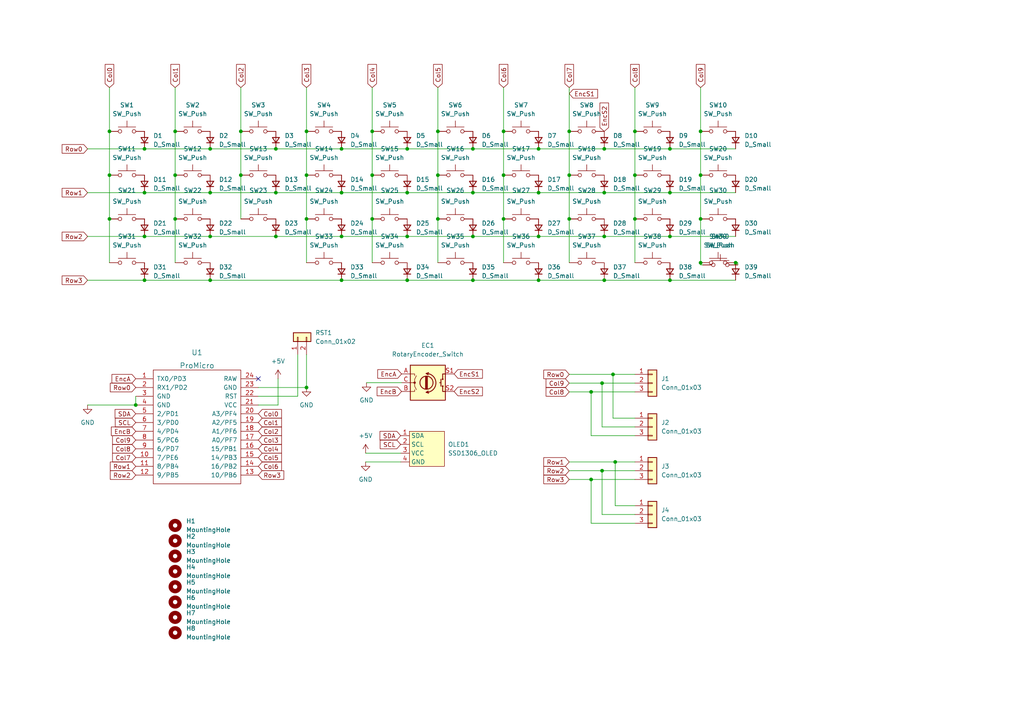
<source format=kicad_sch>
(kicad_sch (version 20211123) (generator eeschema)

  (uuid e63e39d7-6ac0-4ffd-8aa3-1841a4541b55)

  (paper "A4")

  (lib_symbols
    (symbol "Connector_Generic:Conn_01x02" (pin_names (offset 1.016) hide) (in_bom yes) (on_board yes)
      (property "Reference" "J" (id 0) (at 0 2.54 0)
        (effects (font (size 1.27 1.27)))
      )
      (property "Value" "Conn_01x02" (id 1) (at 0 -5.08 0)
        (effects (font (size 1.27 1.27)))
      )
      (property "Footprint" "" (id 2) (at 0 0 0)
        (effects (font (size 1.27 1.27)) hide)
      )
      (property "Datasheet" "~" (id 3) (at 0 0 0)
        (effects (font (size 1.27 1.27)) hide)
      )
      (property "ki_keywords" "connector" (id 4) (at 0 0 0)
        (effects (font (size 1.27 1.27)) hide)
      )
      (property "ki_description" "Generic connector, single row, 01x02, script generated (kicad-library-utils/schlib/autogen/connector/)" (id 5) (at 0 0 0)
        (effects (font (size 1.27 1.27)) hide)
      )
      (property "ki_fp_filters" "Connector*:*_1x??_*" (id 6) (at 0 0 0)
        (effects (font (size 1.27 1.27)) hide)
      )
      (symbol "Conn_01x02_1_1"
        (rectangle (start -1.27 -2.413) (end 0 -2.667)
          (stroke (width 0.1524) (type default) (color 0 0 0 0))
          (fill (type none))
        )
        (rectangle (start -1.27 0.127) (end 0 -0.127)
          (stroke (width 0.1524) (type default) (color 0 0 0 0))
          (fill (type none))
        )
        (rectangle (start -1.27 1.27) (end 1.27 -3.81)
          (stroke (width 0.254) (type default) (color 0 0 0 0))
          (fill (type background))
        )
        (pin passive line (at -5.08 0 0) (length 3.81)
          (name "Pin_1" (effects (font (size 1.27 1.27))))
          (number "1" (effects (font (size 1.27 1.27))))
        )
        (pin passive line (at -5.08 -2.54 0) (length 3.81)
          (name "Pin_2" (effects (font (size 1.27 1.27))))
          (number "2" (effects (font (size 1.27 1.27))))
        )
      )
    )
    (symbol "Connector_Generic:Conn_01x03" (pin_names (offset 1.016) hide) (in_bom yes) (on_board yes)
      (property "Reference" "J" (id 0) (at 0 5.08 0)
        (effects (font (size 1.27 1.27)))
      )
      (property "Value" "Conn_01x03" (id 1) (at 0 -5.08 0)
        (effects (font (size 1.27 1.27)))
      )
      (property "Footprint" "" (id 2) (at 0 0 0)
        (effects (font (size 1.27 1.27)) hide)
      )
      (property "Datasheet" "~" (id 3) (at 0 0 0)
        (effects (font (size 1.27 1.27)) hide)
      )
      (property "ki_keywords" "connector" (id 4) (at 0 0 0)
        (effects (font (size 1.27 1.27)) hide)
      )
      (property "ki_description" "Generic connector, single row, 01x03, script generated (kicad-library-utils/schlib/autogen/connector/)" (id 5) (at 0 0 0)
        (effects (font (size 1.27 1.27)) hide)
      )
      (property "ki_fp_filters" "Connector*:*_1x??_*" (id 6) (at 0 0 0)
        (effects (font (size 1.27 1.27)) hide)
      )
      (symbol "Conn_01x03_1_1"
        (rectangle (start -1.27 -2.413) (end 0 -2.667)
          (stroke (width 0.1524) (type default) (color 0 0 0 0))
          (fill (type none))
        )
        (rectangle (start -1.27 0.127) (end 0 -0.127)
          (stroke (width 0.1524) (type default) (color 0 0 0 0))
          (fill (type none))
        )
        (rectangle (start -1.27 2.667) (end 0 2.413)
          (stroke (width 0.1524) (type default) (color 0 0 0 0))
          (fill (type none))
        )
        (rectangle (start -1.27 3.81) (end 1.27 -3.81)
          (stroke (width 0.254) (type default) (color 0 0 0 0))
          (fill (type background))
        )
        (pin passive line (at -5.08 2.54 0) (length 3.81)
          (name "Pin_1" (effects (font (size 1.27 1.27))))
          (number "1" (effects (font (size 1.27 1.27))))
        )
        (pin passive line (at -5.08 0 0) (length 3.81)
          (name "Pin_2" (effects (font (size 1.27 1.27))))
          (number "2" (effects (font (size 1.27 1.27))))
        )
        (pin passive line (at -5.08 -2.54 0) (length 3.81)
          (name "Pin_3" (effects (font (size 1.27 1.27))))
          (number "3" (effects (font (size 1.27 1.27))))
        )
      )
    )
    (symbol "Device:D_Small" (pin_numbers hide) (pin_names (offset 0.254) hide) (in_bom yes) (on_board yes)
      (property "Reference" "D" (id 0) (at -1.27 2.032 0)
        (effects (font (size 1.27 1.27)) (justify left))
      )
      (property "Value" "D_Small" (id 1) (at -3.81 -2.032 0)
        (effects (font (size 1.27 1.27)) (justify left))
      )
      (property "Footprint" "" (id 2) (at 0 0 90)
        (effects (font (size 1.27 1.27)) hide)
      )
      (property "Datasheet" "~" (id 3) (at 0 0 90)
        (effects (font (size 1.27 1.27)) hide)
      )
      (property "ki_keywords" "diode" (id 4) (at 0 0 0)
        (effects (font (size 1.27 1.27)) hide)
      )
      (property "ki_description" "Diode, small symbol" (id 5) (at 0 0 0)
        (effects (font (size 1.27 1.27)) hide)
      )
      (property "ki_fp_filters" "TO-???* *_Diode_* *SingleDiode* D_*" (id 6) (at 0 0 0)
        (effects (font (size 1.27 1.27)) hide)
      )
      (symbol "D_Small_0_1"
        (polyline
          (pts
            (xy -0.762 -1.016)
            (xy -0.762 1.016)
          )
          (stroke (width 0.254) (type default) (color 0 0 0 0))
          (fill (type none))
        )
        (polyline
          (pts
            (xy -0.762 0)
            (xy 0.762 0)
          )
          (stroke (width 0) (type default) (color 0 0 0 0))
          (fill (type none))
        )
        (polyline
          (pts
            (xy 0.762 -1.016)
            (xy -0.762 0)
            (xy 0.762 1.016)
            (xy 0.762 -1.016)
          )
          (stroke (width 0.254) (type default) (color 0 0 0 0))
          (fill (type none))
        )
      )
      (symbol "D_Small_1_1"
        (pin passive line (at -2.54 0 0) (length 1.778)
          (name "K" (effects (font (size 1.27 1.27))))
          (number "1" (effects (font (size 1.27 1.27))))
        )
        (pin passive line (at 2.54 0 180) (length 1.778)
          (name "A" (effects (font (size 1.27 1.27))))
          (number "2" (effects (font (size 1.27 1.27))))
        )
      )
    )
    (symbol "Device:RotaryEncoder_Switch" (pin_names (offset 0.254) hide) (in_bom yes) (on_board yes)
      (property "Reference" "SW" (id 0) (at 0 6.604 0)
        (effects (font (size 1.27 1.27)))
      )
      (property "Value" "RotaryEncoder_Switch" (id 1) (at 0 -6.604 0)
        (effects (font (size 1.27 1.27)))
      )
      (property "Footprint" "" (id 2) (at -3.81 4.064 0)
        (effects (font (size 1.27 1.27)) hide)
      )
      (property "Datasheet" "~" (id 3) (at 0 6.604 0)
        (effects (font (size 1.27 1.27)) hide)
      )
      (property "ki_keywords" "rotary switch encoder switch push button" (id 4) (at 0 0 0)
        (effects (font (size 1.27 1.27)) hide)
      )
      (property "ki_description" "Rotary encoder, dual channel, incremental quadrate outputs, with switch" (id 5) (at 0 0 0)
        (effects (font (size 1.27 1.27)) hide)
      )
      (property "ki_fp_filters" "RotaryEncoder*Switch*" (id 6) (at 0 0 0)
        (effects (font (size 1.27 1.27)) hide)
      )
      (symbol "RotaryEncoder_Switch_0_1"
        (rectangle (start -5.08 5.08) (end 5.08 -5.08)
          (stroke (width 0.254) (type default) (color 0 0 0 0))
          (fill (type background))
        )
        (circle (center -3.81 0) (radius 0.254)
          (stroke (width 0) (type default) (color 0 0 0 0))
          (fill (type outline))
        )
        (arc (start -0.381 -2.794) (mid 2.3622 -0.0635) (end -0.381 2.667)
          (stroke (width 0.254) (type default) (color 0 0 0 0))
          (fill (type none))
        )
        (circle (center -0.381 0) (radius 1.905)
          (stroke (width 0.254) (type default) (color 0 0 0 0))
          (fill (type none))
        )
        (polyline
          (pts
            (xy -0.635 -1.778)
            (xy -0.635 1.778)
          )
          (stroke (width 0.254) (type default) (color 0 0 0 0))
          (fill (type none))
        )
        (polyline
          (pts
            (xy -0.381 -1.778)
            (xy -0.381 1.778)
          )
          (stroke (width 0.254) (type default) (color 0 0 0 0))
          (fill (type none))
        )
        (polyline
          (pts
            (xy -0.127 1.778)
            (xy -0.127 -1.778)
          )
          (stroke (width 0.254) (type default) (color 0 0 0 0))
          (fill (type none))
        )
        (polyline
          (pts
            (xy 3.81 0)
            (xy 3.429 0)
          )
          (stroke (width 0.254) (type default) (color 0 0 0 0))
          (fill (type none))
        )
        (polyline
          (pts
            (xy 3.81 1.016)
            (xy 3.81 -1.016)
          )
          (stroke (width 0.254) (type default) (color 0 0 0 0))
          (fill (type none))
        )
        (polyline
          (pts
            (xy -5.08 -2.54)
            (xy -3.81 -2.54)
            (xy -3.81 -2.032)
          )
          (stroke (width 0) (type default) (color 0 0 0 0))
          (fill (type none))
        )
        (polyline
          (pts
            (xy -5.08 2.54)
            (xy -3.81 2.54)
            (xy -3.81 2.032)
          )
          (stroke (width 0) (type default) (color 0 0 0 0))
          (fill (type none))
        )
        (polyline
          (pts
            (xy 0.254 -3.048)
            (xy -0.508 -2.794)
            (xy 0.127 -2.413)
          )
          (stroke (width 0.254) (type default) (color 0 0 0 0))
          (fill (type none))
        )
        (polyline
          (pts
            (xy 0.254 2.921)
            (xy -0.508 2.667)
            (xy 0.127 2.286)
          )
          (stroke (width 0.254) (type default) (color 0 0 0 0))
          (fill (type none))
        )
        (polyline
          (pts
            (xy 5.08 -2.54)
            (xy 4.318 -2.54)
            (xy 4.318 -1.016)
          )
          (stroke (width 0.254) (type default) (color 0 0 0 0))
          (fill (type none))
        )
        (polyline
          (pts
            (xy 5.08 2.54)
            (xy 4.318 2.54)
            (xy 4.318 1.016)
          )
          (stroke (width 0.254) (type default) (color 0 0 0 0))
          (fill (type none))
        )
        (polyline
          (pts
            (xy -5.08 0)
            (xy -3.81 0)
            (xy -3.81 -1.016)
            (xy -3.302 -2.032)
          )
          (stroke (width 0) (type default) (color 0 0 0 0))
          (fill (type none))
        )
        (polyline
          (pts
            (xy -4.318 0)
            (xy -3.81 0)
            (xy -3.81 1.016)
            (xy -3.302 2.032)
          )
          (stroke (width 0) (type default) (color 0 0 0 0))
          (fill (type none))
        )
        (circle (center 4.318 -1.016) (radius 0.127)
          (stroke (width 0.254) (type default) (color 0 0 0 0))
          (fill (type none))
        )
        (circle (center 4.318 1.016) (radius 0.127)
          (stroke (width 0.254) (type default) (color 0 0 0 0))
          (fill (type none))
        )
      )
      (symbol "RotaryEncoder_Switch_1_1"
        (pin passive line (at -7.62 2.54 0) (length 2.54)
          (name "A" (effects (font (size 1.27 1.27))))
          (number "A" (effects (font (size 1.27 1.27))))
        )
        (pin passive line (at -7.62 -2.54 0) (length 2.54)
          (name "B" (effects (font (size 1.27 1.27))))
          (number "B" (effects (font (size 1.27 1.27))))
        )
        (pin passive line (at -7.62 0 0) (length 2.54)
          (name "C" (effects (font (size 1.27 1.27))))
          (number "C" (effects (font (size 1.27 1.27))))
        )
        (pin passive line (at 7.62 2.54 180) (length 2.54)
          (name "S1" (effects (font (size 1.27 1.27))))
          (number "S1" (effects (font (size 1.27 1.27))))
        )
        (pin passive line (at 7.62 -2.54 180) (length 2.54)
          (name "S2" (effects (font (size 1.27 1.27))))
          (number "S2" (effects (font (size 1.27 1.27))))
        )
      )
    )
    (symbol "Mechanical:MountingHole" (pin_names (offset 1.016)) (in_bom yes) (on_board yes)
      (property "Reference" "H" (id 0) (at 0 5.08 0)
        (effects (font (size 1.27 1.27)))
      )
      (property "Value" "MountingHole" (id 1) (at 0 3.175 0)
        (effects (font (size 1.27 1.27)))
      )
      (property "Footprint" "" (id 2) (at 0 0 0)
        (effects (font (size 1.27 1.27)) hide)
      )
      (property "Datasheet" "~" (id 3) (at 0 0 0)
        (effects (font (size 1.27 1.27)) hide)
      )
      (property "ki_keywords" "mounting hole" (id 4) (at 0 0 0)
        (effects (font (size 1.27 1.27)) hide)
      )
      (property "ki_description" "Mounting Hole without connection" (id 5) (at 0 0 0)
        (effects (font (size 1.27 1.27)) hide)
      )
      (property "ki_fp_filters" "MountingHole*" (id 6) (at 0 0 0)
        (effects (font (size 1.27 1.27)) hide)
      )
      (symbol "MountingHole_0_1"
        (circle (center 0 0) (radius 1.27)
          (stroke (width 1.27) (type default) (color 0 0 0 0))
          (fill (type none))
        )
      )
    )
    (symbol "Switch:SW_Push" (pin_numbers hide) (pin_names (offset 1.016) hide) (in_bom yes) (on_board yes)
      (property "Reference" "SW" (id 0) (at 1.27 2.54 0)
        (effects (font (size 1.27 1.27)) (justify left))
      )
      (property "Value" "SW_Push" (id 1) (at 0 -1.524 0)
        (effects (font (size 1.27 1.27)))
      )
      (property "Footprint" "" (id 2) (at 0 5.08 0)
        (effects (font (size 1.27 1.27)) hide)
      )
      (property "Datasheet" "~" (id 3) (at 0 5.08 0)
        (effects (font (size 1.27 1.27)) hide)
      )
      (property "ki_keywords" "switch normally-open pushbutton push-button" (id 4) (at 0 0 0)
        (effects (font (size 1.27 1.27)) hide)
      )
      (property "ki_description" "Push button switch, generic, two pins" (id 5) (at 0 0 0)
        (effects (font (size 1.27 1.27)) hide)
      )
      (symbol "SW_Push_0_1"
        (circle (center -2.032 0) (radius 0.508)
          (stroke (width 0) (type default) (color 0 0 0 0))
          (fill (type none))
        )
        (polyline
          (pts
            (xy 0 1.27)
            (xy 0 3.048)
          )
          (stroke (width 0) (type default) (color 0 0 0 0))
          (fill (type none))
        )
        (polyline
          (pts
            (xy 2.54 1.27)
            (xy -2.54 1.27)
          )
          (stroke (width 0) (type default) (color 0 0 0 0))
          (fill (type none))
        )
        (circle (center 2.032 0) (radius 0.508)
          (stroke (width 0) (type default) (color 0 0 0 0))
          (fill (type none))
        )
        (pin passive line (at -5.08 0 0) (length 2.54)
          (name "1" (effects (font (size 1.27 1.27))))
          (number "1" (effects (font (size 1.27 1.27))))
        )
        (pin passive line (at 5.08 0 180) (length 2.54)
          (name "2" (effects (font (size 1.27 1.27))))
          (number "2" (effects (font (size 1.27 1.27))))
        )
      )
    )
    (symbol "keebio:ProMicro" (pin_names (offset 1.016)) (in_bom yes) (on_board yes)
      (property "Reference" "U" (id 0) (at 0 0 0)
        (effects (font (size 1.524 1.524)))
      )
      (property "Value" "ProMicro" (id 1) (at 0 -19.05 0)
        (effects (font (size 1.524 1.524)))
      )
      (property "Footprint" "" (id 2) (at 26.67 -63.5 90)
        (effects (font (size 1.524 1.524)) hide)
      )
      (property "Datasheet" "" (id 3) (at 26.67 -63.5 90)
        (effects (font (size 1.524 1.524)) hide)
      )
      (symbol "ProMicro_0_1"
        (rectangle (start -12.7 -16.51) (end 12.7 16.51)
          (stroke (width 0) (type default) (color 0 0 0 0))
          (fill (type none))
        )
      )
      (symbol "ProMicro_1_1"
        (pin input line (at -17.78 13.97 0) (length 5.08)
          (name "TX0/PD3" (effects (font (size 1.27 1.27))))
          (number "1" (effects (font (size 1.27 1.27))))
        )
        (pin input line (at -17.78 -8.89 0) (length 5.08)
          (name "7/PE6" (effects (font (size 1.27 1.27))))
          (number "10" (effects (font (size 1.27 1.27))))
        )
        (pin input line (at -17.78 -11.43 0) (length 5.08)
          (name "8/PB4" (effects (font (size 1.27 1.27))))
          (number "11" (effects (font (size 1.27 1.27))))
        )
        (pin input line (at -17.78 -13.97 0) (length 5.08)
          (name "9/PB5" (effects (font (size 1.27 1.27))))
          (number "12" (effects (font (size 1.27 1.27))))
        )
        (pin input line (at 17.78 -13.97 180) (length 5.08)
          (name "10/PB6" (effects (font (size 1.27 1.27))))
          (number "13" (effects (font (size 1.27 1.27))))
        )
        (pin input line (at 17.78 -11.43 180) (length 5.08)
          (name "16/PB2" (effects (font (size 1.27 1.27))))
          (number "14" (effects (font (size 1.27 1.27))))
        )
        (pin input line (at 17.78 -8.89 180) (length 5.08)
          (name "14/PB3" (effects (font (size 1.27 1.27))))
          (number "15" (effects (font (size 1.27 1.27))))
        )
        (pin input line (at 17.78 -6.35 180) (length 5.08)
          (name "15/PB1" (effects (font (size 1.27 1.27))))
          (number "16" (effects (font (size 1.27 1.27))))
        )
        (pin input line (at 17.78 -3.81 180) (length 5.08)
          (name "A0/PF7" (effects (font (size 1.27 1.27))))
          (number "17" (effects (font (size 1.27 1.27))))
        )
        (pin input line (at 17.78 -1.27 180) (length 5.08)
          (name "A1/PF6" (effects (font (size 1.27 1.27))))
          (number "18" (effects (font (size 1.27 1.27))))
        )
        (pin input line (at 17.78 1.27 180) (length 5.08)
          (name "A2/PF5" (effects (font (size 1.27 1.27))))
          (number "19" (effects (font (size 1.27 1.27))))
        )
        (pin input line (at -17.78 11.43 0) (length 5.08)
          (name "RX1/PD2" (effects (font (size 1.27 1.27))))
          (number "2" (effects (font (size 1.27 1.27))))
        )
        (pin input line (at 17.78 3.81 180) (length 5.08)
          (name "A3/PF4" (effects (font (size 1.27 1.27))))
          (number "20" (effects (font (size 1.27 1.27))))
        )
        (pin input line (at 17.78 6.35 180) (length 5.08)
          (name "VCC" (effects (font (size 1.27 1.27))))
          (number "21" (effects (font (size 1.27 1.27))))
        )
        (pin input line (at 17.78 8.89 180) (length 5.08)
          (name "RST" (effects (font (size 1.27 1.27))))
          (number "22" (effects (font (size 1.27 1.27))))
        )
        (pin input line (at 17.78 11.43 180) (length 5.08)
          (name "GND" (effects (font (size 1.27 1.27))))
          (number "23" (effects (font (size 1.27 1.27))))
        )
        (pin input line (at 17.78 13.97 180) (length 5.08)
          (name "RAW" (effects (font (size 1.27 1.27))))
          (number "24" (effects (font (size 1.27 1.27))))
        )
        (pin input line (at -17.78 8.89 0) (length 5.08)
          (name "GND" (effects (font (size 1.27 1.27))))
          (number "3" (effects (font (size 1.27 1.27))))
        )
        (pin input line (at -17.78 6.35 0) (length 5.08)
          (name "GND" (effects (font (size 1.27 1.27))))
          (number "4" (effects (font (size 1.27 1.27))))
        )
        (pin input line (at -17.78 3.81 0) (length 5.08)
          (name "2/PD1" (effects (font (size 1.27 1.27))))
          (number "5" (effects (font (size 1.27 1.27))))
        )
        (pin input line (at -17.78 1.27 0) (length 5.08)
          (name "3/PD0" (effects (font (size 1.27 1.27))))
          (number "6" (effects (font (size 1.27 1.27))))
        )
        (pin input line (at -17.78 -1.27 0) (length 5.08)
          (name "4/PD4" (effects (font (size 1.27 1.27))))
          (number "7" (effects (font (size 1.27 1.27))))
        )
        (pin input line (at -17.78 -3.81 0) (length 5.08)
          (name "5/PC6" (effects (font (size 1.27 1.27))))
          (number "8" (effects (font (size 1.27 1.27))))
        )
        (pin input line (at -17.78 -6.35 0) (length 5.08)
          (name "6/PD7" (effects (font (size 1.27 1.27))))
          (number "9" (effects (font (size 1.27 1.27))))
        )
      )
    )
    (symbol "lebacon:SSD1306_OLED" (in_bom yes) (on_board yes)
      (property "Reference" "OLED" (id 0) (at 0 7.874 0)
        (effects (font (size 1.27 1.27)))
      )
      (property "Value" "SSD1306_OLED" (id 1) (at 0 6.096 0)
        (effects (font (size 1.27 1.27)))
      )
      (property "Footprint" "" (id 2) (at 0 0 0)
        (effects (font (size 1.27 1.27)) hide)
      )
      (property "Datasheet" "" (id 3) (at 0 0 0)
        (effects (font (size 1.27 1.27)) hide)
      )
      (symbol "SSD1306_OLED_0_1"
        (rectangle (start -5.08 5.08) (end 5.08 -5.08)
          (stroke (width 0.1524) (type default) (color 0 0 0 0))
          (fill (type background))
        )
      )
      (symbol "SSD1306_OLED_1_1"
        (pin passive line (at -7.62 3.81 0) (length 2.54)
          (name "SDA" (effects (font (size 1.27 1.27))))
          (number "1" (effects (font (size 1.27 1.27))))
        )
        (pin passive line (at -7.62 1.27 0) (length 2.54)
          (name "SCL" (effects (font (size 1.27 1.27))))
          (number "2" (effects (font (size 1.27 1.27))))
        )
        (pin passive line (at -7.62 -1.27 0) (length 2.54)
          (name "VCC" (effects (font (size 1.27 1.27))))
          (number "3" (effects (font (size 1.27 1.27))))
        )
        (pin passive line (at -7.62 -3.81 0) (length 2.54)
          (name "GND" (effects (font (size 1.27 1.27))))
          (number "4" (effects (font (size 1.27 1.27))))
        )
      )
    )
    (symbol "power:+5V" (power) (pin_names (offset 0)) (in_bom yes) (on_board yes)
      (property "Reference" "#PWR" (id 0) (at 0 -3.81 0)
        (effects (font (size 1.27 1.27)) hide)
      )
      (property "Value" "+5V" (id 1) (at 0 3.556 0)
        (effects (font (size 1.27 1.27)))
      )
      (property "Footprint" "" (id 2) (at 0 0 0)
        (effects (font (size 1.27 1.27)) hide)
      )
      (property "Datasheet" "" (id 3) (at 0 0 0)
        (effects (font (size 1.27 1.27)) hide)
      )
      (property "ki_keywords" "power-flag" (id 4) (at 0 0 0)
        (effects (font (size 1.27 1.27)) hide)
      )
      (property "ki_description" "Power symbol creates a global label with name \"+5V\"" (id 5) (at 0 0 0)
        (effects (font (size 1.27 1.27)) hide)
      )
      (symbol "+5V_0_1"
        (polyline
          (pts
            (xy -0.762 1.27)
            (xy 0 2.54)
          )
          (stroke (width 0) (type default) (color 0 0 0 0))
          (fill (type none))
        )
        (polyline
          (pts
            (xy 0 0)
            (xy 0 2.54)
          )
          (stroke (width 0) (type default) (color 0 0 0 0))
          (fill (type none))
        )
        (polyline
          (pts
            (xy 0 2.54)
            (xy 0.762 1.27)
          )
          (stroke (width 0) (type default) (color 0 0 0 0))
          (fill (type none))
        )
      )
      (symbol "+5V_1_1"
        (pin power_in line (at 0 0 90) (length 0) hide
          (name "+5V" (effects (font (size 1.27 1.27))))
          (number "1" (effects (font (size 1.27 1.27))))
        )
      )
    )
    (symbol "power:GND" (power) (pin_names (offset 0)) (in_bom yes) (on_board yes)
      (property "Reference" "#PWR" (id 0) (at 0 -6.35 0)
        (effects (font (size 1.27 1.27)) hide)
      )
      (property "Value" "GND" (id 1) (at 0 -3.81 0)
        (effects (font (size 1.27 1.27)))
      )
      (property "Footprint" "" (id 2) (at 0 0 0)
        (effects (font (size 1.27 1.27)) hide)
      )
      (property "Datasheet" "" (id 3) (at 0 0 0)
        (effects (font (size 1.27 1.27)) hide)
      )
      (property "ki_keywords" "power-flag" (id 4) (at 0 0 0)
        (effects (font (size 1.27 1.27)) hide)
      )
      (property "ki_description" "Power symbol creates a global label with name \"GND\" , ground" (id 5) (at 0 0 0)
        (effects (font (size 1.27 1.27)) hide)
      )
      (symbol "GND_0_1"
        (polyline
          (pts
            (xy 0 0)
            (xy 0 -1.27)
            (xy 1.27 -1.27)
            (xy 0 -2.54)
            (xy -1.27 -1.27)
            (xy 0 -1.27)
          )
          (stroke (width 0) (type default) (color 0 0 0 0))
          (fill (type none))
        )
      )
      (symbol "GND_1_1"
        (pin power_in line (at 0 0 270) (length 0) hide
          (name "GND" (effects (font (size 1.27 1.27))))
          (number "1" (effects (font (size 1.27 1.27))))
        )
      )
    )
  )

  (junction (at 127 38.1) (diameter 0) (color 0 0 0 0)
    (uuid 00f424c5-62f0-45b9-a3df-55b375d66cac)
  )
  (junction (at 184.15 38.1) (diameter 0) (color 0 0 0 0)
    (uuid 0ae2ecce-0c64-4889-9438-a538e2641f06)
  )
  (junction (at 80.01 68.58) (diameter 0) (color 0 0 0 0)
    (uuid 0d1d447e-5852-4766-83ae-02ee285189bc)
  )
  (junction (at 127 50.8) (diameter 0) (color 0 0 0 0)
    (uuid 0dcbab87-46af-4d4b-ae02-bcbb8563b966)
  )
  (junction (at 50.8 50.8) (diameter 0) (color 0 0 0 0)
    (uuid 0fa17764-dc15-4a81-870d-5f2db17d272e)
  )
  (junction (at 31.75 50.8) (diameter 0) (color 0 0 0 0)
    (uuid 1a1a0c25-2efa-4846-81ce-cf8ebe97a181)
  )
  (junction (at 50.8 63.5) (diameter 0) (color 0 0 0 0)
    (uuid 1e703c9c-0b3c-40b2-968f-2bb6241bb878)
  )
  (junction (at 175.26 81.28) (diameter 0) (color 0 0 0 0)
    (uuid 2de01582-3e6c-474a-98ff-42b8257fa61f)
  )
  (junction (at 39.37 117.475) (diameter 0) (color 0 0 0 0)
    (uuid 2f1daa90-5aae-4664-ab94-82877d4a57dd)
  )
  (junction (at 107.95 50.8) (diameter 0) (color 0 0 0 0)
    (uuid 328880a5-eba5-4f6d-9a4e-dc9e8153dbeb)
  )
  (junction (at 165.1 63.5) (diameter 0) (color 0 0 0 0)
    (uuid 33d83528-3d7d-4f82-8ae4-a4a02a6ea85d)
  )
  (junction (at 171.45 113.665) (diameter 0) (color 0 0 0 0)
    (uuid 35a9e1c4-0805-4a40-866f-dd4376fe3b77)
  )
  (junction (at 165.1 50.8) (diameter 0) (color 0 0 0 0)
    (uuid 36ebd50c-5ca4-488e-b01e-5e9b19356c07)
  )
  (junction (at 107.95 38.1) (diameter 0) (color 0 0 0 0)
    (uuid 3ca39b35-f0e3-4a5e-b2d0-eae42e718118)
  )
  (junction (at 213.36 76.2) (diameter 0) (color 0 0 0 0)
    (uuid 3d34bbaa-bb6a-4317-812c-a82161fffc57)
  )
  (junction (at 177.8 108.585) (diameter 0) (color 0 0 0 0)
    (uuid 403312e0-b0fc-46d4-848e-a907f9d5b2eb)
  )
  (junction (at 31.75 38.1) (diameter 0) (color 0 0 0 0)
    (uuid 42447fc5-6f18-409f-8131-8695a2a4825b)
  )
  (junction (at 88.9 112.395) (diameter 0) (color 0 0 0 0)
    (uuid 43ca1724-6e48-48e1-9e82-7fbf39105164)
  )
  (junction (at 137.16 55.88) (diameter 0) (color 0 0 0 0)
    (uuid 459007b9-e4f2-4d03-b8ba-7715e4b7bc21)
  )
  (junction (at 165.1 38.1) (diameter 0) (color 0 0 0 0)
    (uuid 462e4f55-8e61-470b-a64b-a4e6035ad460)
  )
  (junction (at 41.91 43.18) (diameter 0) (color 0 0 0 0)
    (uuid 4aa9edab-8370-4aea-96a1-bf8664ced07c)
  )
  (junction (at 171.45 139.065) (diameter 0) (color 0 0 0 0)
    (uuid 4b8416cb-1438-4c09-b3a9-4ce42f13f2b0)
  )
  (junction (at 203.2 63.5) (diameter 0) (color 0 0 0 0)
    (uuid 502d4676-34b0-402c-bb56-8282c7346107)
  )
  (junction (at 88.9 50.8) (diameter 0) (color 0 0 0 0)
    (uuid 503a63f8-5e07-4234-bf05-18b2c2311936)
  )
  (junction (at 184.15 63.5) (diameter 0) (color 0 0 0 0)
    (uuid 558a9c9d-2658-416a-90d7-c627c5233520)
  )
  (junction (at 203.2 76.2) (diameter 0) (color 0 0 0 0)
    (uuid 562c1549-5afb-4fd5-8f56-71723d15b053)
  )
  (junction (at 178.435 133.985) (diameter 0) (color 0 0 0 0)
    (uuid 581bbb37-0fa6-419c-8bc9-ea0a7734f6c4)
  )
  (junction (at 69.85 50.8) (diameter 0) (color 0 0 0 0)
    (uuid 591fb097-8c94-4682-a085-c5c23506e9c9)
  )
  (junction (at 60.96 55.88) (diameter 0) (color 0 0 0 0)
    (uuid 6aabd948-4632-4b90-9745-4757e42d318c)
  )
  (junction (at 194.31 68.58) (diameter 0) (color 0 0 0 0)
    (uuid 71d39c30-d7e1-4c76-8985-ac85fc8a793f)
  )
  (junction (at 80.01 55.88) (diameter 0) (color 0 0 0 0)
    (uuid 74027606-e574-4bb4-a191-3c9e1de78b9f)
  )
  (junction (at 99.06 81.28) (diameter 0) (color 0 0 0 0)
    (uuid 741da687-9dd4-4ce4-8171-8abca2f105a7)
  )
  (junction (at 175.26 55.88) (diameter 0) (color 0 0 0 0)
    (uuid 7a72f3ff-915d-4f77-81e4-5182628a2d49)
  )
  (junction (at 41.91 81.28) (diameter 0) (color 0 0 0 0)
    (uuid 7b6d1d40-e2fa-4df7-ac22-336f5817abd1)
  )
  (junction (at 107.95 63.5) (diameter 0) (color 0 0 0 0)
    (uuid 7dca0722-81d5-453b-a2b1-722dc6451200)
  )
  (junction (at 184.15 50.8) (diameter 0) (color 0 0 0 0)
    (uuid 7f4cb759-3d68-4fc4-a2f4-702902a3fbc9)
  )
  (junction (at 127 63.5) (diameter 0) (color 0 0 0 0)
    (uuid 8558f187-0c47-41db-8294-26747939e689)
  )
  (junction (at 137.16 81.28) (diameter 0) (color 0 0 0 0)
    (uuid 8a6f8da2-1805-47df-8a19-a2fa79aa5b70)
  )
  (junction (at 137.16 43.18) (diameter 0) (color 0 0 0 0)
    (uuid 8b37afec-ceb0-4a4d-9eb2-788a7d162d87)
  )
  (junction (at 156.21 43.18) (diameter 0) (color 0 0 0 0)
    (uuid 8d344c50-bb0d-4dbb-af3e-36f8f95e6196)
  )
  (junction (at 175.26 68.58) (diameter 0) (color 0 0 0 0)
    (uuid 8fc424dd-0b4a-443e-88d5-8cafac2cbd05)
  )
  (junction (at 175.26 43.18) (diameter 0) (color 0 0 0 0)
    (uuid 90b3af3d-1200-4a19-8e3a-56405d2a1577)
  )
  (junction (at 146.05 38.1) (diameter 0) (color 0 0 0 0)
    (uuid 94168de8-b862-48aa-b09e-4e149cedfb3e)
  )
  (junction (at 118.11 68.58) (diameter 0) (color 0 0 0 0)
    (uuid 980a66ca-dcf9-498b-9a42-cdd0b15798df)
  )
  (junction (at 194.31 81.28) (diameter 0) (color 0 0 0 0)
    (uuid 9940114c-df8c-468c-aa38-c4cd6f88a774)
  )
  (junction (at 203.2 38.1) (diameter 0) (color 0 0 0 0)
    (uuid 994f5613-f26e-48b7-ba0b-178dcb96aac3)
  )
  (junction (at 69.85 38.1) (diameter 0) (color 0 0 0 0)
    (uuid 9c0de1e3-aa22-42a9-a2b3-fdaca951475d)
  )
  (junction (at 60.96 81.28) (diameter 0) (color 0 0 0 0)
    (uuid 9f765c92-b79c-4c0c-aaa6-f0c72adbe771)
  )
  (junction (at 99.06 55.88) (diameter 0) (color 0 0 0 0)
    (uuid a00849ec-a523-4c47-9ad0-6a6161f79258)
  )
  (junction (at 203.2 50.8) (diameter 0) (color 0 0 0 0)
    (uuid a2359f91-44c7-41e4-a9ea-8cb5286f3a95)
  )
  (junction (at 118.11 55.88) (diameter 0) (color 0 0 0 0)
    (uuid a8a266d4-e639-43e6-b687-c29db6c12c5c)
  )
  (junction (at 88.9 63.5) (diameter 0) (color 0 0 0 0)
    (uuid abd735cd-8755-4ace-9ce9-6513c377e7b3)
  )
  (junction (at 60.96 68.58) (diameter 0) (color 0 0 0 0)
    (uuid ac91f45d-ee51-48a2-84ef-58213b5e3db8)
  )
  (junction (at 194.31 43.18) (diameter 0) (color 0 0 0 0)
    (uuid ad2b6185-8360-4d4a-8dd5-17b2f06b000c)
  )
  (junction (at 41.91 68.58) (diameter 0) (color 0 0 0 0)
    (uuid b1e59ab5-c075-4ef2-9967-f81d2a7b10a6)
  )
  (junction (at 31.75 63.5) (diameter 0) (color 0 0 0 0)
    (uuid b73f880f-9c90-4b76-bff2-13279eda9af9)
  )
  (junction (at 99.06 68.58) (diameter 0) (color 0 0 0 0)
    (uuid b9ade5e9-0d7a-4939-aa7b-d30e426647b2)
  )
  (junction (at 118.11 81.28) (diameter 0) (color 0 0 0 0)
    (uuid bb49b0a3-600a-47ad-af53-30b84489393c)
  )
  (junction (at 174.625 111.125) (diameter 0) (color 0 0 0 0)
    (uuid c4f6ad5b-752e-4ce5-ab52-2b79a1fea267)
  )
  (junction (at 146.05 63.5) (diameter 0) (color 0 0 0 0)
    (uuid c9417ad7-e398-4a1b-ae85-82fac5e0e881)
  )
  (junction (at 156.21 68.58) (diameter 0) (color 0 0 0 0)
    (uuid cf00a440-f7ec-4c68-be62-417e3b0248c1)
  )
  (junction (at 174.625 136.525) (diameter 0) (color 0 0 0 0)
    (uuid d29baaf5-f3a7-415e-88a0-07f2005b0d2e)
  )
  (junction (at 50.8 38.1) (diameter 0) (color 0 0 0 0)
    (uuid d3874808-454f-49c1-9e5a-14f7957b9835)
  )
  (junction (at 137.16 68.58) (diameter 0) (color 0 0 0 0)
    (uuid d9bf16e9-aeda-45f9-ab5b-c9490701a9c1)
  )
  (junction (at 146.05 50.8) (diameter 0) (color 0 0 0 0)
    (uuid da47b649-b2c7-44ff-b3d9-86fa45fe5758)
  )
  (junction (at 88.9 38.1) (diameter 0) (color 0 0 0 0)
    (uuid dc031aa5-4680-44ee-bb9d-d4d1b4e45d15)
  )
  (junction (at 60.96 43.18) (diameter 0) (color 0 0 0 0)
    (uuid df3ff21f-b507-4dd3-8eeb-18017c8a7517)
  )
  (junction (at 156.21 81.28) (diameter 0) (color 0 0 0 0)
    (uuid e6c4f0ee-ebd7-4cd8-bfec-c43dbfffa4a3)
  )
  (junction (at 194.31 55.88) (diameter 0) (color 0 0 0 0)
    (uuid e97c0ce4-f847-4e5f-8368-26dd46f27348)
  )
  (junction (at 41.91 55.88) (diameter 0) (color 0 0 0 0)
    (uuid ec50dc02-cf0d-4211-b351-6b3f72a2aa3f)
  )
  (junction (at 156.21 55.88) (diameter 0) (color 0 0 0 0)
    (uuid ede4c435-2788-4e65-8f6b-03df636b5168)
  )
  (junction (at 99.06 43.18) (diameter 0) (color 0 0 0 0)
    (uuid eec3bb9f-5f41-4d6f-bbb3-6799dd051844)
  )
  (junction (at 80.01 43.18) (diameter 0) (color 0 0 0 0)
    (uuid f228d7dd-c20a-486d-ba70-52e23a0549e7)
  )
  (junction (at 118.11 43.18) (diameter 0) (color 0 0 0 0)
    (uuid f72834b6-d383-4a86-805f-a9eb1aed6ea2)
  )

  (no_connect (at 74.93 109.855) (uuid 6d00b441-e462-4628-9c35-00f725ae913f))

  (wire (pts (xy 184.15 25.4) (xy 184.15 38.1))
    (stroke (width 0) (type default) (color 0 0 0 0))
    (uuid 028345a7-5d1d-4c33-9a9a-29660c2c571a)
  )
  (wire (pts (xy 127 63.5) (xy 127 76.2))
    (stroke (width 0) (type default) (color 0 0 0 0))
    (uuid 053a5d88-59eb-43b5-9f19-ca8db1fe394c)
  )
  (wire (pts (xy 171.45 113.665) (xy 184.15 113.665))
    (stroke (width 0) (type default) (color 0 0 0 0))
    (uuid 05de7513-b1d2-4a9f-bbfc-f6ec7a15548a)
  )
  (wire (pts (xy 184.15 121.285) (xy 177.8 121.285))
    (stroke (width 0) (type default) (color 0 0 0 0))
    (uuid 08dd6da0-c217-4004-9c30-418056df4779)
  )
  (wire (pts (xy 88.9 50.8) (xy 88.9 63.5))
    (stroke (width 0) (type default) (color 0 0 0 0))
    (uuid 09253250-ef1a-4bd9-8644-f11bb2ab0de9)
  )
  (wire (pts (xy 165.1 50.8) (xy 165.1 63.5))
    (stroke (width 0) (type default) (color 0 0 0 0))
    (uuid 09d70d5d-4f78-4532-b2a2-1bcb807b8c10)
  )
  (wire (pts (xy 88.9 38.1) (xy 88.9 50.8))
    (stroke (width 0) (type default) (color 0 0 0 0))
    (uuid 0a538e21-f9f7-41ac-9f9d-581175515cb0)
  )
  (wire (pts (xy 50.8 50.8) (xy 50.8 63.5))
    (stroke (width 0) (type default) (color 0 0 0 0))
    (uuid 0ecf035a-2825-4a16-895b-95a05107533e)
  )
  (wire (pts (xy 146.05 25.4) (xy 146.05 38.1))
    (stroke (width 0) (type default) (color 0 0 0 0))
    (uuid 104a2107-4cd3-4bfc-b502-dcbec2a284a3)
  )
  (wire (pts (xy 175.26 81.28) (xy 194.31 81.28))
    (stroke (width 0) (type default) (color 0 0 0 0))
    (uuid 13115476-df9f-4ea1-a907-73496b528a55)
  )
  (wire (pts (xy 80.645 109.855) (xy 80.645 117.475))
    (stroke (width 0) (type default) (color 0 0 0 0))
    (uuid 14e7dec9-8621-464d-8852-372ee6c3632e)
  )
  (wire (pts (xy 31.75 38.1) (xy 31.75 50.8))
    (stroke (width 0) (type default) (color 0 0 0 0))
    (uuid 17e3f96f-73bd-4f55-9528-9e3df03d9208)
  )
  (wire (pts (xy 165.1 25.4) (xy 165.1 38.1))
    (stroke (width 0) (type default) (color 0 0 0 0))
    (uuid 1972da2d-cc9d-4a79-b463-cd054eedacfc)
  )
  (wire (pts (xy 203.2 76.2) (xy 203.2 76.835))
    (stroke (width 0) (type default) (color 0 0 0 0))
    (uuid 249a26df-a6be-49e2-aa23-06ea34f09f56)
  )
  (wire (pts (xy 171.45 151.765) (xy 171.45 139.065))
    (stroke (width 0) (type default) (color 0 0 0 0))
    (uuid 2735cfd2-165c-45fc-9b04-7ec5543b2163)
  )
  (wire (pts (xy 41.91 55.88) (xy 60.96 55.88))
    (stroke (width 0) (type default) (color 0 0 0 0))
    (uuid 27666b3a-14fc-495f-b367-636cb116a062)
  )
  (wire (pts (xy 25.4 81.28) (xy 41.91 81.28))
    (stroke (width 0) (type default) (color 0 0 0 0))
    (uuid 27fc5e63-7393-4bfc-996c-9c22a5ff9090)
  )
  (wire (pts (xy 118.11 68.58) (xy 137.16 68.58))
    (stroke (width 0) (type default) (color 0 0 0 0))
    (uuid 28518ae6-d110-420d-8edf-a4cc0ae80aa9)
  )
  (wire (pts (xy 118.11 55.88) (xy 137.16 55.88))
    (stroke (width 0) (type default) (color 0 0 0 0))
    (uuid 2ac6f759-63b4-44b5-ac0e-fe474ac64faf)
  )
  (wire (pts (xy 165.1 139.065) (xy 171.45 139.065))
    (stroke (width 0) (type default) (color 0 0 0 0))
    (uuid 2aea3dcd-2a2e-4db7-9521-e916b895b97c)
  )
  (wire (pts (xy 69.85 38.1) (xy 69.85 50.8))
    (stroke (width 0) (type default) (color 0 0 0 0))
    (uuid 2b34f16b-b7ef-4c88-be75-2c11486a8389)
  )
  (wire (pts (xy 127 38.1) (xy 127 50.8))
    (stroke (width 0) (type default) (color 0 0 0 0))
    (uuid 2c051986-ab08-44c7-8319-50006e5a729a)
  )
  (wire (pts (xy 174.625 149.225) (xy 174.625 136.525))
    (stroke (width 0) (type default) (color 0 0 0 0))
    (uuid 2f2fc486-0a0c-4add-96b6-dc553a5b91bf)
  )
  (wire (pts (xy 156.21 68.58) (xy 175.26 68.58))
    (stroke (width 0) (type default) (color 0 0 0 0))
    (uuid 3778c384-2178-4e08-9f9a-c5818198b69e)
  )
  (wire (pts (xy 165.1 63.5) (xy 165.1 76.2))
    (stroke (width 0) (type default) (color 0 0 0 0))
    (uuid 3a4dea2c-1183-4911-9666-50d555121720)
  )
  (wire (pts (xy 203.2 25.4) (xy 203.2 38.1))
    (stroke (width 0) (type default) (color 0 0 0 0))
    (uuid 3b082a97-d309-44ae-bad8-7e57330a0eb0)
  )
  (wire (pts (xy 137.16 43.18) (xy 156.21 43.18))
    (stroke (width 0) (type default) (color 0 0 0 0))
    (uuid 3b3e84e6-9c0e-4be6-b7b5-7c4817fc588f)
  )
  (wire (pts (xy 80.01 43.18) (xy 99.06 43.18))
    (stroke (width 0) (type default) (color 0 0 0 0))
    (uuid 3b609777-e589-4b2f-b76c-09370a210d52)
  )
  (wire (pts (xy 41.91 43.18) (xy 60.96 43.18))
    (stroke (width 0) (type default) (color 0 0 0 0))
    (uuid 3fe722c2-6ac8-4497-ab5a-df8d85c0c096)
  )
  (wire (pts (xy 184.15 123.825) (xy 174.625 123.825))
    (stroke (width 0) (type default) (color 0 0 0 0))
    (uuid 411cad6c-1f1b-4cea-aedb-ed19b513cd72)
  )
  (wire (pts (xy 174.625 136.525) (xy 184.15 136.525))
    (stroke (width 0) (type default) (color 0 0 0 0))
    (uuid 43451eeb-87e3-49a8-a7fa-78b6d6da740b)
  )
  (wire (pts (xy 184.15 151.765) (xy 171.45 151.765))
    (stroke (width 0) (type default) (color 0 0 0 0))
    (uuid 43a15abc-59db-4ba2-a4c1-a0734fa792f5)
  )
  (wire (pts (xy 165.1 108.585) (xy 177.8 108.585))
    (stroke (width 0) (type default) (color 0 0 0 0))
    (uuid 43bd26be-966d-4408-8762-dc6a69107da6)
  )
  (wire (pts (xy 41.91 68.58) (xy 60.96 68.58))
    (stroke (width 0) (type default) (color 0 0 0 0))
    (uuid 44009e16-1d44-49f9-943f-e2aa3d5c0aac)
  )
  (wire (pts (xy 146.05 63.5) (xy 146.05 76.2))
    (stroke (width 0) (type default) (color 0 0 0 0))
    (uuid 453f4648-595c-4db0-a562-a28cd8d45be8)
  )
  (wire (pts (xy 171.45 139.065) (xy 184.15 139.065))
    (stroke (width 0) (type default) (color 0 0 0 0))
    (uuid 4768331f-da24-46f7-88b6-5aec3bda1ecc)
  )
  (wire (pts (xy 156.21 81.28) (xy 175.26 81.28))
    (stroke (width 0) (type default) (color 0 0 0 0))
    (uuid 49843d9e-8777-4355-aa73-e4687ccdc656)
  )
  (wire (pts (xy 50.8 38.1) (xy 50.8 50.8))
    (stroke (width 0) (type default) (color 0 0 0 0))
    (uuid 4cd3e3a2-9521-4161-9b6b-275cc56f04cc)
  )
  (wire (pts (xy 203.2 63.5) (xy 203.2 76.2))
    (stroke (width 0) (type default) (color 0 0 0 0))
    (uuid 4e67f8ae-6d24-4b92-a46e-de8aaf8418fa)
  )
  (wire (pts (xy 156.21 43.18) (xy 175.26 43.18))
    (stroke (width 0) (type default) (color 0 0 0 0))
    (uuid 506b72a9-8baa-4d03-8508-53eab22e0967)
  )
  (wire (pts (xy 174.625 123.825) (xy 174.625 111.125))
    (stroke (width 0) (type default) (color 0 0 0 0))
    (uuid 511b6a3a-1c8a-4bae-86ae-5ac68978671e)
  )
  (wire (pts (xy 118.11 43.18) (xy 137.16 43.18))
    (stroke (width 0) (type default) (color 0 0 0 0))
    (uuid 52bb253e-2fc8-4be9-a67a-eb039f698bc3)
  )
  (wire (pts (xy 156.21 55.88) (xy 175.26 55.88))
    (stroke (width 0) (type default) (color 0 0 0 0))
    (uuid 53dbbdc1-6654-4b8b-9f89-f4f12fc477bc)
  )
  (wire (pts (xy 194.31 55.88) (xy 213.36 55.88))
    (stroke (width 0) (type default) (color 0 0 0 0))
    (uuid 55079b5a-40ec-41b6-beff-693afce2a884)
  )
  (wire (pts (xy 175.26 43.18) (xy 194.31 43.18))
    (stroke (width 0) (type default) (color 0 0 0 0))
    (uuid 55b826b1-0560-4da7-b4d0-d356082a76bf)
  )
  (wire (pts (xy 213.995 76.2) (xy 213.995 76.835))
    (stroke (width 0) (type default) (color 0 0 0 0))
    (uuid 58dbfcda-d4e1-4a6d-8cfc-fc0dcf2c4806)
  )
  (wire (pts (xy 165.1 136.525) (xy 174.625 136.525))
    (stroke (width 0) (type default) (color 0 0 0 0))
    (uuid 69e4a35b-8501-4eb2-9e32-8229389ab3e1)
  )
  (wire (pts (xy 175.26 55.88) (xy 194.31 55.88))
    (stroke (width 0) (type default) (color 0 0 0 0))
    (uuid 6a36064b-bc69-4e0b-8e00-9666dd4cd846)
  )
  (wire (pts (xy 175.26 68.58) (xy 194.31 68.58))
    (stroke (width 0) (type default) (color 0 0 0 0))
    (uuid 6bde467e-36ab-483e-9d70-5cd87ec91e94)
  )
  (wire (pts (xy 88.9 25.4) (xy 88.9 38.1))
    (stroke (width 0) (type default) (color 0 0 0 0))
    (uuid 6c5be8e2-ac65-4661-b136-cf2c1b223e28)
  )
  (wire (pts (xy 88.9 102.87) (xy 88.9 112.395))
    (stroke (width 0) (type default) (color 0 0 0 0))
    (uuid 6e93ba0d-54a8-43a9-b42a-b5d3efd9a0da)
  )
  (wire (pts (xy 60.96 43.18) (xy 80.01 43.18))
    (stroke (width 0) (type default) (color 0 0 0 0))
    (uuid 707baec0-21b2-4002-84ab-dfea2a938700)
  )
  (wire (pts (xy 184.15 149.225) (xy 174.625 149.225))
    (stroke (width 0) (type default) (color 0 0 0 0))
    (uuid 72d4278e-ae44-4c4e-b5ff-259e2d57dac0)
  )
  (wire (pts (xy 106.045 133.985) (xy 116.205 133.985))
    (stroke (width 0) (type default) (color 0 0 0 0))
    (uuid 731ab0b0-2fb3-46c7-81b7-53d9a1425d23)
  )
  (wire (pts (xy 194.31 81.28) (xy 213.36 81.28))
    (stroke (width 0) (type default) (color 0 0 0 0))
    (uuid 78a536ae-f2ec-42d0-90a9-541cd0425a32)
  )
  (wire (pts (xy 99.06 55.88) (xy 118.11 55.88))
    (stroke (width 0) (type default) (color 0 0 0 0))
    (uuid 79b1e568-10ef-4d57-831b-eb2596dfe07a)
  )
  (wire (pts (xy 60.96 68.58) (xy 80.01 68.58))
    (stroke (width 0) (type default) (color 0 0 0 0))
    (uuid 7aefd652-378a-45c5-8c72-7c455b554659)
  )
  (wire (pts (xy 165.1 113.665) (xy 171.45 113.665))
    (stroke (width 0) (type default) (color 0 0 0 0))
    (uuid 8298a19c-0c4f-4fd7-83c9-e682c509e18a)
  )
  (wire (pts (xy 31.75 63.5) (xy 31.75 76.2))
    (stroke (width 0) (type default) (color 0 0 0 0))
    (uuid 875e4585-33f9-4f9f-8e41-a92bbd3558e6)
  )
  (wire (pts (xy 25.4 43.18) (xy 41.91 43.18))
    (stroke (width 0) (type default) (color 0 0 0 0))
    (uuid 886ed364-ebce-4dfc-ac73-cf210b97c646)
  )
  (wire (pts (xy 127 50.8) (xy 127 63.5))
    (stroke (width 0) (type default) (color 0 0 0 0))
    (uuid 8952110d-d4f8-462a-8453-c32c4422e62f)
  )
  (wire (pts (xy 69.85 50.8) (xy 69.85 63.5))
    (stroke (width 0) (type default) (color 0 0 0 0))
    (uuid 8b345814-970c-4c5c-81ea-6a912122995f)
  )
  (wire (pts (xy 25.4 55.88) (xy 41.91 55.88))
    (stroke (width 0) (type default) (color 0 0 0 0))
    (uuid 91ea6e7c-ff22-4db4-a785-1cd22a7a9120)
  )
  (wire (pts (xy 88.9 63.5) (xy 88.9 76.2))
    (stroke (width 0) (type default) (color 0 0 0 0))
    (uuid 92d5cb39-9c82-4ef0-a0c5-6ebc6a7be0c1)
  )
  (wire (pts (xy 178.435 146.685) (xy 178.435 133.985))
    (stroke (width 0) (type default) (color 0 0 0 0))
    (uuid 931dd8eb-0aae-4536-9946-60b595817bf5)
  )
  (wire (pts (xy 165.1 133.985) (xy 178.435 133.985))
    (stroke (width 0) (type default) (color 0 0 0 0))
    (uuid 93e25406-e15b-409a-8a3b-26e767049f9d)
  )
  (wire (pts (xy 146.05 50.8) (xy 146.05 63.5))
    (stroke (width 0) (type default) (color 0 0 0 0))
    (uuid 94f8db8a-fb68-4791-b696-44d47faac0c9)
  )
  (wire (pts (xy 137.16 68.58) (xy 156.21 68.58))
    (stroke (width 0) (type default) (color 0 0 0 0))
    (uuid 95dc3612-c240-4ae6-b8ec-df0fafa346b6)
  )
  (wire (pts (xy 194.31 68.58) (xy 213.36 68.58))
    (stroke (width 0) (type default) (color 0 0 0 0))
    (uuid 994022c5-4081-4b42-856b-ee1231f3a2a3)
  )
  (wire (pts (xy 137.16 55.88) (xy 156.21 55.88))
    (stroke (width 0) (type default) (color 0 0 0 0))
    (uuid 9a1de7fe-e866-469f-856e-18a1c8a8751e)
  )
  (wire (pts (xy 178.435 133.985) (xy 184.15 133.985))
    (stroke (width 0) (type default) (color 0 0 0 0))
    (uuid 9b14d04a-c100-4215-bd88-8f59757360d0)
  )
  (wire (pts (xy 107.95 38.1) (xy 107.95 50.8))
    (stroke (width 0) (type default) (color 0 0 0 0))
    (uuid a16e5b04-0bbd-4b95-8920-0af52178cf5c)
  )
  (wire (pts (xy 184.15 146.685) (xy 178.435 146.685))
    (stroke (width 0) (type default) (color 0 0 0 0))
    (uuid a4259b7d-6ebe-4b37-a766-7dac40b3c370)
  )
  (wire (pts (xy 184.15 38.1) (xy 184.15 50.8))
    (stroke (width 0) (type default) (color 0 0 0 0))
    (uuid a56382e6-1044-4e74-948b-49b5dae18843)
  )
  (wire (pts (xy 50.8 63.5) (xy 50.8 76.2))
    (stroke (width 0) (type default) (color 0 0 0 0))
    (uuid a735882e-ee8a-4f53-9688-e1d73a1d2f75)
  )
  (wire (pts (xy 203.2 38.1) (xy 203.2 50.8))
    (stroke (width 0) (type default) (color 0 0 0 0))
    (uuid a763bff1-437a-4319-8a90-638acbcd6715)
  )
  (wire (pts (xy 213.36 76.2) (xy 213.995 76.2))
    (stroke (width 0) (type default) (color 0 0 0 0))
    (uuid a8ff6a81-3514-40c7-92e5-c5de7c2878d4)
  )
  (wire (pts (xy 137.16 81.28) (xy 156.21 81.28))
    (stroke (width 0) (type default) (color 0 0 0 0))
    (uuid a9266dce-6eab-48cf-97f6-257cc096656a)
  )
  (wire (pts (xy 80.01 55.88) (xy 99.06 55.88))
    (stroke (width 0) (type default) (color 0 0 0 0))
    (uuid acc44209-52f3-4787-92d4-f0c9758290a3)
  )
  (wire (pts (xy 80.01 68.58) (xy 99.06 68.58))
    (stroke (width 0) (type default) (color 0 0 0 0))
    (uuid b4168bdf-c503-4e55-8fe4-d6af8f853f5f)
  )
  (wire (pts (xy 165.1 111.125) (xy 174.625 111.125))
    (stroke (width 0) (type default) (color 0 0 0 0))
    (uuid b4b04194-7dc2-49a5-909f-1789c78de5ee)
  )
  (wire (pts (xy 107.95 63.5) (xy 107.95 76.2))
    (stroke (width 0) (type default) (color 0 0 0 0))
    (uuid b4d923ce-3521-47f7-bcb2-493ed668801c)
  )
  (wire (pts (xy 99.06 81.28) (xy 118.11 81.28))
    (stroke (width 0) (type default) (color 0 0 0 0))
    (uuid b9a485cf-9bc2-4824-b880-d6563059aa4b)
  )
  (wire (pts (xy 165.1 38.1) (xy 165.1 50.8))
    (stroke (width 0) (type default) (color 0 0 0 0))
    (uuid bb60d4a2-3dfd-4b12-afc0-249b2f7f3766)
  )
  (wire (pts (xy 184.15 50.8) (xy 184.15 63.5))
    (stroke (width 0) (type default) (color 0 0 0 0))
    (uuid bbd9135b-afd5-4d68-a8f6-9401d3140de2)
  )
  (wire (pts (xy 69.85 25.4) (xy 69.85 38.1))
    (stroke (width 0) (type default) (color 0 0 0 0))
    (uuid bd363c60-4374-4956-b423-ca101eea84f9)
  )
  (wire (pts (xy 25.4 68.58) (xy 41.91 68.58))
    (stroke (width 0) (type default) (color 0 0 0 0))
    (uuid bd566d74-f39d-483c-a0ee-ac087ed17be3)
  )
  (wire (pts (xy 74.93 112.395) (xy 88.9 112.395))
    (stroke (width 0) (type default) (color 0 0 0 0))
    (uuid c3386fb9-3362-4655-a3c5-ed24a04cf547)
  )
  (wire (pts (xy 60.96 55.88) (xy 80.01 55.88))
    (stroke (width 0) (type default) (color 0 0 0 0))
    (uuid c4fbf33c-4c96-4d0d-8b04-e86ba9f831cc)
  )
  (wire (pts (xy 184.15 63.5) (xy 184.15 76.2))
    (stroke (width 0) (type default) (color 0 0 0 0))
    (uuid c57a51da-47d3-49e2-937a-94fab88f6c3c)
  )
  (wire (pts (xy 107.95 50.8) (xy 107.95 63.5))
    (stroke (width 0) (type default) (color 0 0 0 0))
    (uuid c801b297-e5aa-497a-b3f3-0e2b8687c877)
  )
  (wire (pts (xy 99.06 43.18) (xy 118.11 43.18))
    (stroke (width 0) (type default) (color 0 0 0 0))
    (uuid c8f27d3d-b2ca-497f-9bea-e929bb0170b0)
  )
  (wire (pts (xy 99.06 68.58) (xy 118.11 68.58))
    (stroke (width 0) (type default) (color 0 0 0 0))
    (uuid c8f4d2aa-903d-43d0-a51d-8982d684a1d8)
  )
  (wire (pts (xy 31.75 50.8) (xy 31.75 63.5))
    (stroke (width 0) (type default) (color 0 0 0 0))
    (uuid cb1a6038-27cd-49fb-b606-13f47751894c)
  )
  (wire (pts (xy 50.8 25.4) (xy 50.8 38.1))
    (stroke (width 0) (type default) (color 0 0 0 0))
    (uuid cb6a5fe3-8ca5-4931-a7d9-6f2aba13beeb)
  )
  (wire (pts (xy 60.96 81.28) (xy 99.06 81.28))
    (stroke (width 0) (type default) (color 0 0 0 0))
    (uuid d2ab3db8-f924-421b-b6ad-a7a67f63f6ad)
  )
  (wire (pts (xy 177.8 121.285) (xy 177.8 108.585))
    (stroke (width 0) (type default) (color 0 0 0 0))
    (uuid d3bac476-fed5-4b43-9fe3-e9c0b3352e92)
  )
  (wire (pts (xy 203.2 76.835) (xy 203.835 76.835))
    (stroke (width 0) (type default) (color 0 0 0 0))
    (uuid d7b6bd37-b5fa-4da5-8fb7-163a89de62de)
  )
  (wire (pts (xy 171.45 126.365) (xy 171.45 113.665))
    (stroke (width 0) (type default) (color 0 0 0 0))
    (uuid d7eefcf1-4152-42c5-9a13-77a79af31eea)
  )
  (wire (pts (xy 194.31 43.18) (xy 213.36 43.18))
    (stroke (width 0) (type default) (color 0 0 0 0))
    (uuid d97dd54d-0e51-4373-9201-1ef05f5d83b9)
  )
  (wire (pts (xy 106.299 110.998) (xy 116.459 110.998))
    (stroke (width 0) (type default) (color 0 0 0 0))
    (uuid d9c7f187-cfb3-4c89-b9c4-50da531c8c11)
  )
  (wire (pts (xy 203.2 50.8) (xy 203.2 63.5))
    (stroke (width 0) (type default) (color 0 0 0 0))
    (uuid dc3f7a50-cd9b-4d74-b2a6-509a9deee55f)
  )
  (wire (pts (xy 107.95 25.4) (xy 107.95 38.1))
    (stroke (width 0) (type default) (color 0 0 0 0))
    (uuid dde0e8b0-640d-46b0-8c97-cc9ba3d58e1a)
  )
  (wire (pts (xy 174.625 111.125) (xy 184.15 111.125))
    (stroke (width 0) (type default) (color 0 0 0 0))
    (uuid de35b431-b8ee-4fa7-a345-a3acab8b670c)
  )
  (wire (pts (xy 106.045 131.445) (xy 116.205 131.445))
    (stroke (width 0) (type default) (color 0 0 0 0))
    (uuid e93530ed-33a7-416f-a48b-a89253193bd0)
  )
  (wire (pts (xy 31.75 25.4) (xy 31.75 38.1))
    (stroke (width 0) (type default) (color 0 0 0 0))
    (uuid e9632eab-b60e-417c-9957-8c4a28d02404)
  )
  (wire (pts (xy 86.36 114.935) (xy 86.36 102.87))
    (stroke (width 0) (type default) (color 0 0 0 0))
    (uuid e96efdd4-0334-4d6a-afa1-8103cee653fc)
  )
  (wire (pts (xy 177.8 108.585) (xy 184.15 108.585))
    (stroke (width 0) (type default) (color 0 0 0 0))
    (uuid eb776799-1bfe-4fa7-a1d7-db0ca285476c)
  )
  (wire (pts (xy 184.15 126.365) (xy 171.45 126.365))
    (stroke (width 0) (type default) (color 0 0 0 0))
    (uuid edca0ba6-e2e8-41d5-99f9-48fcceb34d1a)
  )
  (wire (pts (xy 41.91 81.28) (xy 60.96 81.28))
    (stroke (width 0) (type default) (color 0 0 0 0))
    (uuid f200c2d7-5324-4d21-b557-e2e4ee7ae038)
  )
  (wire (pts (xy 80.645 117.475) (xy 74.93 117.475))
    (stroke (width 0) (type default) (color 0 0 0 0))
    (uuid f2632d56-81e6-4045-ac8d-a3a81e357c4f)
  )
  (wire (pts (xy 146.05 38.1) (xy 146.05 50.8))
    (stroke (width 0) (type default) (color 0 0 0 0))
    (uuid f5d51697-fe14-401d-addb-8e84733ea690)
  )
  (wire (pts (xy 39.37 114.935) (xy 39.37 117.475))
    (stroke (width 0) (type default) (color 0 0 0 0))
    (uuid f6e1a79f-2621-4611-9c73-5e4ed01cae81)
  )
  (wire (pts (xy 39.37 117.475) (xy 25.4 117.475))
    (stroke (width 0) (type default) (color 0 0 0 0))
    (uuid f75b0e9c-6b98-4328-b297-b8b9e2738282)
  )
  (wire (pts (xy 127 25.4) (xy 127 38.1))
    (stroke (width 0) (type default) (color 0 0 0 0))
    (uuid f9db188b-4152-497e-bb83-8fabd2f606e4)
  )
  (wire (pts (xy 74.93 114.935) (xy 86.36 114.935))
    (stroke (width 0) (type default) (color 0 0 0 0))
    (uuid fb0113fe-b955-4eac-9e85-5a66dc6a0056)
  )
  (wire (pts (xy 118.11 81.28) (xy 137.16 81.28))
    (stroke (width 0) (type default) (color 0 0 0 0))
    (uuid ff48de1e-bf06-451d-aa8a-12a3f12993e9)
  )

  (global_label "SDA" (shape input) (at 116.205 126.365 180) (fields_autoplaced)
    (effects (font (size 1.27 1.27)) (justify right))
    (uuid 03065c3a-b87a-466b-97b8-e4913e3c3555)
    (property "Intersheet References" "${INTERSHEET_REFS}" (id 0) (at 110.2238 126.2856 0)
      (effects (font (size 1.27 1.27)) (justify right) hide)
    )
  )
  (global_label "Col3" (shape input) (at 74.93 127.635 0) (fields_autoplaced)
    (effects (font (size 1.27 1.27)) (justify left))
    (uuid 0b8d898b-5209-45cc-b33f-a53fda5eb9d4)
    (property "Intersheet References" "${INTERSHEET_REFS}" (id 0) (at 81.6369 127.5556 0)
      (effects (font (size 1.27 1.27)) (justify left) hide)
    )
  )
  (global_label "Col8" (shape input) (at 39.37 130.175 180) (fields_autoplaced)
    (effects (font (size 1.27 1.27)) (justify right))
    (uuid 21a26ce7-3980-4ec8-bc3b-78aec36efc75)
    (property "Intersheet References" "${INTERSHEET_REFS}" (id 0) (at 32.6631 130.2544 0)
      (effects (font (size 1.27 1.27)) (justify right) hide)
    )
  )
  (global_label "EncS2" (shape input) (at 175.26 38.1 90) (fields_autoplaced)
    (effects (font (size 1.27 1.27)) (justify left))
    (uuid 22b0bcaa-4032-407e-b1a2-ed61c074d163)
    (property "Intersheet References" "${INTERSHEET_REFS}" (id 0) (at 175.1806 29.8812 90)
      (effects (font (size 1.27 1.27)) (justify left) hide)
    )
  )
  (global_label "Row3" (shape input) (at 165.1 139.065 180) (fields_autoplaced)
    (effects (font (size 1.27 1.27)) (justify right))
    (uuid 2606c3c7-aa7a-4631-9635-e40074c6e1f1)
    (property "Intersheet References" "${INTERSHEET_REFS}" (id 0) (at 157.7279 138.9856 0)
      (effects (font (size 1.27 1.27)) (justify right) hide)
    )
  )
  (global_label "SCL" (shape input) (at 116.205 128.905 180) (fields_autoplaced)
    (effects (font (size 1.27 1.27)) (justify right))
    (uuid 2688d8a7-54df-4462-a777-f51c3231f0a7)
    (property "Intersheet References" "${INTERSHEET_REFS}" (id 0) (at 110.2843 128.8256 0)
      (effects (font (size 1.27 1.27)) (justify right) hide)
    )
  )
  (global_label "Col6" (shape input) (at 146.05 25.4 90) (fields_autoplaced)
    (effects (font (size 1.27 1.27)) (justify left))
    (uuid 2be17e02-0688-49cb-8565-e209571740cd)
    (property "Intersheet References" "${INTERSHEET_REFS}" (id 0) (at 145.9706 18.6931 90)
      (effects (font (size 1.27 1.27)) (justify left) hide)
    )
  )
  (global_label "Col9" (shape input) (at 39.37 127.635 180) (fields_autoplaced)
    (effects (font (size 1.27 1.27)) (justify right))
    (uuid 2d24b31a-465c-4b63-9b4a-b234e647d28c)
    (property "Intersheet References" "${INTERSHEET_REFS}" (id 0) (at 32.6631 127.7144 0)
      (effects (font (size 1.27 1.27)) (justify right) hide)
    )
  )
  (global_label "Row1" (shape input) (at 165.1 133.985 180) (fields_autoplaced)
    (effects (font (size 1.27 1.27)) (justify right))
    (uuid 338a8418-5465-4f60-804f-d292bde2266c)
    (property "Intersheet References" "${INTERSHEET_REFS}" (id 0) (at 157.7279 133.9056 0)
      (effects (font (size 1.27 1.27)) (justify right) hide)
    )
  )
  (global_label "EncA" (shape input) (at 116.459 108.458 180) (fields_autoplaced)
    (effects (font (size 1.27 1.27)) (justify right))
    (uuid 4080b9d4-8052-49f6-bf0c-b6e9380b3910)
    (property "Intersheet References" "${INTERSHEET_REFS}" (id 0) (at 109.5707 108.3786 0)
      (effects (font (size 1.27 1.27)) (justify right) hide)
    )
  )
  (global_label "SDA" (shape input) (at 39.37 120.015 180) (fields_autoplaced)
    (effects (font (size 1.27 1.27)) (justify right))
    (uuid 40a51887-4e1b-4441-a9ad-6f4c94e6ecaf)
    (property "Intersheet References" "${INTERSHEET_REFS}" (id 0) (at 33.3888 119.9356 0)
      (effects (font (size 1.27 1.27)) (justify right) hide)
    )
  )
  (global_label "Row3" (shape input) (at 25.4 81.28 180) (fields_autoplaced)
    (effects (font (size 1.27 1.27)) (justify right))
    (uuid 561c7018-b21c-4141-8128-19c4ac3f758b)
    (property "Intersheet References" "${INTERSHEET_REFS}" (id 0) (at 18.0279 81.2006 0)
      (effects (font (size 1.27 1.27)) (justify right) hide)
    )
  )
  (global_label "Col5" (shape input) (at 127 25.4 90) (fields_autoplaced)
    (effects (font (size 1.27 1.27)) (justify left))
    (uuid 5bd430b8-cf52-4d6f-bd91-ca604b3b4305)
    (property "Intersheet References" "${INTERSHEET_REFS}" (id 0) (at 126.9206 18.6931 90)
      (effects (font (size 1.27 1.27)) (justify left) hide)
    )
  )
  (global_label "Col7" (shape input) (at 165.1 25.4 90) (fields_autoplaced)
    (effects (font (size 1.27 1.27)) (justify left))
    (uuid 5d40e0e0-dcab-407a-90ee-2a27bbd7cddf)
    (property "Intersheet References" "${INTERSHEET_REFS}" (id 0) (at 165.0206 18.6931 90)
      (effects (font (size 1.27 1.27)) (justify left) hide)
    )
  )
  (global_label "Col9" (shape input) (at 203.2 25.4 90) (fields_autoplaced)
    (effects (font (size 1.27 1.27)) (justify left))
    (uuid 6d3061d9-b9ac-4da8-94c7-2d523c4515ce)
    (property "Intersheet References" "${INTERSHEET_REFS}" (id 0) (at 203.1206 18.6931 90)
      (effects (font (size 1.27 1.27)) (justify left) hide)
    )
  )
  (global_label "Col2" (shape input) (at 69.85 25.4 90) (fields_autoplaced)
    (effects (font (size 1.27 1.27)) (justify left))
    (uuid 6d401349-58b5-4d28-a40e-d25a7e02bc7b)
    (property "Intersheet References" "${INTERSHEET_REFS}" (id 0) (at 69.7706 18.6931 90)
      (effects (font (size 1.27 1.27)) (justify left) hide)
    )
  )
  (global_label "Row0" (shape input) (at 165.1 108.585 180) (fields_autoplaced)
    (effects (font (size 1.27 1.27)) (justify right))
    (uuid 6d75cd93-7879-4d1f-8412-18e4b3660dd7)
    (property "Intersheet References" "${INTERSHEET_REFS}" (id 0) (at 157.7279 108.5056 0)
      (effects (font (size 1.27 1.27)) (justify right) hide)
    )
  )
  (global_label "Col9" (shape input) (at 165.1 111.125 180) (fields_autoplaced)
    (effects (font (size 1.27 1.27)) (justify right))
    (uuid 730cf5d6-a5fd-41c2-bb91-5ea9142bf433)
    (property "Intersheet References" "${INTERSHEET_REFS}" (id 0) (at 158.3931 111.2044 0)
      (effects (font (size 1.27 1.27)) (justify right) hide)
    )
  )
  (global_label "Col7" (shape input) (at 39.37 132.715 180) (fields_autoplaced)
    (effects (font (size 1.27 1.27)) (justify right))
    (uuid 7744e8da-f3b6-4f3e-b37f-9c137e8d3767)
    (property "Intersheet References" "${INTERSHEET_REFS}" (id 0) (at 32.6631 132.6356 0)
      (effects (font (size 1.27 1.27)) (justify right) hide)
    )
  )
  (global_label "Row2" (shape input) (at 25.4 68.58 180) (fields_autoplaced)
    (effects (font (size 1.27 1.27)) (justify right))
    (uuid 7921d608-144b-4c34-bae8-81f16c325c77)
    (property "Intersheet References" "${INTERSHEET_REFS}" (id 0) (at 18.0279 68.5006 0)
      (effects (font (size 1.27 1.27)) (justify right) hide)
    )
  )
  (global_label "Col0" (shape input) (at 31.75 25.4 90) (fields_autoplaced)
    (effects (font (size 1.27 1.27)) (justify left))
    (uuid 7c824336-600b-4320-a0dc-02c0177ab012)
    (property "Intersheet References" "${INTERSHEET_REFS}" (id 0) (at 31.6706 18.6931 90)
      (effects (font (size 1.27 1.27)) (justify left) hide)
    )
  )
  (global_label "Col0" (shape input) (at 74.93 120.015 0) (fields_autoplaced)
    (effects (font (size 1.27 1.27)) (justify left))
    (uuid 81fc4ff3-63ef-413a-b26d-418572836666)
    (property "Intersheet References" "${INTERSHEET_REFS}" (id 0) (at 81.6369 119.9356 0)
      (effects (font (size 1.27 1.27)) (justify left) hide)
    )
  )
  (global_label "Row1" (shape input) (at 39.37 135.255 180) (fields_autoplaced)
    (effects (font (size 1.27 1.27)) (justify right))
    (uuid 86615153-c4b4-4c6e-9726-0b84d6c9f44a)
    (property "Intersheet References" "${INTERSHEET_REFS}" (id 0) (at 31.9979 135.1756 0)
      (effects (font (size 1.27 1.27)) (justify right) hide)
    )
  )
  (global_label "Col6" (shape input) (at 74.93 135.255 0) (fields_autoplaced)
    (effects (font (size 1.27 1.27)) (justify left))
    (uuid 8ab67ecd-f507-477d-92a8-0ac86a2451aa)
    (property "Intersheet References" "${INTERSHEET_REFS}" (id 0) (at 81.6369 135.1756 0)
      (effects (font (size 1.27 1.27)) (justify left) hide)
    )
  )
  (global_label "Col4" (shape input) (at 107.95 25.4 90) (fields_autoplaced)
    (effects (font (size 1.27 1.27)) (justify left))
    (uuid 963854cf-0fd0-48c8-8050-1235a7718aac)
    (property "Intersheet References" "${INTERSHEET_REFS}" (id 0) (at 107.8706 18.6931 90)
      (effects (font (size 1.27 1.27)) (justify left) hide)
    )
  )
  (global_label "Row3" (shape input) (at 74.93 137.795 0) (fields_autoplaced)
    (effects (font (size 1.27 1.27)) (justify left))
    (uuid a4bc86d8-4b8c-4e4f-add5-d414a5d3ab23)
    (property "Intersheet References" "${INTERSHEET_REFS}" (id 0) (at 82.3021 137.8744 0)
      (effects (font (size 1.27 1.27)) (justify left) hide)
    )
  )
  (global_label "EncA" (shape input) (at 39.37 109.855 180) (fields_autoplaced)
    (effects (font (size 1.27 1.27)) (justify right))
    (uuid a6d7f206-c930-4d19-991b-07534ac1028a)
    (property "Intersheet References" "${INTERSHEET_REFS}" (id 0) (at 32.4817 109.7756 0)
      (effects (font (size 1.27 1.27)) (justify right) hide)
    )
  )
  (global_label "Row2" (shape input) (at 39.37 137.795 180) (fields_autoplaced)
    (effects (font (size 1.27 1.27)) (justify right))
    (uuid aa7f7723-5853-40fd-8a98-be44ee7eacd0)
    (property "Intersheet References" "${INTERSHEET_REFS}" (id 0) (at 31.9979 137.7156 0)
      (effects (font (size 1.27 1.27)) (justify right) hide)
    )
  )
  (global_label "EncB" (shape input) (at 39.37 125.095 180) (fields_autoplaced)
    (effects (font (size 1.27 1.27)) (justify right))
    (uuid aea7e114-d793-4439-93b3-a25041b39525)
    (property "Intersheet References" "${INTERSHEET_REFS}" (id 0) (at 32.3002 125.0156 0)
      (effects (font (size 1.27 1.27)) (justify right) hide)
    )
  )
  (global_label "Col1" (shape input) (at 50.8 25.4 90) (fields_autoplaced)
    (effects (font (size 1.27 1.27)) (justify left))
    (uuid b563e16b-741d-4331-83f0-4975a75a9ac3)
    (property "Intersheet References" "${INTERSHEET_REFS}" (id 0) (at 50.7206 18.6931 90)
      (effects (font (size 1.27 1.27)) (justify left) hide)
    )
  )
  (global_label "Col4" (shape input) (at 74.93 130.175 0) (fields_autoplaced)
    (effects (font (size 1.27 1.27)) (justify left))
    (uuid be93f68e-19ba-4ffa-8486-495d46d400e1)
    (property "Intersheet References" "${INTERSHEET_REFS}" (id 0) (at 81.6369 130.0956 0)
      (effects (font (size 1.27 1.27)) (justify left) hide)
    )
  )
  (global_label "Row1" (shape input) (at 25.4 55.88 180) (fields_autoplaced)
    (effects (font (size 1.27 1.27)) (justify right))
    (uuid c0871a65-dbe5-42a1-a732-9efa5c90a150)
    (property "Intersheet References" "${INTERSHEET_REFS}" (id 0) (at 18.0279 55.8006 0)
      (effects (font (size 1.27 1.27)) (justify right) hide)
    )
  )
  (global_label "Col1" (shape input) (at 74.93 122.555 0) (fields_autoplaced)
    (effects (font (size 1.27 1.27)) (justify left))
    (uuid c229ebfe-3892-4e63-85be-601dd978df5f)
    (property "Intersheet References" "${INTERSHEET_REFS}" (id 0) (at 81.6369 122.4756 0)
      (effects (font (size 1.27 1.27)) (justify left) hide)
    )
  )
  (global_label "Col8" (shape input) (at 184.15 25.4 90) (fields_autoplaced)
    (effects (font (size 1.27 1.27)) (justify left))
    (uuid c320a926-3547-4597-9058-3cbff275bb32)
    (property "Intersheet References" "${INTERSHEET_REFS}" (id 0) (at 184.0706 18.6931 90)
      (effects (font (size 1.27 1.27)) (justify left) hide)
    )
  )
  (global_label "EncS1" (shape input) (at 131.699 108.458 0) (fields_autoplaced)
    (effects (font (size 1.27 1.27)) (justify left))
    (uuid c40bbf30-61f9-4e9f-a5fb-6ff474b296b5)
    (property "Intersheet References" "${INTERSHEET_REFS}" (id 0) (at 139.9178 108.3786 0)
      (effects (font (size 1.27 1.27)) (justify left) hide)
    )
  )
  (global_label "SCL" (shape input) (at 39.37 122.555 180) (fields_autoplaced)
    (effects (font (size 1.27 1.27)) (justify right))
    (uuid c7f1c8d3-b88e-4011-a9b1-b1b90d5948b6)
    (property "Intersheet References" "${INTERSHEET_REFS}" (id 0) (at 33.4493 122.4756 0)
      (effects (font (size 1.27 1.27)) (justify right) hide)
    )
  )
  (global_label "Col8" (shape input) (at 165.1 113.665 180) (fields_autoplaced)
    (effects (font (size 1.27 1.27)) (justify right))
    (uuid d3ea0540-3568-413b-aae9-2a94d6e65d5f)
    (property "Intersheet References" "${INTERSHEET_REFS}" (id 0) (at 158.3931 113.7444 0)
      (effects (font (size 1.27 1.27)) (justify right) hide)
    )
  )
  (global_label "EncS2" (shape input) (at 131.699 113.538 0) (fields_autoplaced)
    (effects (font (size 1.27 1.27)) (justify left))
    (uuid d5a4c9a4-b8af-4388-845b-1935199ae621)
    (property "Intersheet References" "${INTERSHEET_REFS}" (id 0) (at 139.9178 113.4586 0)
      (effects (font (size 1.27 1.27)) (justify left) hide)
    )
  )
  (global_label "Row0" (shape input) (at 25.4 43.18 180) (fields_autoplaced)
    (effects (font (size 1.27 1.27)) (justify right))
    (uuid dd97135c-8928-471b-bb8b-e541643b69e2)
    (property "Intersheet References" "${INTERSHEET_REFS}" (id 0) (at 18.0279 43.1006 0)
      (effects (font (size 1.27 1.27)) (justify right) hide)
    )
  )
  (global_label "Col2" (shape input) (at 74.93 125.095 0) (fields_autoplaced)
    (effects (font (size 1.27 1.27)) (justify left))
    (uuid e758054a-a32e-4a49-b2d5-b695bc49aad4)
    (property "Intersheet References" "${INTERSHEET_REFS}" (id 0) (at 81.6369 125.0156 0)
      (effects (font (size 1.27 1.27)) (justify left) hide)
    )
  )
  (global_label "EncS1" (shape input) (at 165.1 27.178 0) (fields_autoplaced)
    (effects (font (size 1.27 1.27)) (justify left))
    (uuid e8c6bb54-7d23-4b97-bec2-20fe9fb2e88e)
    (property "Intersheet References" "${INTERSHEET_REFS}" (id 0) (at 173.3188 27.0986 0)
      (effects (font (size 1.27 1.27)) (justify left) hide)
    )
  )
  (global_label "Row2" (shape input) (at 165.1 136.525 180) (fields_autoplaced)
    (effects (font (size 1.27 1.27)) (justify right))
    (uuid ec520dc6-b186-4e1e-b97e-4dfeee0baa13)
    (property "Intersheet References" "${INTERSHEET_REFS}" (id 0) (at 157.7279 136.4456 0)
      (effects (font (size 1.27 1.27)) (justify right) hide)
    )
  )
  (global_label "Col3" (shape input) (at 88.9 25.4 90) (fields_autoplaced)
    (effects (font (size 1.27 1.27)) (justify left))
    (uuid f57b99aa-89ce-4569-92bf-7c981be68bfc)
    (property "Intersheet References" "${INTERSHEET_REFS}" (id 0) (at 88.8206 18.6931 90)
      (effects (font (size 1.27 1.27)) (justify left) hide)
    )
  )
  (global_label "EncB" (shape input) (at 116.459 113.538 180) (fields_autoplaced)
    (effects (font (size 1.27 1.27)) (justify right))
    (uuid f8a9a9b8-5e26-4bcd-8cb7-7b060ba82d81)
    (property "Intersheet References" "${INTERSHEET_REFS}" (id 0) (at 109.3892 113.4586 0)
      (effects (font (size 1.27 1.27)) (justify right) hide)
    )
  )
  (global_label "Row0" (shape input) (at 39.37 112.395 180) (fields_autoplaced)
    (effects (font (size 1.27 1.27)) (justify right))
    (uuid fe036d6c-3f0e-44af-883f-e8371ca8c7f7)
    (property "Intersheet References" "${INTERSHEET_REFS}" (id 0) (at 31.9979 112.3156 0)
      (effects (font (size 1.27 1.27)) (justify right) hide)
    )
  )
  (global_label "Col5" (shape input) (at 74.93 132.715 0) (fields_autoplaced)
    (effects (font (size 1.27 1.27)) (justify left))
    (uuid fe54a4ea-6172-4fce-8c0a-3fd2f9f2ca2c)
    (property "Intersheet References" "${INTERSHEET_REFS}" (id 0) (at 81.6369 132.6356 0)
      (effects (font (size 1.27 1.27)) (justify left) hide)
    )
  )

  (symbol (lib_id "Device:D_Small") (at 213.36 40.64 90) (unit 1)
    (in_bom yes) (on_board yes)
    (uuid 02972456-a240-42eb-9d6a-d7b3e3d8a5bf)
    (property "Reference" "D10" (id 0) (at 215.9 39.3699 90)
      (effects (font (size 1.27 1.27)) (justify right))
    )
    (property "Value" "D_Small" (id 1) (at 215.9 41.9099 90)
      (effects (font (size 1.27 1.27)) (justify right))
    )
    (property "Footprint" "migi:diode_hybrid" (id 2) (at 213.36 40.64 90)
      (effects (font (size 1.27 1.27)) hide)
    )
    (property "Datasheet" "~" (id 3) (at 213.36 40.64 90)
      (effects (font (size 1.27 1.27)) hide)
    )
    (pin "1" (uuid fdc069c5-d742-4791-b7ae-e387baba433b))
    (pin "2" (uuid 51bc54f5-b1e3-4f72-a641-03ae7c5fa2f5))
  )

  (symbol (lib_id "Connector_Generic:Conn_01x03") (at 189.23 136.525 0) (unit 1)
    (in_bom yes) (on_board yes) (fields_autoplaced)
    (uuid 040012b9-1b7f-4e76-8e87-aec161cff085)
    (property "Reference" "J3" (id 0) (at 191.77 135.2549 0)
      (effects (font (size 1.27 1.27)) (justify left))
    )
    (property "Value" "Conn_01x03" (id 1) (at 191.77 137.7949 0)
      (effects (font (size 1.27 1.27)) (justify left))
    )
    (property "Footprint" "migi:PinHeader_1x03_P2.54mm" (id 2) (at 189.23 136.525 0)
      (effects (font (size 1.27 1.27)) hide)
    )
    (property "Datasheet" "~" (id 3) (at 189.23 136.525 0)
      (effects (font (size 1.27 1.27)) hide)
    )
    (pin "1" (uuid 4df408db-b466-4486-bb40-0d7fb733bd57))
    (pin "2" (uuid 2b696ccb-8347-4481-bb1f-652ac9f1dfcc))
    (pin "3" (uuid 8627f593-e149-436d-9a08-c5ae5b7b17e3))
  )

  (symbol (lib_id "Device:D_Small") (at 80.01 40.64 90) (unit 1)
    (in_bom yes) (on_board yes) (fields_autoplaced)
    (uuid 0413d1df-925c-4431-a7d6-e1bc717fa23c)
    (property "Reference" "D3" (id 0) (at 82.55 39.3699 90)
      (effects (font (size 1.27 1.27)) (justify right))
    )
    (property "Value" "D_Small" (id 1) (at 82.55 41.9099 90)
      (effects (font (size 1.27 1.27)) (justify right))
    )
    (property "Footprint" "migi:diode_hybrid" (id 2) (at 80.01 40.64 90)
      (effects (font (size 1.27 1.27)) hide)
    )
    (property "Datasheet" "~" (id 3) (at 80.01 40.64 90)
      (effects (font (size 1.27 1.27)) hide)
    )
    (pin "1" (uuid 35081c24-7cba-4478-990d-84371501c469))
    (pin "2" (uuid 5913f044-4b5f-493d-a085-05fdc5672b0a))
  )

  (symbol (lib_id "Device:D_Small") (at 41.91 78.74 90) (unit 1)
    (in_bom yes) (on_board yes) (fields_autoplaced)
    (uuid 0432b64e-3c0d-43d6-9b21-a5a93d847512)
    (property "Reference" "D31" (id 0) (at 44.45 77.4699 90)
      (effects (font (size 1.27 1.27)) (justify right))
    )
    (property "Value" "D_Small" (id 1) (at 44.45 80.0099 90)
      (effects (font (size 1.27 1.27)) (justify right))
    )
    (property "Footprint" "migi:diode_hybrid" (id 2) (at 41.91 78.74 90)
      (effects (font (size 1.27 1.27)) hide)
    )
    (property "Datasheet" "~" (id 3) (at 41.91 78.74 90)
      (effects (font (size 1.27 1.27)) hide)
    )
    (pin "1" (uuid c391b694-dcd6-480f-af95-ea1b64c58d03))
    (pin "2" (uuid b57231cf-3bc9-4b5b-88a1-9247aef081b4))
  )

  (symbol (lib_id "Switch:SW_Push") (at 36.83 50.8 0) (mirror y) (unit 1)
    (in_bom yes) (on_board yes) (fields_autoplaced)
    (uuid 093dbd7f-9491-4e48-9e35-1951082a7ddc)
    (property "Reference" "SW11" (id 0) (at 36.83 43.18 0))
    (property "Value" "SW_Push" (id 1) (at 36.83 45.72 0))
    (property "Footprint" "acheron_MX:MX100" (id 2) (at 36.83 45.72 0)
      (effects (font (size 1.27 1.27)) hide)
    )
    (property "Datasheet" "~" (id 3) (at 36.83 45.72 0)
      (effects (font (size 1.27 1.27)) hide)
    )
    (pin "1" (uuid 939ba2b6-bb58-462e-a5c1-0b3c4cd77983))
    (pin "2" (uuid c3163975-b255-40d9-bada-f2729d8318c8))
  )

  (symbol (lib_id "Device:D_Small") (at 137.16 66.04 90) (unit 1)
    (in_bom yes) (on_board yes) (fields_autoplaced)
    (uuid 0a1ec8ee-51e9-4aa2-a502-2b90e7745f59)
    (property "Reference" "D26" (id 0) (at 139.7 64.7699 90)
      (effects (font (size 1.27 1.27)) (justify right))
    )
    (property "Value" "D_Small" (id 1) (at 139.7 67.3099 90)
      (effects (font (size 1.27 1.27)) (justify right))
    )
    (property "Footprint" "migi:diode_hybrid" (id 2) (at 137.16 66.04 90)
      (effects (font (size 1.27 1.27)) hide)
    )
    (property "Datasheet" "~" (id 3) (at 137.16 66.04 90)
      (effects (font (size 1.27 1.27)) hide)
    )
    (pin "1" (uuid ecf8b737-8752-44eb-b013-b0d8dae03de6))
    (pin "2" (uuid b694d9b6-8e2a-4217-a81b-e156ec88b46a))
  )

  (symbol (lib_id "Switch:SW_Push") (at 208.28 50.8 0) (unit 1)
    (in_bom yes) (on_board yes) (fields_autoplaced)
    (uuid 0c841591-efc7-41a7-a8a1-9a33ad94a364)
    (property "Reference" "SW20" (id 0) (at 208.28 43.18 0))
    (property "Value" "SW_Push" (id 1) (at 208.28 45.72 0))
    (property "Footprint" "acheron_MX:MX100" (id 2) (at 208.28 45.72 0)
      (effects (font (size 1.27 1.27)) hide)
    )
    (property "Datasheet" "~" (id 3) (at 208.28 45.72 0)
      (effects (font (size 1.27 1.27)) hide)
    )
    (pin "1" (uuid 98241393-251f-4b9f-9439-323fe018a2c7))
    (pin "2" (uuid e25c7825-4323-4243-8519-4d191eb03d3c))
  )

  (symbol (lib_id "Device:D_Small") (at 80.01 66.04 90) (unit 1)
    (in_bom yes) (on_board yes) (fields_autoplaced)
    (uuid 1578daff-a96f-4b51-90e3-61839d25924b)
    (property "Reference" "D23" (id 0) (at 82.55 64.7699 90)
      (effects (font (size 1.27 1.27)) (justify right))
    )
    (property "Value" "D_Small" (id 1) (at 82.55 67.3099 90)
      (effects (font (size 1.27 1.27)) (justify right))
    )
    (property "Footprint" "migi:diode_hybrid" (id 2) (at 80.01 66.04 90)
      (effects (font (size 1.27 1.27)) hide)
    )
    (property "Datasheet" "~" (id 3) (at 80.01 66.04 90)
      (effects (font (size 1.27 1.27)) hide)
    )
    (pin "1" (uuid e717c75e-b432-4786-a823-df69f2c2dca6))
    (pin "2" (uuid 93762d25-1cb0-43c1-bb73-fe9cab04501f))
  )

  (symbol (lib_id "Switch:SW_Push") (at 74.93 38.1 0) (unit 1)
    (in_bom yes) (on_board yes) (fields_autoplaced)
    (uuid 16c36503-3568-4564-ba52-27213258b8d6)
    (property "Reference" "SW3" (id 0) (at 74.93 30.48 0))
    (property "Value" "SW_Push" (id 1) (at 74.93 33.02 0))
    (property "Footprint" "acheron_MX:MX100" (id 2) (at 74.93 33.02 0)
      (effects (font (size 1.27 1.27)) hide)
    )
    (property "Datasheet" "~" (id 3) (at 74.93 33.02 0)
      (effects (font (size 1.27 1.27)) hide)
    )
    (pin "1" (uuid 22e8f1e9-1595-4a36-8bae-4d31565ffe81))
    (pin "2" (uuid 457e1d70-57c9-4a1f-aea0-e453a3faae2b))
  )

  (symbol (lib_id "Switch:SW_Push") (at 55.88 76.2 0) (unit 1)
    (in_bom yes) (on_board yes) (fields_autoplaced)
    (uuid 1aa62212-ecd4-47f0-b927-73c9ab820674)
    (property "Reference" "SW32" (id 0) (at 55.88 68.58 0))
    (property "Value" "SW_Push" (id 1) (at 55.88 71.12 0))
    (property "Footprint" "acheron_MX:MX125" (id 2) (at 55.88 71.12 0)
      (effects (font (size 1.27 1.27)) hide)
    )
    (property "Datasheet" "~" (id 3) (at 55.88 71.12 0)
      (effects (font (size 1.27 1.27)) hide)
    )
    (pin "1" (uuid b3c5958c-e84d-4419-b6bf-29e5946491b9))
    (pin "2" (uuid 0e2f4b55-afcf-4e5f-9559-8b2ad2098638))
  )

  (symbol (lib_id "Device:D_Small") (at 213.36 66.04 90) (unit 1)
    (in_bom yes) (on_board yes) (fields_autoplaced)
    (uuid 1d669fa7-55bb-4194-972d-c3ff8395b182)
    (property "Reference" "D30" (id 0) (at 215.9 64.7699 90)
      (effects (font (size 1.27 1.27)) (justify right))
    )
    (property "Value" "D_Small" (id 1) (at 215.9 67.3099 90)
      (effects (font (size 1.27 1.27)) (justify right))
    )
    (property "Footprint" "migi:diode_hybrid" (id 2) (at 213.36 66.04 90)
      (effects (font (size 1.27 1.27)) hide)
    )
    (property "Datasheet" "~" (id 3) (at 213.36 66.04 90)
      (effects (font (size 1.27 1.27)) hide)
    )
    (pin "1" (uuid 5906ffa7-ca7c-4b3f-a29e-fafa93a0a4d5))
    (pin "2" (uuid f4f4cd8d-c82e-4589-b9fd-6f63b8306b35))
  )

  (symbol (lib_id "Device:D_Small") (at 137.16 40.64 90) (unit 1)
    (in_bom yes) (on_board yes) (fields_autoplaced)
    (uuid 2096c933-62d4-4c40-9361-073658e4ccb2)
    (property "Reference" "D6" (id 0) (at 139.7 39.3699 90)
      (effects (font (size 1.27 1.27)) (justify right))
    )
    (property "Value" "D_Small" (id 1) (at 139.7 41.9099 90)
      (effects (font (size 1.27 1.27)) (justify right))
    )
    (property "Footprint" "migi:diode_hybrid" (id 2) (at 137.16 40.64 90)
      (effects (font (size 1.27 1.27)) hide)
    )
    (property "Datasheet" "~" (id 3) (at 137.16 40.64 90)
      (effects (font (size 1.27 1.27)) hide)
    )
    (pin "1" (uuid a43450b3-20c3-4de3-a0a9-b9445e068abf))
    (pin "2" (uuid 48e61d41-43dc-4080-9b7f-b92302b5ae95))
  )

  (symbol (lib_id "Mechanical:MountingHole") (at 50.8 165.735 0) (unit 1)
    (in_bom yes) (on_board yes) (fields_autoplaced)
    (uuid 23207d9c-c5b4-41d4-8dea-3d4f1f8a1b15)
    (property "Reference" "H4" (id 0) (at 53.975 164.4649 0)
      (effects (font (size 1.27 1.27)) (justify left))
    )
    (property "Value" "MountingHole" (id 1) (at 53.975 167.0049 0)
      (effects (font (size 1.27 1.27)) (justify left))
    )
    (property "Footprint" "migi:MountingHole_2.2mm_M2_DIN965_Pad" (id 2) (at 50.8 165.735 0)
      (effects (font (size 1.27 1.27)) hide)
    )
    (property "Datasheet" "~" (id 3) (at 50.8 165.735 0)
      (effects (font (size 1.27 1.27)) hide)
    )
  )

  (symbol (lib_id "Switch:SW_Push") (at 208.915 76.835 0) (mirror y) (unit 1)
    (in_bom yes) (on_board yes) (fields_autoplaced)
    (uuid 23eed498-cd05-4dde-832e-c9767d4f9b0f)
    (property "Reference" "SW40" (id 0) (at 208.915 68.58 0))
    (property "Value" "SW_Push" (id 1) (at 208.915 71.12 0))
    (property "Footprint" "acheron_MX:MX200R" (id 2) (at 208.915 71.755 0)
      (effects (font (size 1.27 1.27)) hide)
    )
    (property "Datasheet" "~" (id 3) (at 208.915 71.755 0)
      (effects (font (size 1.27 1.27)) hide)
    )
    (pin "1" (uuid d82b22d2-c3f7-48d1-89f4-2bf0ae68d1b5))
    (pin "2" (uuid 54e0efe9-39a0-4948-b36b-1755a93fe727))
  )

  (symbol (lib_id "Device:D_Small") (at 137.16 78.74 90) (unit 1)
    (in_bom yes) (on_board yes) (fields_autoplaced)
    (uuid 2440c9b4-1f8b-4e73-aad4-0527961b14d8)
    (property "Reference" "D35" (id 0) (at 139.7 77.4699 90)
      (effects (font (size 1.27 1.27)) (justify right))
    )
    (property "Value" "D_Small" (id 1) (at 139.7 80.0099 90)
      (effects (font (size 1.27 1.27)) (justify right))
    )
    (property "Footprint" "migi:diode_hybrid" (id 2) (at 137.16 78.74 90)
      (effects (font (size 1.27 1.27)) hide)
    )
    (property "Datasheet" "~" (id 3) (at 137.16 78.74 90)
      (effects (font (size 1.27 1.27)) hide)
    )
    (pin "1" (uuid 79951a7e-565f-4720-b8ad-1e46ca020335))
    (pin "2" (uuid e6c38035-cc4c-428c-8bda-0de166aa024b))
  )

  (symbol (lib_id "Device:D_Small") (at 156.21 53.34 90) (unit 1)
    (in_bom yes) (on_board yes) (fields_autoplaced)
    (uuid 268e7607-4c3d-4e80-b136-d5d3da96ea92)
    (property "Reference" "D17" (id 0) (at 158.75 52.0699 90)
      (effects (font (size 1.27 1.27)) (justify right))
    )
    (property "Value" "D_Small" (id 1) (at 158.75 54.6099 90)
      (effects (font (size 1.27 1.27)) (justify right))
    )
    (property "Footprint" "migi:diode_hybrid" (id 2) (at 156.21 53.34 90)
      (effects (font (size 1.27 1.27)) hide)
    )
    (property "Datasheet" "~" (id 3) (at 156.21 53.34 90)
      (effects (font (size 1.27 1.27)) hide)
    )
    (pin "1" (uuid 4d79a0c2-1b7b-472c-9539-509f5cafd9dd))
    (pin "2" (uuid b752dcd2-c838-499a-9335-1ef87b3cfd00))
  )

  (symbol (lib_id "power:GND") (at 106.045 133.985 0) (unit 1)
    (in_bom yes) (on_board yes) (fields_autoplaced)
    (uuid 29db6efc-fc3a-437a-a23c-089f5f48dbe6)
    (property "Reference" "#PWR0104" (id 0) (at 106.045 140.335 0)
      (effects (font (size 1.27 1.27)) hide)
    )
    (property "Value" "GND" (id 1) (at 106.045 139.065 0))
    (property "Footprint" "" (id 2) (at 106.045 133.985 0)
      (effects (font (size 1.27 1.27)) hide)
    )
    (property "Datasheet" "" (id 3) (at 106.045 133.985 0)
      (effects (font (size 1.27 1.27)) hide)
    )
    (pin "1" (uuid 2d0717d5-35de-4d48-a705-1ea7ee1719d1))
  )

  (symbol (lib_id "Device:D_Small") (at 175.26 66.04 90) (unit 1)
    (in_bom yes) (on_board yes) (fields_autoplaced)
    (uuid 2bd4b824-fdd9-4663-a1ac-04e542fbd83a)
    (property "Reference" "D28" (id 0) (at 177.8 64.7699 90)
      (effects (font (size 1.27 1.27)) (justify right))
    )
    (property "Value" "D_Small" (id 1) (at 177.8 67.3099 90)
      (effects (font (size 1.27 1.27)) (justify right))
    )
    (property "Footprint" "migi:diode_hybrid" (id 2) (at 175.26 66.04 90)
      (effects (font (size 1.27 1.27)) hide)
    )
    (property "Datasheet" "~" (id 3) (at 175.26 66.04 90)
      (effects (font (size 1.27 1.27)) hide)
    )
    (pin "1" (uuid 144ea06f-9255-4dde-acd9-9030c88b5fab))
    (pin "2" (uuid 8e80b6cd-3681-47b9-b6ce-a4c81e2d6a74))
  )

  (symbol (lib_id "power:+5V") (at 80.645 109.855 0) (unit 1)
    (in_bom yes) (on_board yes) (fields_autoplaced)
    (uuid 2d5c7820-d763-4260-8daa-24211ae91635)
    (property "Reference" "#PWR0106" (id 0) (at 80.645 113.665 0)
      (effects (font (size 1.27 1.27)) hide)
    )
    (property "Value" "+5V" (id 1) (at 80.645 104.775 0))
    (property "Footprint" "" (id 2) (at 80.645 109.855 0)
      (effects (font (size 1.27 1.27)) hide)
    )
    (property "Datasheet" "" (id 3) (at 80.645 109.855 0)
      (effects (font (size 1.27 1.27)) hide)
    )
    (pin "1" (uuid 5e063788-0086-47d8-919e-8f73e0cd4e55))
  )

  (symbol (lib_id "Device:D_Small") (at 41.91 40.64 90) (unit 1)
    (in_bom yes) (on_board yes) (fields_autoplaced)
    (uuid 2dc8a6e4-736f-4427-8361-884de6f5a80b)
    (property "Reference" "D1" (id 0) (at 44.45 39.3699 90)
      (effects (font (size 1.27 1.27)) (justify right))
    )
    (property "Value" "D_Small" (id 1) (at 44.45 41.9099 90)
      (effects (font (size 1.27 1.27)) (justify right))
    )
    (property "Footprint" "migi:diode_hybrid" (id 2) (at 41.91 40.64 90)
      (effects (font (size 1.27 1.27)) hide)
    )
    (property "Datasheet" "~" (id 3) (at 41.91 40.64 90)
      (effects (font (size 1.27 1.27)) hide)
    )
    (pin "1" (uuid dd00503d-8df4-435b-bfc3-85ca3fa156c1))
    (pin "2" (uuid c7a8a931-be51-41e0-9536-14da5c4b0f5f))
  )

  (symbol (lib_id "Device:D_Small") (at 118.11 66.04 90) (unit 1)
    (in_bom yes) (on_board yes) (fields_autoplaced)
    (uuid 2e4bea1d-5a5f-4d11-b650-013b0217c089)
    (property "Reference" "D25" (id 0) (at 120.65 64.7699 90)
      (effects (font (size 1.27 1.27)) (justify right))
    )
    (property "Value" "D_Small" (id 1) (at 120.65 67.3099 90)
      (effects (font (size 1.27 1.27)) (justify right))
    )
    (property "Footprint" "migi:diode_hybrid" (id 2) (at 118.11 66.04 90)
      (effects (font (size 1.27 1.27)) hide)
    )
    (property "Datasheet" "~" (id 3) (at 118.11 66.04 90)
      (effects (font (size 1.27 1.27)) hide)
    )
    (pin "1" (uuid 464147a3-54fd-4fbf-bbaf-582ec10cfc85))
    (pin "2" (uuid 62f6ebf0-9dd8-42fd-8d71-c0473184a935))
  )

  (symbol (lib_id "Device:D_Small") (at 60.96 53.34 90) (unit 1)
    (in_bom yes) (on_board yes) (fields_autoplaced)
    (uuid 2eb82923-23f9-4a25-a71f-15dc1195fca8)
    (property "Reference" "D12" (id 0) (at 63.5 52.0699 90)
      (effects (font (size 1.27 1.27)) (justify right))
    )
    (property "Value" "D_Small" (id 1) (at 63.5 54.6099 90)
      (effects (font (size 1.27 1.27)) (justify right))
    )
    (property "Footprint" "migi:diode_hybrid" (id 2) (at 60.96 53.34 90)
      (effects (font (size 1.27 1.27)) hide)
    )
    (property "Datasheet" "~" (id 3) (at 60.96 53.34 90)
      (effects (font (size 1.27 1.27)) hide)
    )
    (pin "1" (uuid 2530a449-148d-498b-8f73-e1a69152aa39))
    (pin "2" (uuid 9260c3eb-1ba6-49e8-babc-e5ce8ba957fa))
  )

  (symbol (lib_id "power:+5V") (at 106.045 131.445 0) (unit 1)
    (in_bom yes) (on_board yes) (fields_autoplaced)
    (uuid 3053450f-d4ed-46fe-b920-70254e8e7623)
    (property "Reference" "#PWR0105" (id 0) (at 106.045 135.255 0)
      (effects (font (size 1.27 1.27)) hide)
    )
    (property "Value" "+5V" (id 1) (at 106.045 126.365 0))
    (property "Footprint" "" (id 2) (at 106.045 131.445 0)
      (effects (font (size 1.27 1.27)) hide)
    )
    (property "Datasheet" "" (id 3) (at 106.045 131.445 0)
      (effects (font (size 1.27 1.27)) hide)
    )
    (pin "1" (uuid 9779788d-a8eb-486a-a2bb-afc19d45d4a4))
  )

  (symbol (lib_id "Switch:SW_Push") (at 74.93 63.5 0) (unit 1)
    (in_bom yes) (on_board yes)
    (uuid 397c563c-73db-4bf2-bcd8-9ed7a736d9a1)
    (property "Reference" "SW23" (id 0) (at 74.93 55.245 0))
    (property "Value" "SW_Push" (id 1) (at 74.93 58.42 0))
    (property "Footprint" "acheron_MX:MX100" (id 2) (at 74.93 58.42 0)
      (effects (font (size 1.27 1.27)) hide)
    )
    (property "Datasheet" "~" (id 3) (at 74.93 58.42 0)
      (effects (font (size 1.27 1.27)) hide)
    )
    (pin "1" (uuid 9fcefa51-bdc7-4659-a05d-e58513b2152d))
    (pin "2" (uuid 49c1c4f0-cf9a-4997-982f-1293c7f8c3d1))
  )

  (symbol (lib_id "power:GND") (at 88.9 112.395 0) (unit 1)
    (in_bom yes) (on_board yes) (fields_autoplaced)
    (uuid 3a28ca2b-8027-4ebf-bb9e-dbb6a5a1d5a5)
    (property "Reference" "#PWR0101" (id 0) (at 88.9 118.745 0)
      (effects (font (size 1.27 1.27)) hide)
    )
    (property "Value" "GND" (id 1) (at 88.9 117.475 0))
    (property "Footprint" "" (id 2) (at 88.9 112.395 0)
      (effects (font (size 1.27 1.27)) hide)
    )
    (property "Datasheet" "" (id 3) (at 88.9 112.395 0)
      (effects (font (size 1.27 1.27)) hide)
    )
    (pin "1" (uuid 7c0b4678-0d5a-45a6-b7a8-017f314bf8d4))
  )

  (symbol (lib_id "Switch:SW_Push") (at 189.23 38.1 0) (mirror y) (unit 1)
    (in_bom yes) (on_board yes) (fields_autoplaced)
    (uuid 3bb9e01c-f1ba-4b57-bc76-f33d89569859)
    (property "Reference" "SW9" (id 0) (at 189.23 30.48 0))
    (property "Value" "SW_Push" (id 1) (at 189.23 33.02 0))
    (property "Footprint" "acheron_MX:MX100" (id 2) (at 189.23 33.02 0)
      (effects (font (size 1.27 1.27)) hide)
    )
    (property "Datasheet" "~" (id 3) (at 189.23 33.02 0)
      (effects (font (size 1.27 1.27)) hide)
    )
    (pin "1" (uuid 5e7f1f82-1644-4b58-94c9-bed003651ffa))
    (pin "2" (uuid 3537fdb9-cdf7-4614-9c4a-689c68a2bed0))
  )

  (symbol (lib_id "Switch:SW_Push") (at 55.88 38.1 0) (unit 1)
    (in_bom yes) (on_board yes) (fields_autoplaced)
    (uuid 3dd25a03-ab65-45b2-9460-8aa6bc691be5)
    (property "Reference" "SW2" (id 0) (at 55.88 30.48 0))
    (property "Value" "SW_Push" (id 1) (at 55.88 33.02 0))
    (property "Footprint" "acheron_MX:MX100" (id 2) (at 55.88 33.02 0)
      (effects (font (size 1.27 1.27)) hide)
    )
    (property "Datasheet" "~" (id 3) (at 55.88 33.02 0)
      (effects (font (size 1.27 1.27)) hide)
    )
    (pin "1" (uuid 0fe782fb-de5e-45b0-81dc-cd44d9c67d23))
    (pin "2" (uuid a82435ab-0c66-43c0-b538-8f19bb28d5ea))
  )

  (symbol (lib_id "Mechanical:MountingHole") (at 50.8 170.18 0) (unit 1)
    (in_bom yes) (on_board yes) (fields_autoplaced)
    (uuid 3f9c6a69-0fb8-42b2-b473-7c3a15711654)
    (property "Reference" "H5" (id 0) (at 53.975 168.9099 0)
      (effects (font (size 1.27 1.27)) (justify left))
    )
    (property "Value" "MountingHole" (id 1) (at 53.975 171.4499 0)
      (effects (font (size 1.27 1.27)) (justify left))
    )
    (property "Footprint" "migi:MountingHole_2.2mm_M2_DIN965_Pad" (id 2) (at 50.8 170.18 0)
      (effects (font (size 1.27 1.27)) hide)
    )
    (property "Datasheet" "~" (id 3) (at 50.8 170.18 0)
      (effects (font (size 1.27 1.27)) hide)
    )
  )

  (symbol (lib_id "Switch:SW_Push") (at 93.98 76.2 0) (unit 1)
    (in_bom yes) (on_board yes) (fields_autoplaced)
    (uuid 3fb370c1-64fc-4407-956d-8e19bd691e38)
    (property "Reference" "SW33" (id 0) (at 93.98 68.58 0))
    (property "Value" "SW_Push" (id 1) (at 93.98 71.12 0))
    (property "Footprint" "acheron_MX:MX275R" (id 2) (at 93.98 71.12 0)
      (effects (font (size 1.27 1.27)) hide)
    )
    (property "Datasheet" "~" (id 3) (at 93.98 71.12 0)
      (effects (font (size 1.27 1.27)) hide)
    )
    (pin "1" (uuid 3138e4a1-0ae8-44b7-9c82-27aa7b2d800b))
    (pin "2" (uuid 778f7d49-8229-473a-921f-d5d599bb4083))
  )

  (symbol (lib_id "Switch:SW_Push") (at 170.18 38.1 0) (unit 1)
    (in_bom yes) (on_board yes) (fields_autoplaced)
    (uuid 40658cfe-bf52-4f86-907a-4ed9fcb23420)
    (property "Reference" "SW8" (id 0) (at 170.18 30.48 0))
    (property "Value" "SW_Push" (id 1) (at 170.18 33.02 0))
    (property "Footprint" "acheron_MX:MX100" (id 2) (at 170.18 33.02 0)
      (effects (font (size 1.27 1.27)) hide)
    )
    (property "Datasheet" "~" (id 3) (at 170.18 33.02 0)
      (effects (font (size 1.27 1.27)) hide)
    )
    (pin "1" (uuid a7f00276-dba7-49e6-ad21-69e702383de7))
    (pin "2" (uuid ecdb1b4d-1827-4133-9e16-4fc9c5ce50b9))
  )

  (symbol (lib_id "Device:D_Small") (at 175.26 78.74 90) (unit 1)
    (in_bom yes) (on_board yes) (fields_autoplaced)
    (uuid 413ca40f-a8c7-48ca-b624-fd3a6c571e5c)
    (property "Reference" "D37" (id 0) (at 177.8 77.4699 90)
      (effects (font (size 1.27 1.27)) (justify right))
    )
    (property "Value" "D_Small" (id 1) (at 177.8 80.0099 90)
      (effects (font (size 1.27 1.27)) (justify right))
    )
    (property "Footprint" "migi:diode_hybrid" (id 2) (at 175.26 78.74 90)
      (effects (font (size 1.27 1.27)) hide)
    )
    (property "Datasheet" "~" (id 3) (at 175.26 78.74 90)
      (effects (font (size 1.27 1.27)) hide)
    )
    (pin "1" (uuid 596f08a5-3f4b-4e0d-ad3a-35ab2fd4ed80))
    (pin "2" (uuid 0db8357b-e4a3-483b-b6fb-fd13d60af228))
  )

  (symbol (lib_id "Mechanical:MountingHole") (at 50.8 179.07 0) (unit 1)
    (in_bom yes) (on_board yes) (fields_autoplaced)
    (uuid 47dcb988-e861-47ec-9a98-80f039e2bace)
    (property "Reference" "H7" (id 0) (at 53.975 177.7999 0)
      (effects (font (size 1.27 1.27)) (justify left))
    )
    (property "Value" "MountingHole" (id 1) (at 53.975 180.3399 0)
      (effects (font (size 1.27 1.27)) (justify left))
    )
    (property "Footprint" "migi:MountingHole_2.2mm_M2" (id 2) (at 50.8 179.07 0)
      (effects (font (size 1.27 1.27)) hide)
    )
    (property "Datasheet" "~" (id 3) (at 50.8 179.07 0)
      (effects (font (size 1.27 1.27)) hide)
    )
  )

  (symbol (lib_id "Device:D_Small") (at 99.06 78.74 90) (unit 1)
    (in_bom yes) (on_board yes) (fields_autoplaced)
    (uuid 47e64f85-82a6-4eff-aa80-7fdc5cb7fa34)
    (property "Reference" "D33" (id 0) (at 101.6 77.4699 90)
      (effects (font (size 1.27 1.27)) (justify right))
    )
    (property "Value" "D_Small" (id 1) (at 101.6 80.0099 90)
      (effects (font (size 1.27 1.27)) (justify right))
    )
    (property "Footprint" "migi:diode_hybrid" (id 2) (at 99.06 78.74 90)
      (effects (font (size 1.27 1.27)) hide)
    )
    (property "Datasheet" "~" (id 3) (at 99.06 78.74 90)
      (effects (font (size 1.27 1.27)) hide)
    )
    (pin "1" (uuid 9e16d0ff-376f-4fc1-b3c5-ab0a198ff7a3))
    (pin "2" (uuid 0c91ba4d-c61e-41a1-a171-9b260e02681d))
  )

  (symbol (lib_id "Switch:SW_Push") (at 74.93 50.8 0) (unit 1)
    (in_bom yes) (on_board yes) (fields_autoplaced)
    (uuid 4a350a62-8c0e-4d32-9dd5-7d9f56f7c389)
    (property "Reference" "SW13" (id 0) (at 74.93 43.18 0))
    (property "Value" "SW_Push" (id 1) (at 74.93 45.72 0))
    (property "Footprint" "acheron_MX:MX100" (id 2) (at 74.93 45.72 0)
      (effects (font (size 1.27 1.27)) hide)
    )
    (property "Datasheet" "~" (id 3) (at 74.93 45.72 0)
      (effects (font (size 1.27 1.27)) hide)
    )
    (pin "1" (uuid 08b99fcc-8d1c-45cc-9d6a-0dd7640069b7))
    (pin "2" (uuid ab1d3488-e5ce-4465-9db8-b377c7596845))
  )

  (symbol (lib_id "Device:D_Small") (at 156.21 66.04 90) (unit 1)
    (in_bom yes) (on_board yes) (fields_autoplaced)
    (uuid 4c564ede-e039-473b-ad0e-2f4fbd8eee83)
    (property "Reference" "D27" (id 0) (at 158.75 64.7699 90)
      (effects (font (size 1.27 1.27)) (justify right))
    )
    (property "Value" "D_Small" (id 1) (at 158.75 67.3099 90)
      (effects (font (size 1.27 1.27)) (justify right))
    )
    (property "Footprint" "migi:diode_hybrid" (id 2) (at 156.21 66.04 90)
      (effects (font (size 1.27 1.27)) hide)
    )
    (property "Datasheet" "~" (id 3) (at 156.21 66.04 90)
      (effects (font (size 1.27 1.27)) hide)
    )
    (pin "1" (uuid f4871192-3d6e-4ba5-ae25-e7a4ed75b3a2))
    (pin "2" (uuid 0a43ce39-06bc-48c8-9b78-9c3a0e096796))
  )

  (symbol (lib_id "Device:D_Small") (at 41.91 53.34 90) (unit 1)
    (in_bom yes) (on_board yes) (fields_autoplaced)
    (uuid 4c5ec9dc-5867-41c9-9129-01962654b6ac)
    (property "Reference" "D11" (id 0) (at 44.45 52.0699 90)
      (effects (font (size 1.27 1.27)) (justify right))
    )
    (property "Value" "D_Small" (id 1) (at 44.45 54.6099 90)
      (effects (font (size 1.27 1.27)) (justify right))
    )
    (property "Footprint" "migi:diode_hybrid" (id 2) (at 41.91 53.34 90)
      (effects (font (size 1.27 1.27)) hide)
    )
    (property "Datasheet" "~" (id 3) (at 41.91 53.34 90)
      (effects (font (size 1.27 1.27)) hide)
    )
    (pin "1" (uuid 62d49ae3-b4dd-497f-84dc-640f11d71890))
    (pin "2" (uuid 7c584f9e-03d5-431d-ae53-235940340e05))
  )

  (symbol (lib_id "Switch:SW_Push") (at 132.08 76.2 0) (mirror y) (unit 1)
    (in_bom yes) (on_board yes) (fields_autoplaced)
    (uuid 4fbc1302-02ed-41ad-baca-d5383617fac8)
    (property "Reference" "SW35" (id 0) (at 132.08 68.58 0))
    (property "Value" "SW_Push" (id 1) (at 132.08 71.12 0))
    (property "Footprint" "acheron_MX:MX100" (id 2) (at 132.08 71.12 0)
      (effects (font (size 1.27 1.27)) hide)
    )
    (property "Datasheet" "~" (id 3) (at 132.08 71.12 0)
      (effects (font (size 1.27 1.27)) hide)
    )
    (pin "1" (uuid e92c7627-85f1-45d7-b129-5bd9da4f5f8e))
    (pin "2" (uuid 338684ee-75af-44eb-943e-0523a01570fb))
  )

  (symbol (lib_id "Connector_Generic:Conn_01x03") (at 189.23 149.225 0) (unit 1)
    (in_bom yes) (on_board yes) (fields_autoplaced)
    (uuid 508e5f15-8e0c-4a64-8a81-56306322c0a9)
    (property "Reference" "J4" (id 0) (at 191.77 147.9549 0)
      (effects (font (size 1.27 1.27)) (justify left))
    )
    (property "Value" "Conn_01x03" (id 1) (at 191.77 150.4949 0)
      (effects (font (size 1.27 1.27)) (justify left))
    )
    (property "Footprint" "migi:PinHeader_1x03_P2.54mm" (id 2) (at 189.23 149.225 0)
      (effects (font (size 1.27 1.27)) hide)
    )
    (property "Datasheet" "~" (id 3) (at 189.23 149.225 0)
      (effects (font (size 1.27 1.27)) hide)
    )
    (pin "1" (uuid 7cb7fc94-c885-407a-9d9d-715ee3805bda))
    (pin "2" (uuid 9ca480a5-c5e8-432d-91e4-a809d2674170))
    (pin "3" (uuid 3a40b986-b6b6-46ff-9aac-26c8d6e64fba))
  )

  (symbol (lib_id "Switch:SW_Push") (at 113.03 76.2 0) (unit 1)
    (in_bom yes) (on_board yes) (fields_autoplaced)
    (uuid 51ace8b1-0732-4c8c-967f-5cd62e7a8820)
    (property "Reference" "SW34" (id 0) (at 113.03 68.58 0))
    (property "Value" "SW_Push" (id 1) (at 113.03 71.12 0))
    (property "Footprint" "acheron_MX:MX125" (id 2) (at 113.03 71.12 0)
      (effects (font (size 1.27 1.27)) hide)
    )
    (property "Datasheet" "~" (id 3) (at 113.03 71.12 0)
      (effects (font (size 1.27 1.27)) hide)
    )
    (pin "1" (uuid 2819528a-e4a6-4e63-9d47-19dec363c24e))
    (pin "2" (uuid 06052c57-7dc2-4e5d-8cae-84e5c2c63d52))
  )

  (symbol (lib_id "Switch:SW_Push") (at 132.08 63.5 0) (unit 1)
    (in_bom yes) (on_board yes)
    (uuid 5547e75b-2cc1-4354-b8f5-d4a760c0af89)
    (property "Reference" "SW26" (id 0) (at 132.08 55.245 0))
    (property "Value" "SW_Push" (id 1) (at 132.08 58.42 0))
    (property "Footprint" "acheron_MX:MX100" (id 2) (at 132.08 58.42 0)
      (effects (font (size 1.27 1.27)) hide)
    )
    (property "Datasheet" "~" (id 3) (at 132.08 58.42 0)
      (effects (font (size 1.27 1.27)) hide)
    )
    (pin "1" (uuid 93201eef-e28b-45e9-a393-4490391f3436))
    (pin "2" (uuid a16a0070-e7fa-4260-a145-388ca94a95a6))
  )

  (symbol (lib_id "Mechanical:MountingHole") (at 50.8 156.845 0) (unit 1)
    (in_bom yes) (on_board yes) (fields_autoplaced)
    (uuid 55d86872-e23e-4870-a2e5-31f924442b2e)
    (property "Reference" "H2" (id 0) (at 53.975 155.5749 0)
      (effects (font (size 1.27 1.27)) (justify left))
    )
    (property "Value" "MountingHole" (id 1) (at 53.975 158.1149 0)
      (effects (font (size 1.27 1.27)) (justify left))
    )
    (property "Footprint" "migi:MountingHole_2.2mm_M2_DIN965_Pad" (id 2) (at 50.8 156.845 0)
      (effects (font (size 1.27 1.27)) hide)
    )
    (property "Datasheet" "~" (id 3) (at 50.8 156.845 0)
      (effects (font (size 1.27 1.27)) hide)
    )
  )

  (symbol (lib_id "Device:D_Small") (at 99.06 66.04 90) (unit 1)
    (in_bom yes) (on_board yes) (fields_autoplaced)
    (uuid 58e4b897-c4d7-43f6-8abc-abbf8fc52e94)
    (property "Reference" "D24" (id 0) (at 101.6 64.7699 90)
      (effects (font (size 1.27 1.27)) (justify right))
    )
    (property "Value" "D_Small" (id 1) (at 101.6 67.3099 90)
      (effects (font (size 1.27 1.27)) (justify right))
    )
    (property "Footprint" "migi:diode_hybrid" (id 2) (at 99.06 66.04 90)
      (effects (font (size 1.27 1.27)) hide)
    )
    (property "Datasheet" "~" (id 3) (at 99.06 66.04 90)
      (effects (font (size 1.27 1.27)) hide)
    )
    (pin "1" (uuid 1da82375-684a-4f3f-a8e9-c5d95d5730dd))
    (pin "2" (uuid 4834a1be-a076-4a32-a12a-7f758e7986bb))
  )

  (symbol (lib_id "Switch:SW_Push") (at 170.18 76.2 0) (unit 1)
    (in_bom yes) (on_board yes) (fields_autoplaced)
    (uuid 59594a2f-5007-41b6-9428-d6720bdc50cd)
    (property "Reference" "SW37" (id 0) (at 170.18 68.58 0))
    (property "Value" "SW_Push" (id 1) (at 170.18 71.12 0))
    (property "Footprint" "acheron_MX:MX100" (id 2) (at 170.18 71.12 0)
      (effects (font (size 1.27 1.27)) hide)
    )
    (property "Datasheet" "~" (id 3) (at 170.18 71.12 0)
      (effects (font (size 1.27 1.27)) hide)
    )
    (pin "1" (uuid efbc555c-d2c2-4dbf-84cb-a4072def1764))
    (pin "2" (uuid b0970eef-a288-472e-8cbc-490a28916d51))
  )

  (symbol (lib_id "Switch:SW_Push") (at 151.13 76.2 0) (unit 1)
    (in_bom yes) (on_board yes) (fields_autoplaced)
    (uuid 5a04766d-a46f-4580-a030-4a00f8c92906)
    (property "Reference" "SW36" (id 0) (at 151.13 68.58 0))
    (property "Value" "SW_Push" (id 1) (at 151.13 71.12 0))
    (property "Footprint" "acheron_MX:MX100" (id 2) (at 151.13 71.12 0)
      (effects (font (size 1.27 1.27)) hide)
    )
    (property "Datasheet" "~" (id 3) (at 151.13 71.12 0)
      (effects (font (size 1.27 1.27)) hide)
    )
    (pin "1" (uuid da1e64bb-924e-4e8e-9371-02c14fa098ac))
    (pin "2" (uuid e1f1a0d1-b849-4aaa-8978-e35f88155e91))
  )

  (symbol (lib_id "Connector_Generic:Conn_01x03") (at 189.23 111.125 0) (unit 1)
    (in_bom yes) (on_board yes) (fields_autoplaced)
    (uuid 5fcf2011-9d79-4564-9695-2e9d94b0b37f)
    (property "Reference" "J1" (id 0) (at 191.77 109.8549 0)
      (effects (font (size 1.27 1.27)) (justify left))
    )
    (property "Value" "Conn_01x03" (id 1) (at 191.77 112.3949 0)
      (effects (font (size 1.27 1.27)) (justify left))
    )
    (property "Footprint" "migi:PinHeader_1x03_P2.54mm" (id 2) (at 189.23 111.125 0)
      (effects (font (size 1.27 1.27)) hide)
    )
    (property "Datasheet" "~" (id 3) (at 189.23 111.125 0)
      (effects (font (size 1.27 1.27)) hide)
    )
    (pin "1" (uuid 40ed1083-420c-4808-bf5d-e57cfa2c9507))
    (pin "2" (uuid 048c6a4f-7efd-46d9-bb0f-ff7b6bb6ff98))
    (pin "3" (uuid acce2018-4015-4a46-a40e-86ec0f82978b))
  )

  (symbol (lib_id "Switch:SW_Push") (at 93.98 38.1 0) (unit 1)
    (in_bom yes) (on_board yes) (fields_autoplaced)
    (uuid 6484a6a9-3839-49ab-bd8d-bad377b40f79)
    (property "Reference" "SW4" (id 0) (at 93.98 30.48 0))
    (property "Value" "SW_Push" (id 1) (at 93.98 33.02 0))
    (property "Footprint" "acheron_MX:MX100" (id 2) (at 93.98 33.02 0)
      (effects (font (size 1.27 1.27)) hide)
    )
    (property "Datasheet" "~" (id 3) (at 93.98 33.02 0)
      (effects (font (size 1.27 1.27)) hide)
    )
    (pin "1" (uuid aa4b8f99-15fd-4edc-b81c-2a8de344c671))
    (pin "2" (uuid f9f0de60-e760-451a-af70-1e13c9c8edc8))
  )

  (symbol (lib_id "Switch:SW_Push") (at 36.83 76.2 0) (mirror y) (unit 1)
    (in_bom yes) (on_board yes) (fields_autoplaced)
    (uuid 66167320-96f5-459f-be4a-725be38f1637)
    (property "Reference" "SW31" (id 0) (at 36.83 68.58 0))
    (property "Value" "SW_Push" (id 1) (at 36.83 71.12 0))
    (property "Footprint" "acheron_MX:MX125" (id 2) (at 36.83 71.12 0)
      (effects (font (size 1.27 1.27)) hide)
    )
    (property "Datasheet" "~" (id 3) (at 36.83 71.12 0)
      (effects (font (size 1.27 1.27)) hide)
    )
    (pin "1" (uuid 4686aea6-7548-499c-874e-a3266408679b))
    (pin "2" (uuid 032bc7e1-c2f3-43ec-a50b-62c3f8b27d37))
  )

  (symbol (lib_id "Connector_Generic:Conn_01x02") (at 86.36 97.79 90) (unit 1)
    (in_bom yes) (on_board yes) (fields_autoplaced)
    (uuid 68bdde42-d1f1-414c-af80-f637e7f46fee)
    (property "Reference" "RST1" (id 0) (at 91.44 96.5199 90)
      (effects (font (size 1.27 1.27)) (justify right))
    )
    (property "Value" "Conn_01x02" (id 1) (at 91.44 99.0599 90)
      (effects (font (size 1.27 1.27)) (justify right))
    )
    (property "Footprint" "migi:PinHeader_1x02_P2.54mm" (id 2) (at 86.36 97.79 0)
      (effects (font (size 1.27 1.27)) hide)
    )
    (property "Datasheet" "~" (id 3) (at 86.36 97.79 0)
      (effects (font (size 1.27 1.27)) hide)
    )
    (pin "1" (uuid d1ae5e54-2e27-464b-ab7e-110f23cb6eb1))
    (pin "2" (uuid d6c5e260-1628-41d6-a64b-9698a38de926))
  )

  (symbol (lib_id "Device:D_Small") (at 194.31 78.74 90) (unit 1)
    (in_bom yes) (on_board yes) (fields_autoplaced)
    (uuid 6e9e79ea-d63f-4a5a-8cd5-7768b5ab100d)
    (property "Reference" "D38" (id 0) (at 196.85 77.4699 90)
      (effects (font (size 1.27 1.27)) (justify right))
    )
    (property "Value" "D_Small" (id 1) (at 196.85 80.0099 90)
      (effects (font (size 1.27 1.27)) (justify right))
    )
    (property "Footprint" "migi:diode_hybrid" (id 2) (at 194.31 78.74 90)
      (effects (font (size 1.27 1.27)) hide)
    )
    (property "Datasheet" "~" (id 3) (at 194.31 78.74 90)
      (effects (font (size 1.27 1.27)) hide)
    )
    (pin "1" (uuid 3f38708f-8494-4a99-8370-d85459f97fac))
    (pin "2" (uuid 7b1990ac-684e-42bf-9133-97e259eea5cc))
  )

  (symbol (lib_id "Switch:SW_Push") (at 55.88 50.8 0) (unit 1)
    (in_bom yes) (on_board yes) (fields_autoplaced)
    (uuid 713490c4-50b3-49fa-b5fa-e84a027fd73f)
    (property "Reference" "SW12" (id 0) (at 55.88 43.18 0))
    (property "Value" "SW_Push" (id 1) (at 55.88 45.72 0))
    (property "Footprint" "acheron_MX:MX100" (id 2) (at 55.88 45.72 0)
      (effects (font (size 1.27 1.27)) hide)
    )
    (property "Datasheet" "~" (id 3) (at 55.88 45.72 0)
      (effects (font (size 1.27 1.27)) hide)
    )
    (pin "1" (uuid e31c178c-5a71-477d-9fce-94adab0d6b1a))
    (pin "2" (uuid 05cf9b9f-579d-497d-8747-018b35366461))
  )

  (symbol (lib_id "Device:D_Small") (at 99.06 53.34 90) (unit 1)
    (in_bom yes) (on_board yes) (fields_autoplaced)
    (uuid 735640e1-2b9c-4d3f-891c-e670773dac1b)
    (property "Reference" "D14" (id 0) (at 101.6 52.0699 90)
      (effects (font (size 1.27 1.27)) (justify right))
    )
    (property "Value" "D_Small" (id 1) (at 101.6 54.6099 90)
      (effects (font (size 1.27 1.27)) (justify right))
    )
    (property "Footprint" "migi:diode_hybrid" (id 2) (at 99.06 53.34 90)
      (effects (font (size 1.27 1.27)) hide)
    )
    (property "Datasheet" "~" (id 3) (at 99.06 53.34 90)
      (effects (font (size 1.27 1.27)) hide)
    )
    (pin "1" (uuid d20b5475-6d94-4c4b-a373-fc7ebbf25df6))
    (pin "2" (uuid 4954127a-01ab-4f70-badf-3baa26506d6a))
  )

  (symbol (lib_id "Switch:SW_Push") (at 132.08 50.8 0) (unit 1)
    (in_bom yes) (on_board yes) (fields_autoplaced)
    (uuid 7813b372-135c-4554-8bda-8f8d0900a309)
    (property "Reference" "SW16" (id 0) (at 132.08 43.18 0))
    (property "Value" "SW_Push" (id 1) (at 132.08 45.72 0))
    (property "Footprint" "acheron_MX:MX100" (id 2) (at 132.08 45.72 0)
      (effects (font (size 1.27 1.27)) hide)
    )
    (property "Datasheet" "~" (id 3) (at 132.08 45.72 0)
      (effects (font (size 1.27 1.27)) hide)
    )
    (pin "1" (uuid 080b01f6-7df0-4bba-83e5-e66c2c424201))
    (pin "2" (uuid e992d0cb-f667-4b84-ab9c-c1f0f7cb5b42))
  )

  (symbol (lib_id "Device:D_Small") (at 213.36 78.74 90) (unit 1)
    (in_bom yes) (on_board yes) (fields_autoplaced)
    (uuid 7b4b27d7-19eb-4a33-be3d-f79deb4b23c3)
    (property "Reference" "D39" (id 0) (at 215.9 77.4699 90)
      (effects (font (size 1.27 1.27)) (justify right))
    )
    (property "Value" "D_Small" (id 1) (at 215.9 80.0099 90)
      (effects (font (size 1.27 1.27)) (justify right))
    )
    (property "Footprint" "migi:diode_hybrid" (id 2) (at 213.36 78.74 90)
      (effects (font (size 1.27 1.27)) hide)
    )
    (property "Datasheet" "~" (id 3) (at 213.36 78.74 90)
      (effects (font (size 1.27 1.27)) hide)
    )
    (pin "1" (uuid 27781fed-e359-4df1-a77e-4e7171ff3d4c))
    (pin "2" (uuid 46faea16-3ef1-44b4-b354-7192e4f25c58))
  )

  (symbol (lib_id "Device:D_Small") (at 80.01 53.34 90) (unit 1)
    (in_bom yes) (on_board yes) (fields_autoplaced)
    (uuid 7c2272bf-8a3b-4c9b-9e5e-334dde6bf7b5)
    (property "Reference" "D13" (id 0) (at 82.55 52.0699 90)
      (effects (font (size 1.27 1.27)) (justify right))
    )
    (property "Value" "D_Small" (id 1) (at 82.55 54.6099 90)
      (effects (font (size 1.27 1.27)) (justify right))
    )
    (property "Footprint" "migi:diode_hybrid" (id 2) (at 80.01 53.34 90)
      (effects (font (size 1.27 1.27)) hide)
    )
    (property "Datasheet" "~" (id 3) (at 80.01 53.34 90)
      (effects (font (size 1.27 1.27)) hide)
    )
    (pin "1" (uuid 8eb2ecaf-87d3-407d-b2ec-37fdf2ed1849))
    (pin "2" (uuid 0f8225d3-8219-489b-b209-40bdef973e35))
  )

  (symbol (lib_id "Switch:SW_Push") (at 36.83 63.5 0) (mirror y) (unit 1)
    (in_bom yes) (on_board yes)
    (uuid 7c98d39f-d676-4c7d-8db7-ab9a5d558f2a)
    (property "Reference" "SW21" (id 0) (at 36.83 55.245 0))
    (property "Value" "SW_Push" (id 1) (at 36.83 58.42 0))
    (property "Footprint" "acheron_MX:MX125" (id 2) (at 36.83 58.42 0)
      (effects (font (size 1.27 1.27)) hide)
    )
    (property "Datasheet" "~" (id 3) (at 36.83 58.42 0)
      (effects (font (size 1.27 1.27)) hide)
    )
    (pin "1" (uuid 2bfff3b4-6842-4b1f-8402-93653def4b9c))
    (pin "2" (uuid e7be69a1-a9ce-473d-afc1-f6263020a30a))
  )

  (symbol (lib_id "Device:D_Small") (at 137.16 53.34 90) (unit 1)
    (in_bom yes) (on_board yes) (fields_autoplaced)
    (uuid 7f45798e-0d3f-4919-97c6-8fa3d19cfcf4)
    (property "Reference" "D16" (id 0) (at 139.7 52.0699 90)
      (effects (font (size 1.27 1.27)) (justify right))
    )
    (property "Value" "D_Small" (id 1) (at 139.7 54.6099 90)
      (effects (font (size 1.27 1.27)) (justify right))
    )
    (property "Footprint" "migi:diode_hybrid" (id 2) (at 137.16 53.34 90)
      (effects (font (size 1.27 1.27)) hide)
    )
    (property "Datasheet" "~" (id 3) (at 137.16 53.34 90)
      (effects (font (size 1.27 1.27)) hide)
    )
    (pin "1" (uuid a67d273f-44ca-4bba-a25c-9743db51238e))
    (pin "2" (uuid 79484030-cb2d-43fd-b228-06c78ab3059a))
  )

  (symbol (lib_id "Switch:SW_Push") (at 113.03 38.1 0) (unit 1)
    (in_bom yes) (on_board yes) (fields_autoplaced)
    (uuid 82370be7-519a-448c-aafb-c59ba6aadd10)
    (property "Reference" "SW5" (id 0) (at 113.03 30.48 0))
    (property "Value" "SW_Push" (id 1) (at 113.03 33.02 0))
    (property "Footprint" "acheron_MX:MX100" (id 2) (at 113.03 33.02 0)
      (effects (font (size 1.27 1.27)) hide)
    )
    (property "Datasheet" "~" (id 3) (at 113.03 33.02 0)
      (effects (font (size 1.27 1.27)) hide)
    )
    (pin "1" (uuid 5b1cb28e-c7ae-46a4-9f70-1ef0c6674031))
    (pin "2" (uuid c4b56483-3333-4b31-bc68-f3d0f90efa4f))
  )

  (symbol (lib_id "Device:D_Small") (at 118.11 78.74 90) (unit 1)
    (in_bom yes) (on_board yes) (fields_autoplaced)
    (uuid 8343de14-be67-44e3-b812-acdf4796f5d5)
    (property "Reference" "D34" (id 0) (at 120.65 77.4699 90)
      (effects (font (size 1.27 1.27)) (justify right))
    )
    (property "Value" "D_Small" (id 1) (at 120.65 80.0099 90)
      (effects (font (size 1.27 1.27)) (justify right))
    )
    (property "Footprint" "migi:diode_hybrid" (id 2) (at 118.11 78.74 90)
      (effects (font (size 1.27 1.27)) hide)
    )
    (property "Datasheet" "~" (id 3) (at 118.11 78.74 90)
      (effects (font (size 1.27 1.27)) hide)
    )
    (pin "1" (uuid 5601409a-da0f-4cb8-b852-8205966efd2a))
    (pin "2" (uuid 9fac8000-58fd-45b5-b5ba-faffaef20c6a))
  )

  (symbol (lib_id "Device:D_Small") (at 118.11 53.34 90) (unit 1)
    (in_bom yes) (on_board yes) (fields_autoplaced)
    (uuid 882b87b8-940b-430d-9170-886beaeb77da)
    (property "Reference" "D15" (id 0) (at 120.65 52.0699 90)
      (effects (font (size 1.27 1.27)) (justify right))
    )
    (property "Value" "D_Small" (id 1) (at 120.65 54.6099 90)
      (effects (font (size 1.27 1.27)) (justify right))
    )
    (property "Footprint" "migi:diode_hybrid" (id 2) (at 118.11 53.34 90)
      (effects (font (size 1.27 1.27)) hide)
    )
    (property "Datasheet" "~" (id 3) (at 118.11 53.34 90)
      (effects (font (size 1.27 1.27)) hide)
    )
    (pin "1" (uuid d64a817d-bc0f-4995-9500-3f13b61c6302))
    (pin "2" (uuid 4787ebb5-3f56-411b-929d-e6250a57a430))
  )

  (symbol (lib_id "Switch:SW_Push") (at 189.23 76.2 0) (mirror y) (unit 1)
    (in_bom yes) (on_board yes) (fields_autoplaced)
    (uuid 88b50d05-5f8b-4944-9c32-1df679d87e78)
    (property "Reference" "SW38" (id 0) (at 189.23 68.58 0))
    (property "Value" "SW_Push" (id 1) (at 189.23 71.12 0))
    (property "Footprint" "acheron_MX:MX100" (id 2) (at 189.23 71.12 0)
      (effects (font (size 1.27 1.27)) hide)
    )
    (property "Datasheet" "~" (id 3) (at 189.23 71.12 0)
      (effects (font (size 1.27 1.27)) hide)
    )
    (pin "1" (uuid a352f7c9-b102-4878-8ee6-ee42322cc78e))
    (pin "2" (uuid 16d12766-be06-4ad8-8b9e-c560bead0094))
  )

  (symbol (lib_id "Mechanical:MountingHole") (at 50.8 161.29 0) (unit 1)
    (in_bom yes) (on_board yes) (fields_autoplaced)
    (uuid 8b6d806c-8a60-462c-ad0d-87251a144ddd)
    (property "Reference" "H3" (id 0) (at 53.975 160.0199 0)
      (effects (font (size 1.27 1.27)) (justify left))
    )
    (property "Value" "MountingHole" (id 1) (at 53.975 162.5599 0)
      (effects (font (size 1.27 1.27)) (justify left))
    )
    (property "Footprint" "migi:MountingHole_2.2mm_M2_DIN965_Pad" (id 2) (at 50.8 161.29 0)
      (effects (font (size 1.27 1.27)) hide)
    )
    (property "Datasheet" "~" (id 3) (at 50.8 161.29 0)
      (effects (font (size 1.27 1.27)) hide)
    )
  )

  (symbol (lib_id "Device:D_Small") (at 41.91 66.04 90) (unit 1)
    (in_bom yes) (on_board yes) (fields_autoplaced)
    (uuid 8b921e09-818e-491b-9075-5ec9b8b3f97f)
    (property "Reference" "D21" (id 0) (at 44.45 64.7699 90)
      (effects (font (size 1.27 1.27)) (justify right))
    )
    (property "Value" "D_Small" (id 1) (at 44.45 67.3099 90)
      (effects (font (size 1.27 1.27)) (justify right))
    )
    (property "Footprint" "migi:diode_hybrid" (id 2) (at 41.91 66.04 90)
      (effects (font (size 1.27 1.27)) hide)
    )
    (property "Datasheet" "~" (id 3) (at 41.91 66.04 90)
      (effects (font (size 1.27 1.27)) hide)
    )
    (pin "1" (uuid 9c45d2d6-1e32-447d-aa25-5d758ff294ee))
    (pin "2" (uuid 44d8ab1d-daab-4794-aee8-57100d7c336c))
  )

  (symbol (lib_id "Switch:SW_Push") (at 151.13 50.8 0) (unit 1)
    (in_bom yes) (on_board yes) (fields_autoplaced)
    (uuid 8db77d66-1893-4457-8e22-03510340f538)
    (property "Reference" "SW17" (id 0) (at 151.13 43.18 0))
    (property "Value" "SW_Push" (id 1) (at 151.13 45.72 0))
    (property "Footprint" "acheron_MX:MX_ISOEnter" (id 2) (at 151.13 45.72 0)
      (effects (font (size 1.27 1.27)) hide)
    )
    (property "Datasheet" "~" (id 3) (at 151.13 45.72 0)
      (effects (font (size 1.27 1.27)) hide)
    )
    (pin "1" (uuid cbf52518-1d70-480d-a3a5-e928c4d4ef64))
    (pin "2" (uuid 4b8e4218-9740-4574-b59e-9bff3b6ae8ff))
  )

  (symbol (lib_id "Device:D_Small") (at 175.26 53.34 90) (unit 1)
    (in_bom yes) (on_board yes) (fields_autoplaced)
    (uuid 8ee92b94-e0ac-4a8c-966c-2dbb166d66fb)
    (property "Reference" "D18" (id 0) (at 177.8 52.0699 90)
      (effects (font (size 1.27 1.27)) (justify right))
    )
    (property "Value" "D_Small" (id 1) (at 177.8 54.6099 90)
      (effects (font (size 1.27 1.27)) (justify right))
    )
    (property "Footprint" "migi:diode_hybrid" (id 2) (at 175.26 53.34 90)
      (effects (font (size 1.27 1.27)) hide)
    )
    (property "Datasheet" "~" (id 3) (at 175.26 53.34 90)
      (effects (font (size 1.27 1.27)) hide)
    )
    (pin "1" (uuid 4cf1eadf-206f-495d-a1ea-22fa61fead95))
    (pin "2" (uuid 8f32e8f6-ba5c-48cf-aad2-647e30d74b20))
  )

  (symbol (lib_id "Switch:SW_Push") (at 189.23 50.8 0) (mirror y) (unit 1)
    (in_bom yes) (on_board yes) (fields_autoplaced)
    (uuid 94c0955f-72f7-43fb-95c6-8d1bcdfd8adb)
    (property "Reference" "SW19" (id 0) (at 189.23 43.18 0))
    (property "Value" "SW_Push" (id 1) (at 189.23 45.72 0))
    (property "Footprint" "acheron_MX:MX100" (id 2) (at 189.23 45.72 0)
      (effects (font (size 1.27 1.27)) hide)
    )
    (property "Datasheet" "~" (id 3) (at 189.23 45.72 0)
      (effects (font (size 1.27 1.27)) hide)
    )
    (pin "1" (uuid d0789c3f-9c19-45eb-ae89-f749e7a6a16d))
    (pin "2" (uuid 70fae321-5321-435e-8612-c2a9d1a0b8d3))
  )

  (symbol (lib_id "Switch:SW_Push") (at 170.18 63.5 0) (unit 1)
    (in_bom yes) (on_board yes)
    (uuid 955efcd3-8187-481a-88ca-c3045f5367e0)
    (property "Reference" "SW28" (id 0) (at 170.18 55.245 0))
    (property "Value" "SW_Push" (id 1) (at 170.18 58.42 0))
    (property "Footprint" "acheron_MX:MX100" (id 2) (at 170.18 58.42 0)
      (effects (font (size 1.27 1.27)) hide)
    )
    (property "Datasheet" "~" (id 3) (at 170.18 58.42 0)
      (effects (font (size 1.27 1.27)) hide)
    )
    (pin "1" (uuid 59e1579a-4837-4974-838f-379e82e492d3))
    (pin "2" (uuid c9bd4d1a-e8be-432d-ac5c-baf26103be0e))
  )

  (symbol (lib_id "Switch:SW_Push") (at 113.03 50.8 0) (unit 1)
    (in_bom yes) (on_board yes) (fields_autoplaced)
    (uuid 983d39cc-eef9-496b-b3db-f597a9fd4f5a)
    (property "Reference" "SW15" (id 0) (at 113.03 43.18 0))
    (property "Value" "SW_Push" (id 1) (at 113.03 45.72 0))
    (property "Footprint" "acheron_MX:MX100" (id 2) (at 113.03 45.72 0)
      (effects (font (size 1.27 1.27)) hide)
    )
    (property "Datasheet" "~" (id 3) (at 113.03 45.72 0)
      (effects (font (size 1.27 1.27)) hide)
    )
    (pin "1" (uuid 68665e85-8355-4356-8878-61b3d6423eb8))
    (pin "2" (uuid e37bc691-3bf1-4605-bfa2-8c4261a2d3b9))
  )

  (symbol (lib_id "Device:D_Small") (at 194.31 66.04 90) (unit 1)
    (in_bom yes) (on_board yes) (fields_autoplaced)
    (uuid 99151795-f5a4-4131-9157-aee359f3c818)
    (property "Reference" "D29" (id 0) (at 196.85 64.7699 90)
      (effects (font (size 1.27 1.27)) (justify right))
    )
    (property "Value" "D_Small" (id 1) (at 196.85 67.3099 90)
      (effects (font (size 1.27 1.27)) (justify right))
    )
    (property "Footprint" "migi:diode_hybrid" (id 2) (at 194.31 66.04 90)
      (effects (font (size 1.27 1.27)) hide)
    )
    (property "Datasheet" "~" (id 3) (at 194.31 66.04 90)
      (effects (font (size 1.27 1.27)) hide)
    )
    (pin "1" (uuid 5733389b-1f7b-4731-ab8f-c15be23d3730))
    (pin "2" (uuid 711f81c0-c6b0-466d-ab54-4524e2dff6d5))
  )

  (symbol (lib_id "Device:D_Small") (at 60.96 78.74 90) (unit 1)
    (in_bom yes) (on_board yes) (fields_autoplaced)
    (uuid 9e020d56-6c7a-4d50-9a72-9a9b7dd314b2)
    (property "Reference" "D32" (id 0) (at 63.5 77.4699 90)
      (effects (font (size 1.27 1.27)) (justify right))
    )
    (property "Value" "D_Small" (id 1) (at 63.5 80.0099 90)
      (effects (font (size 1.27 1.27)) (justify right))
    )
    (property "Footprint" "migi:diode_hybrid" (id 2) (at 60.96 78.74 90)
      (effects (font (size 1.27 1.27)) hide)
    )
    (property "Datasheet" "~" (id 3) (at 60.96 78.74 90)
      (effects (font (size 1.27 1.27)) hide)
    )
    (pin "1" (uuid a06035da-41b6-4581-9f2a-40e2d2847c3c))
    (pin "2" (uuid 2f117fcd-b777-4aee-be37-86460bbb13fa))
  )

  (symbol (lib_id "Device:D_Small") (at 194.31 40.64 90) (unit 1)
    (in_bom yes) (on_board yes) (fields_autoplaced)
    (uuid 9e4de0bf-c7a2-47d2-a086-dc6f0af14017)
    (property "Reference" "D9" (id 0) (at 196.85 39.3699 90)
      (effects (font (size 1.27 1.27)) (justify right))
    )
    (property "Value" "D_Small" (id 1) (at 196.85 41.9099 90)
      (effects (font (size 1.27 1.27)) (justify right))
    )
    (property "Footprint" "migi:diode_hybrid" (id 2) (at 194.31 40.64 90)
      (effects (font (size 1.27 1.27)) hide)
    )
    (property "Datasheet" "~" (id 3) (at 194.31 40.64 90)
      (effects (font (size 1.27 1.27)) hide)
    )
    (pin "1" (uuid 2ba9185c-61ce-479b-82f7-22745d3a5578))
    (pin "2" (uuid d6e04880-be2d-47de-be51-c2dee9034725))
  )

  (symbol (lib_id "power:GND") (at 25.4 117.475 0) (unit 1)
    (in_bom yes) (on_board yes) (fields_autoplaced)
    (uuid a7f0054c-7e27-4a12-a761-77c6286414e5)
    (property "Reference" "#PWR0102" (id 0) (at 25.4 123.825 0)
      (effects (font (size 1.27 1.27)) hide)
    )
    (property "Value" "GND" (id 1) (at 25.4 122.555 0))
    (property "Footprint" "" (id 2) (at 25.4 117.475 0)
      (effects (font (size 1.27 1.27)) hide)
    )
    (property "Datasheet" "" (id 3) (at 25.4 117.475 0)
      (effects (font (size 1.27 1.27)) hide)
    )
    (pin "1" (uuid b495b58b-a64c-49f7-8010-68714d937055))
  )

  (symbol (lib_id "Device:D_Small") (at 156.21 40.64 90) (unit 1)
    (in_bom yes) (on_board yes) (fields_autoplaced)
    (uuid aa491b0a-ce6d-4aa0-9d2c-629e3ef00070)
    (property "Reference" "D7" (id 0) (at 158.75 39.3699 90)
      (effects (font (size 1.27 1.27)) (justify right))
    )
    (property "Value" "D_Small" (id 1) (at 158.75 41.9099 90)
      (effects (font (size 1.27 1.27)) (justify right))
    )
    (property "Footprint" "migi:diode_hybrid" (id 2) (at 156.21 40.64 90)
      (effects (font (size 1.27 1.27)) hide)
    )
    (property "Datasheet" "~" (id 3) (at 156.21 40.64 90)
      (effects (font (size 1.27 1.27)) hide)
    )
    (pin "1" (uuid 8b645229-f6ac-44e1-9c27-80be594b4410))
    (pin "2" (uuid 7b53d717-e65a-40a1-9650-fdc7dc241b17))
  )

  (symbol (lib_id "Switch:SW_Push") (at 189.23 63.5 0) (mirror y) (unit 1)
    (in_bom yes) (on_board yes)
    (uuid ab1427c6-5345-4966-8e6c-4f9ef95a92da)
    (property "Reference" "SW29" (id 0) (at 189.23 55.245 0))
    (property "Value" "SW_Push" (id 1) (at 189.23 58.42 0))
    (property "Footprint" "acheron_MX:MX100" (id 2) (at 189.23 58.42 0)
      (effects (font (size 1.27 1.27)) hide)
    )
    (property "Datasheet" "~" (id 3) (at 189.23 58.42 0)
      (effects (font (size 1.27 1.27)) hide)
    )
    (pin "1" (uuid 2b3fe009-c46b-45a5-8229-0115c6d7a129))
    (pin "2" (uuid 42ff829e-6543-42d1-b8ba-390b524e8ee1))
  )

  (symbol (lib_id "Switch:SW_Push") (at 208.28 63.5 0) (unit 1)
    (in_bom yes) (on_board yes)
    (uuid ac25afd2-7fee-411f-b280-a3099d54bd8c)
    (property "Reference" "SW30" (id 0) (at 208.28 55.245 0))
    (property "Value" "SW_Push" (id 1) (at 208.28 58.42 0))
    (property "Footprint" "acheron_MX:MX100" (id 2) (at 208.28 58.42 0)
      (effects (font (size 1.27 1.27)) hide)
    )
    (property "Datasheet" "~" (id 3) (at 208.28 58.42 0)
      (effects (font (size 1.27 1.27)) hide)
    )
    (pin "1" (uuid f8fbd867-6dc6-4998-a42d-98f97ef6ba16))
    (pin "2" (uuid 3c387267-a48d-45fb-bc26-faf451adb339))
  )

  (symbol (lib_id "Device:D_Small") (at 60.96 66.04 90) (unit 1)
    (in_bom yes) (on_board yes) (fields_autoplaced)
    (uuid aca74661-03ee-4c1b-abfe-2d445adba5b1)
    (property "Reference" "D22" (id 0) (at 63.5 64.7699 90)
      (effects (font (size 1.27 1.27)) (justify right))
    )
    (property "Value" "D_Small" (id 1) (at 63.5 67.3099 90)
      (effects (font (size 1.27 1.27)) (justify right))
    )
    (property "Footprint" "migi:diode_hybrid" (id 2) (at 60.96 66.04 90)
      (effects (font (size 1.27 1.27)) hide)
    )
    (property "Datasheet" "~" (id 3) (at 60.96 66.04 90)
      (effects (font (size 1.27 1.27)) hide)
    )
    (pin "1" (uuid 0f194c06-5664-48b8-aaa1-eea03cf74f81))
    (pin "2" (uuid d6b89824-44a2-43a3-8273-f21946905d2a))
  )

  (symbol (lib_id "lebacon:SSD1306_OLED") (at 123.825 130.175 0) (unit 1)
    (in_bom yes) (on_board yes) (fields_autoplaced)
    (uuid b06eaf9f-227c-4d68-ab14-19bae2ba882c)
    (property "Reference" "OLED1" (id 0) (at 129.921 128.9049 0)
      (effects (font (size 1.27 1.27)) (justify left))
    )
    (property "Value" "SSD1306_OLED" (id 1) (at 129.921 131.4449 0)
      (effects (font (size 1.27 1.27)) (justify left))
    )
    (property "Footprint" "migi:OLED_v2" (id 2) (at 123.825 130.175 0)
      (effects (font (size 1.27 1.27)) hide)
    )
    (property "Datasheet" "" (id 3) (at 123.825 130.175 0)
      (effects (font (size 1.27 1.27)) hide)
    )
    (pin "1" (uuid 0e6ffa64-36b1-461d-9e78-ac48f7f02722))
    (pin "2" (uuid ce66fede-8b83-4046-8fd2-68dc33dec783))
    (pin "3" (uuid e0bba430-ee2f-4313-84b1-3cd8739b59d8))
    (pin "4" (uuid 634b85fa-66c1-4a30-8130-f5e3d3516adb))
  )

  (symbol (lib_id "Switch:SW_Push") (at 132.08 38.1 0) (unit 1)
    (in_bom yes) (on_board yes) (fields_autoplaced)
    (uuid b2e0da0f-cbf3-4891-b446-529412129e94)
    (property "Reference" "SW6" (id 0) (at 132.08 30.48 0))
    (property "Value" "SW_Push" (id 1) (at 132.08 33.02 0))
    (property "Footprint" "acheron_MX:MX100" (id 2) (at 132.08 33.02 0)
      (effects (font (size 1.27 1.27)) hide)
    )
    (property "Datasheet" "~" (id 3) (at 132.08 33.02 0)
      (effects (font (size 1.27 1.27)) hide)
    )
    (pin "1" (uuid 9c6a0fcb-8be7-428a-bb4e-959f11edaaf4))
    (pin "2" (uuid 44c2b40c-4656-482c-a0d1-3b49689988c5))
  )

  (symbol (lib_id "keebio:ProMicro") (at 57.15 123.825 0) (unit 1)
    (in_bom yes) (on_board yes) (fields_autoplaced)
    (uuid b7172381-4b5d-49dd-8153-5fd1b1969ebc)
    (property "Reference" "U1" (id 0) (at 57.15 102.235 0)
      (effects (font (size 1.524 1.524)))
    )
    (property "Value" "ProMicro" (id 1) (at 57.15 106.045 0)
      (effects (font (size 1.524 1.524)))
    )
    (property "Footprint" "migi:ProMicro_v4" (id 2) (at 83.82 187.325 90)
      (effects (font (size 1.524 1.524)) hide)
    )
    (property "Datasheet" "" (id 3) (at 83.82 187.325 90)
      (effects (font (size 1.524 1.524)) hide)
    )
    (pin "1" (uuid a4a2015c-56cb-480e-b5d9-030bd074f132))
    (pin "10" (uuid 712f8c66-12a6-427f-860a-72b6efe388fd))
    (pin "11" (uuid a3f4274c-d532-4231-bd60-cfae955ce8e3))
    (pin "12" (uuid d1a2019c-ebc5-435c-aba4-81d9482bdc92))
    (pin "13" (uuid 79bd3776-d0ed-4cf4-a54b-bd037fd263af))
    (pin "14" (uuid 012c047e-2c56-49d7-ac17-b3fb2dce587d))
    (pin "15" (uuid 986374cd-3b04-4717-9a1f-ff9f611edbb7))
    (pin "16" (uuid 44531374-6acd-41c1-b578-1a75861e90a6))
    (pin "17" (uuid 31dd60ca-d2bc-4c2f-855e-bccd0c7eb502))
    (pin "18" (uuid 4723d075-e7ec-493f-ba0f-bfc84ec2f54b))
    (pin "19" (uuid 04d98d0d-4da8-469a-b5a0-e2d71fabb34e))
    (pin "2" (uuid 2fbd358f-633d-4c65-8ec8-5682ffb6ba66))
    (pin "20" (uuid aad69603-54dc-4441-b389-f5f437cb21b2))
    (pin "21" (uuid 48b03a4d-a791-410b-8957-1e721215bd71))
    (pin "22" (uuid 8e7ea679-6801-4af9-88a8-887497c5384b))
    (pin "23" (uuid 3244d0d4-6a35-4396-8083-d77408b8d926))
    (pin "24" (uuid 3503092f-f7fc-411b-b95b-74cbb56c7647))
    (pin "3" (uuid 7d1d62f0-769b-4d68-908e-da64d97c96ef))
    (pin "4" (uuid e22b95d5-5009-40ef-8147-c03e89b576f8))
    (pin "5" (uuid b8b2d333-084b-46b5-b733-bbc563354592))
    (pin "6" (uuid 8d9b361a-5ad9-4084-9a9f-d8ad59c58829))
    (pin "7" (uuid f720b2b1-369a-4a70-a604-20b13e25afc2))
    (pin "8" (uuid 7390b03e-8f5c-415f-8369-b8d64e49bddf))
    (pin "9" (uuid f0e0ff25-c09c-4122-a164-d85ae125a05c))
  )

  (symbol (lib_id "Device:D_Small") (at 213.36 53.34 90) (unit 1)
    (in_bom yes) (on_board yes) (fields_autoplaced)
    (uuid b71b7707-67cd-4162-9c39-650898fb7756)
    (property "Reference" "D20" (id 0) (at 215.9 52.0699 90)
      (effects (font (size 1.27 1.27)) (justify right))
    )
    (property "Value" "D_Small" (id 1) (at 215.9 54.6099 90)
      (effects (font (size 1.27 1.27)) (justify right))
    )
    (property "Footprint" "migi:diode_hybrid" (id 2) (at 213.36 53.34 90)
      (effects (font (size 1.27 1.27)) hide)
    )
    (property "Datasheet" "~" (id 3) (at 213.36 53.34 90)
      (effects (font (size 1.27 1.27)) hide)
    )
    (pin "1" (uuid f9034774-7826-4842-8088-9340655c5b1d))
    (pin "2" (uuid d87c9f40-b2d2-4850-88d9-95288f616faa))
  )

  (symbol (lib_id "Switch:SW_Push") (at 170.18 50.8 0) (unit 1)
    (in_bom yes) (on_board yes) (fields_autoplaced)
    (uuid b9264d31-b2d9-4561-bd02-22e73d1fa14e)
    (property "Reference" "SW18" (id 0) (at 170.18 43.18 0))
    (property "Value" "SW_Push" (id 1) (at 170.18 45.72 0))
    (property "Footprint" "acheron_MX:MX100" (id 2) (at 170.18 45.72 0)
      (effects (font (size 1.27 1.27)) hide)
    )
    (property "Datasheet" "~" (id 3) (at 170.18 45.72 0)
      (effects (font (size 1.27 1.27)) hide)
    )
    (pin "1" (uuid 08a9e959-7f61-4d49-be01-529976382a4b))
    (pin "2" (uuid 2cb5c7e4-f897-42aa-bcfa-ed522d95329b))
  )

  (symbol (lib_id "Device:D_Small") (at 156.21 78.74 90) (unit 1)
    (in_bom yes) (on_board yes) (fields_autoplaced)
    (uuid ba4e972a-ce96-44ac-8f94-8f02d80c6d46)
    (property "Reference" "D36" (id 0) (at 158.75 77.4699 90)
      (effects (font (size 1.27 1.27)) (justify right))
    )
    (property "Value" "D_Small" (id 1) (at 158.75 80.0099 90)
      (effects (font (size 1.27 1.27)) (justify right))
    )
    (property "Footprint" "migi:diode_hybrid" (id 2) (at 156.21 78.74 90)
      (effects (font (size 1.27 1.27)) hide)
    )
    (property "Datasheet" "~" (id 3) (at 156.21 78.74 90)
      (effects (font (size 1.27 1.27)) hide)
    )
    (pin "1" (uuid 48e46c5c-6174-481d-aa3e-2edcb8211d44))
    (pin "2" (uuid c6a5c4a9-7b6d-4c2a-8416-4752f768e33c))
  )

  (symbol (lib_id "Connector_Generic:Conn_01x03") (at 189.23 123.825 0) (unit 1)
    (in_bom yes) (on_board yes) (fields_autoplaced)
    (uuid c4c10698-3018-4653-b26a-1e10af3d5b90)
    (property "Reference" "J2" (id 0) (at 191.77 122.5549 0)
      (effects (font (size 1.27 1.27)) (justify left))
    )
    (property "Value" "Conn_01x03" (id 1) (at 191.77 125.0949 0)
      (effects (font (size 1.27 1.27)) (justify left))
    )
    (property "Footprint" "migi:PinHeader_1x03_P2.54mm" (id 2) (at 189.23 123.825 0)
      (effects (font (size 1.27 1.27)) hide)
    )
    (property "Datasheet" "~" (id 3) (at 189.23 123.825 0)
      (effects (font (size 1.27 1.27)) hide)
    )
    (pin "1" (uuid 701cc400-8da0-41a1-8eaa-d014d4b13f12))
    (pin "2" (uuid 16120871-e072-47f7-bc6e-6f3851d08cce))
    (pin "3" (uuid a7a321b5-14e8-4789-a6c9-e6e02449890a))
  )

  (symbol (lib_id "Device:D_Small") (at 60.96 40.64 90) (unit 1)
    (in_bom yes) (on_board yes) (fields_autoplaced)
    (uuid ca9d79df-d3ae-4ca1-859a-01be14f56050)
    (property "Reference" "D2" (id 0) (at 63.5 39.3699 90)
      (effects (font (size 1.27 1.27)) (justify right))
    )
    (property "Value" "D_Small" (id 1) (at 63.5 41.9099 90)
      (effects (font (size 1.27 1.27)) (justify right))
    )
    (property "Footprint" "migi:diode_hybrid" (id 2) (at 60.96 40.64 90)
      (effects (font (size 1.27 1.27)) hide)
    )
    (property "Datasheet" "~" (id 3) (at 60.96 40.64 90)
      (effects (font (size 1.27 1.27)) hide)
    )
    (pin "1" (uuid bc963c53-639d-4010-b5f2-240b3ece2447))
    (pin "2" (uuid 1d63ba5a-671a-4ee7-a188-83c2a30d489f))
  )

  (symbol (lib_id "Mechanical:MountingHole") (at 50.8 152.4 0) (unit 1)
    (in_bom yes) (on_board yes) (fields_autoplaced)
    (uuid ce1420d2-2748-4ed6-89ac-721f9b8252dd)
    (property "Reference" "H1" (id 0) (at 53.975 151.1299 0)
      (effects (font (size 1.27 1.27)) (justify left))
    )
    (property "Value" "MountingHole" (id 1) (at 53.975 153.6699 0)
      (effects (font (size 1.27 1.27)) (justify left))
    )
    (property "Footprint" "migi:MountingHole_2.2mm_M2_DIN965_Pad" (id 2) (at 50.8 152.4 0)
      (effects (font (size 1.27 1.27)) hide)
    )
    (property "Datasheet" "~" (id 3) (at 50.8 152.4 0)
      (effects (font (size 1.27 1.27)) hide)
    )
  )

  (symbol (lib_id "power:GND") (at 106.299 110.998 0) (unit 1)
    (in_bom yes) (on_board yes) (fields_autoplaced)
    (uuid d54d7c6f-54bb-4fea-9c6d-76817cf47fa0)
    (property "Reference" "#PWR0103" (id 0) (at 106.299 117.348 0)
      (effects (font (size 1.27 1.27)) hide)
    )
    (property "Value" "GND" (id 1) (at 106.299 116.078 0))
    (property "Footprint" "" (id 2) (at 106.299 110.998 0)
      (effects (font (size 1.27 1.27)) hide)
    )
    (property "Datasheet" "" (id 3) (at 106.299 110.998 0)
      (effects (font (size 1.27 1.27)) hide)
    )
    (pin "1" (uuid d4fcd61d-9ee8-4db1-9dcf-0c3636158d08))
  )

  (symbol (lib_id "Device:RotaryEncoder_Switch") (at 124.079 110.998 0) (unit 1)
    (in_bom yes) (on_board yes) (fields_autoplaced)
    (uuid daca8dc4-0f55-45a3-839f-47b706d5c972)
    (property "Reference" "EC1" (id 0) (at 124.079 100.203 0))
    (property "Value" "RotaryEncoder_Switch" (id 1) (at 124.079 102.743 0))
    (property "Footprint" "migi:RotaryEncoder_EC11" (id 2) (at 120.269 106.934 0)
      (effects (font (size 1.27 1.27)) hide)
    )
    (property "Datasheet" "~" (id 3) (at 124.079 104.394 0)
      (effects (font (size 1.27 1.27)) hide)
    )
    (pin "A" (uuid 3941b93c-7d13-4f5c-bfec-29764c71fba8))
    (pin "B" (uuid 803c47bf-b6d1-4ae0-aa92-a0f9b7dd8e0f))
    (pin "C" (uuid fbad24f8-5b50-46fa-8806-5587cd33cfd4))
    (pin "S1" (uuid 4ca15bc7-0a9d-4ffc-b90e-c8bdedacd815))
    (pin "S2" (uuid 45618fde-8534-416f-997e-bf6d09f45b72))
  )

  (symbol (lib_id "Switch:SW_Push") (at 208.28 38.1 0) (unit 1)
    (in_bom yes) (on_board yes) (fields_autoplaced)
    (uuid db055c7d-b99a-4187-ae98-4dbacd1cabe2)
    (property "Reference" "SW10" (id 0) (at 208.28 30.48 0))
    (property "Value" "SW_Push" (id 1) (at 208.28 33.02 0))
    (property "Footprint" "acheron_MX:MX100" (id 2) (at 208.28 33.02 0)
      (effects (font (size 1.27 1.27)) hide)
    )
    (property "Datasheet" "~" (id 3) (at 208.28 33.02 0)
      (effects (font (size 1.27 1.27)) hide)
    )
    (pin "1" (uuid 1afd58bd-d25a-4a4b-93d3-a0edc2a4d772))
    (pin "2" (uuid c3a2af37-f089-406a-be17-0c5e9f333336))
  )

  (symbol (lib_id "Device:D_Small") (at 118.11 40.64 90) (unit 1)
    (in_bom yes) (on_board yes) (fields_autoplaced)
    (uuid db5cde46-8e04-4ee9-9785-af9daeaacc52)
    (property "Reference" "D5" (id 0) (at 120.65 39.3699 90)
      (effects (font (size 1.27 1.27)) (justify right))
    )
    (property "Value" "D_Small" (id 1) (at 120.65 41.9099 90)
      (effects (font (size 1.27 1.27)) (justify right))
    )
    (property "Footprint" "migi:diode_hybrid" (id 2) (at 118.11 40.64 90)
      (effects (font (size 1.27 1.27)) hide)
    )
    (property "Datasheet" "~" (id 3) (at 118.11 40.64 90)
      (effects (font (size 1.27 1.27)) hide)
    )
    (pin "1" (uuid 0698b599-bf12-4c7b-9e67-e71f97e49b84))
    (pin "2" (uuid c8cca2af-8a82-4d35-af3b-bd814312fb4f))
  )

  (symbol (lib_id "Switch:SW_Push") (at 113.03 63.5 0) (unit 1)
    (in_bom yes) (on_board yes)
    (uuid dfc22c3a-d72c-4a96-b071-1bb93730c6d9)
    (property "Reference" "SW25" (id 0) (at 113.03 55.245 0))
    (property "Value" "SW_Push" (id 1) (at 113.03 58.42 0))
    (property "Footprint" "acheron_MX:MX100" (id 2) (at 113.03 58.42 0)
      (effects (font (size 1.27 1.27)) hide)
    )
    (property "Datasheet" "~" (id 3) (at 113.03 58.42 0)
      (effects (font (size 1.27 1.27)) hide)
    )
    (pin "1" (uuid 3d8e59e7-855b-47c2-9c90-b386dd6f2652))
    (pin "2" (uuid 52462a69-e1b8-47d4-9f64-040136f02412))
  )

  (symbol (lib_id "Switch:SW_Push") (at 151.13 38.1 0) (unit 1)
    (in_bom yes) (on_board yes) (fields_autoplaced)
    (uuid e03b7ce7-b45f-4476-8ba6-d43aa5c53747)
    (property "Reference" "SW7" (id 0) (at 151.13 30.48 0))
    (property "Value" "SW_Push" (id 1) (at 151.13 33.02 0))
    (property "Footprint" "acheron_MX:MX100" (id 2) (at 151.13 33.02 0)
      (effects (font (size 1.27 1.27)) hide)
    )
    (property "Datasheet" "~" (id 3) (at 151.13 33.02 0)
      (effects (font (size 1.27 1.27)) hide)
    )
    (pin "1" (uuid ec8d909c-9a13-44a3-ac39-9a260de11772))
    (pin "2" (uuid 39bcb651-2477-4344-bd94-334ea1698d4e))
  )

  (symbol (lib_id "Mechanical:MountingHole") (at 50.8 183.515 0) (unit 1)
    (in_bom yes) (on_board yes) (fields_autoplaced)
    (uuid e2293fa7-6fbf-4d1f-bac2-7dd36679ae45)
    (property "Reference" "H8" (id 0) (at 53.975 182.2449 0)
      (effects (font (size 1.27 1.27)) (justify left))
    )
    (property "Value" "MountingHole" (id 1) (at 53.975 184.7849 0)
      (effects (font (size 1.27 1.27)) (justify left))
    )
    (property "Footprint" "migi:MountingHole_2.2mm_M2" (id 2) (at 50.8 183.515 0)
      (effects (font (size 1.27 1.27)) hide)
    )
    (property "Datasheet" "~" (id 3) (at 50.8 183.515 0)
      (effects (font (size 1.27 1.27)) hide)
    )
  )

  (symbol (lib_id "Switch:SW_Push") (at 93.98 50.8 0) (unit 1)
    (in_bom yes) (on_board yes) (fields_autoplaced)
    (uuid e4397e7b-a5af-4ef4-889e-6c20375cd366)
    (property "Reference" "SW14" (id 0) (at 93.98 43.18 0))
    (property "Value" "SW_Push" (id 1) (at 93.98 45.72 0))
    (property "Footprint" "acheron_MX:MX100" (id 2) (at 93.98 45.72 0)
      (effects (font (size 1.27 1.27)) hide)
    )
    (property "Datasheet" "~" (id 3) (at 93.98 45.72 0)
      (effects (font (size 1.27 1.27)) hide)
    )
    (pin "1" (uuid a24bcba9-b0f1-40d7-8732-95e93809e1cb))
    (pin "2" (uuid 97c89a6b-ffc0-40a8-b44f-ca7c0a212dcb))
  )

  (symbol (lib_id "Switch:SW_Push") (at 151.13 63.5 0) (mirror y) (unit 1)
    (in_bom yes) (on_board yes)
    (uuid e8d60746-0048-4e80-9a0f-fcfe491a4f82)
    (property "Reference" "SW27" (id 0) (at 151.13 55.245 0))
    (property "Value" "SW_Push" (id 1) (at 151.13 58.42 0))
    (property "Footprint" "acheron_MX:MX100" (id 2) (at 151.13 58.42 0)
      (effects (font (size 1.27 1.27)) hide)
    )
    (property "Datasheet" "~" (id 3) (at 151.13 58.42 0)
      (effects (font (size 1.27 1.27)) hide)
    )
    (pin "1" (uuid 74df4043-2d5d-46a4-9a54-927550ad66d7))
    (pin "2" (uuid b774327f-1e52-45e9-80fc-59bb6b7d5d71))
  )

  (symbol (lib_id "Device:D_Small") (at 194.31 53.34 90) (unit 1)
    (in_bom yes) (on_board yes) (fields_autoplaced)
    (uuid e9794b2a-e1b3-44a0-b872-cc35efa61991)
    (property "Reference" "D19" (id 0) (at 196.85 52.0699 90)
      (effects (font (size 1.27 1.27)) (justify right))
    )
    (property "Value" "D_Small" (id 1) (at 196.85 54.6099 90)
      (effects (font (size 1.27 1.27)) (justify right))
    )
    (property "Footprint" "migi:diode_hybrid" (id 2) (at 194.31 53.34 90)
      (effects (font (size 1.27 1.27)) hide)
    )
    (property "Datasheet" "~" (id 3) (at 194.31 53.34 90)
      (effects (font (size 1.27 1.27)) hide)
    )
    (pin "1" (uuid f10d4690-12bd-429d-b37d-109f90d3cdbb))
    (pin "2" (uuid ebd33565-3f76-4800-ba5b-9cd71ae437e7))
  )

  (symbol (lib_id "Mechanical:MountingHole") (at 50.8 174.625 0) (unit 1)
    (in_bom yes) (on_board yes) (fields_autoplaced)
    (uuid ed8e4ded-5f1f-4e3a-a370-c00708200408)
    (property "Reference" "H6" (id 0) (at 53.975 173.3549 0)
      (effects (font (size 1.27 1.27)) (justify left))
    )
    (property "Value" "MountingHole" (id 1) (at 53.975 175.8949 0)
      (effects (font (size 1.27 1.27)) (justify left))
    )
    (property "Footprint" "migi:MountingHole_2.2mm_M2_DIN965_Pad" (id 2) (at 50.8 174.625 0)
      (effects (font (size 1.27 1.27)) hide)
    )
    (property "Datasheet" "~" (id 3) (at 50.8 174.625 0)
      (effects (font (size 1.27 1.27)) hide)
    )
  )

  (symbol (lib_id "Switch:SW_Push") (at 55.88 63.5 0) (unit 1)
    (in_bom yes) (on_board yes)
    (uuid ee96bad6-4f8a-488f-a2dc-99fccdfb95ca)
    (property "Reference" "SW22" (id 0) (at 55.88 55.245 0))
    (property "Value" "SW_Push" (id 1) (at 55.88 58.42 0))
    (property "Footprint" "acheron_MX:MX100" (id 2) (at 55.88 58.42 0)
      (effects (font (size 1.27 1.27)) hide)
    )
    (property "Datasheet" "~" (id 3) (at 55.88 58.42 0)
      (effects (font (size 1.27 1.27)) hide)
    )
    (pin "1" (uuid 7ff44b17-16f4-4a03-86a3-7af0b772fc71))
    (pin "2" (uuid 4e45aae2-a13b-4e17-9b8d-b05834d9b395))
  )

  (symbol (lib_id "Switch:SW_Push") (at 208.28 76.2 0) (mirror y) (unit 1)
    (in_bom yes) (on_board yes) (fields_autoplaced)
    (uuid f4c7149a-7977-416c-98f2-65bd17345d43)
    (property "Reference" "SW39" (id 0) (at 208.28 68.58 0))
    (property "Value" "SW_Push" (id 1) (at 208.28 71.12 0))
    (property "Footprint" "acheron_MX:MX100" (id 2) (at 208.28 71.12 0)
      (effects (font (size 1.27 1.27)) hide)
    )
    (property "Datasheet" "~" (id 3) (at 208.28 71.12 0)
      (effects (font (size 1.27 1.27)) hide)
    )
    (pin "1" (uuid b1b02f65-66df-4d9f-8b2b-142cd5ae89a9))
    (pin "2" (uuid 01579b36-bedf-4e80-bc90-062942a79d9c))
  )

  (symbol (lib_id "Switch:SW_Push") (at 36.83 38.1 0) (mirror y) (unit 1)
    (in_bom yes) (on_board yes) (fields_autoplaced)
    (uuid f60d71f9-9a8e-4a62-960d-f7b9664aea76)
    (property "Reference" "SW1" (id 0) (at 36.83 30.48 0))
    (property "Value" "SW_Push" (id 1) (at 36.83 33.02 0))
    (property "Footprint" "acheron_MX:MX100" (id 2) (at 36.83 33.02 0)
      (effects (font (size 1.27 1.27)) hide)
    )
    (property "Datasheet" "~" (id 3) (at 36.83 33.02 0)
      (effects (font (size 1.27 1.27)) hide)
    )
    (pin "1" (uuid 61fae217-e18a-4e68-8630-42cc06a8ba2f))
    (pin "2" (uuid 927b1eb6-e6f4-412f-9a58-8dc81a4889a0))
  )

  (symbol (lib_id "Device:D_Small") (at 99.06 40.64 90) (unit 1)
    (in_bom yes) (on_board yes) (fields_autoplaced)
    (uuid f9e1b3a3-d6a1-4cd4-8820-953bb6baf1c0)
    (property "Reference" "D4" (id 0) (at 101.6 39.3699 90)
      (effects (font (size 1.27 1.27)) (justify right))
    )
    (property "Value" "D_Small" (id 1) (at 101.6 41.9099 90)
      (effects (font (size 1.27 1.27)) (justify right))
    )
    (property "Footprint" "migi:diode_hybrid" (id 2) (at 99.06 40.64 90)
      (effects (font (size 1.27 1.27)) hide)
    )
    (property "Datasheet" "~" (id 3) (at 99.06 40.64 90)
      (effects (font (size 1.27 1.27)) hide)
    )
    (pin "1" (uuid c7fa0557-42d7-400e-95f3-0d459b9bf38c))
    (pin "2" (uuid 54d92c42-b841-4026-b4bd-1a76c4565b13))
  )

  (symbol (lib_id "Device:D_Small") (at 175.26 40.64 90) (unit 1)
    (in_bom yes) (on_board yes) (fields_autoplaced)
    (uuid fbe6b1d9-806f-4340-9324-f603a54663f8)
    (property "Reference" "D8" (id 0) (at 177.8 39.3699 90)
      (effects (font (size 1.27 1.27)) (justify right))
    )
    (property "Value" "D_Small" (id 1) (at 177.8 41.9099 90)
      (effects (font (size 1.27 1.27)) (justify right))
    )
    (property "Footprint" "migi:diode_hybrid" (id 2) (at 175.26 40.64 90)
      (effects (font (size 1.27 1.27)) hide)
    )
    (property "Datasheet" "~" (id 3) (at 175.26 40.64 90)
      (effects (font (size 1.27 1.27)) hide)
    )
    (pin "1" (uuid 1a1f9b02-3833-4a4b-b683-1da3385aa353))
    (pin "2" (uuid 6da82e35-641a-4658-8ed5-a14e62142d0a))
  )

  (symbol (lib_id "Switch:SW_Push") (at 93.98 63.5 0) (unit 1)
    (in_bom yes) (on_board yes)
    (uuid fbf0da9c-0f28-45d6-9c61-eb4d2888d3bb)
    (property "Reference" "SW24" (id 0) (at 93.98 55.245 0))
    (property "Value" "SW_Push" (id 1) (at 93.98 58.42 0))
    (property "Footprint" "acheron_MX:MX100" (id 2) (at 93.98 58.42 0)
      (effects (font (size 1.27 1.27)) hide)
    )
    (property "Datasheet" "~" (id 3) (at 93.98 58.42 0)
      (effects (font (size 1.27 1.27)) hide)
    )
    (pin "1" (uuid 2c5e8086-f5be-453c-84f7-53ba19a08b50))
    (pin "2" (uuid 23c2e0b0-2754-45ed-a023-8c458a0ca9f5))
  )

  (sheet_instances
    (path "/" (page "1"))
  )

  (symbol_instances
    (path "/3a28ca2b-8027-4ebf-bb9e-dbb6a5a1d5a5"
      (reference "#PWR0101") (unit 1) (value "GND") (footprint "")
    )
    (path "/a7f0054c-7e27-4a12-a761-77c6286414e5"
      (reference "#PWR0102") (unit 1) (value "GND") (footprint "")
    )
    (path "/d54d7c6f-54bb-4fea-9c6d-76817cf47fa0"
      (reference "#PWR0103") (unit 1) (value "GND") (footprint "")
    )
    (path "/29db6efc-fc3a-437a-a23c-089f5f48dbe6"
      (reference "#PWR0104") (unit 1) (value "GND") (footprint "")
    )
    (path "/3053450f-d4ed-46fe-b920-70254e8e7623"
      (reference "#PWR0105") (unit 1) (value "+5V") (footprint "")
    )
    (path "/2d5c7820-d763-4260-8daa-24211ae91635"
      (reference "#PWR0106") (unit 1) (value "+5V") (footprint "")
    )
    (path "/2dc8a6e4-736f-4427-8361-884de6f5a80b"
      (reference "D1") (unit 1) (value "D_Small") (footprint "migi:diode_hybrid")
    )
    (path "/ca9d79df-d3ae-4ca1-859a-01be14f56050"
      (reference "D2") (unit 1) (value "D_Small") (footprint "migi:diode_hybrid")
    )
    (path "/0413d1df-925c-4431-a7d6-e1bc717fa23c"
      (reference "D3") (unit 1) (value "D_Small") (footprint "migi:diode_hybrid")
    )
    (path "/f9e1b3a3-d6a1-4cd4-8820-953bb6baf1c0"
      (reference "D4") (unit 1) (value "D_Small") (footprint "migi:diode_hybrid")
    )
    (path "/db5cde46-8e04-4ee9-9785-af9daeaacc52"
      (reference "D5") (unit 1) (value "D_Small") (footprint "migi:diode_hybrid")
    )
    (path "/2096c933-62d4-4c40-9361-073658e4ccb2"
      (reference "D6") (unit 1) (value "D_Small") (footprint "migi:diode_hybrid")
    )
    (path "/aa491b0a-ce6d-4aa0-9d2c-629e3ef00070"
      (reference "D7") (unit 1) (value "D_Small") (footprint "migi:diode_hybrid")
    )
    (path "/fbe6b1d9-806f-4340-9324-f603a54663f8"
      (reference "D8") (unit 1) (value "D_Small") (footprint "migi:diode_hybrid")
    )
    (path "/9e4de0bf-c7a2-47d2-a086-dc6f0af14017"
      (reference "D9") (unit 1) (value "D_Small") (footprint "migi:diode_hybrid")
    )
    (path "/02972456-a240-42eb-9d6a-d7b3e3d8a5bf"
      (reference "D10") (unit 1) (value "D_Small") (footprint "migi:diode_hybrid")
    )
    (path "/4c5ec9dc-5867-41c9-9129-01962654b6ac"
      (reference "D11") (unit 1) (value "D_Small") (footprint "migi:diode_hybrid")
    )
    (path "/2eb82923-23f9-4a25-a71f-15dc1195fca8"
      (reference "D12") (unit 1) (value "D_Small") (footprint "migi:diode_hybrid")
    )
    (path "/7c2272bf-8a3b-4c9b-9e5e-334dde6bf7b5"
      (reference "D13") (unit 1) (value "D_Small") (footprint "migi:diode_hybrid")
    )
    (path "/735640e1-2b9c-4d3f-891c-e670773dac1b"
      (reference "D14") (unit 1) (value "D_Small") (footprint "migi:diode_hybrid")
    )
    (path "/882b87b8-940b-430d-9170-886beaeb77da"
      (reference "D15") (unit 1) (value "D_Small") (footprint "migi:diode_hybrid")
    )
    (path "/7f45798e-0d3f-4919-97c6-8fa3d19cfcf4"
      (reference "D16") (unit 1) (value "D_Small") (footprint "migi:diode_hybrid")
    )
    (path "/268e7607-4c3d-4e80-b136-d5d3da96ea92"
      (reference "D17") (unit 1) (value "D_Small") (footprint "migi:diode_hybrid")
    )
    (path "/8ee92b94-e0ac-4a8c-966c-2dbb166d66fb"
      (reference "D18") (unit 1) (value "D_Small") (footprint "migi:diode_hybrid")
    )
    (path "/e9794b2a-e1b3-44a0-b872-cc35efa61991"
      (reference "D19") (unit 1) (value "D_Small") (footprint "migi:diode_hybrid")
    )
    (path "/b71b7707-67cd-4162-9c39-650898fb7756"
      (reference "D20") (unit 1) (value "D_Small") (footprint "migi:diode_hybrid")
    )
    (path "/8b921e09-818e-491b-9075-5ec9b8b3f97f"
      (reference "D21") (unit 1) (value "D_Small") (footprint "migi:diode_hybrid")
    )
    (path "/aca74661-03ee-4c1b-abfe-2d445adba5b1"
      (reference "D22") (unit 1) (value "D_Small") (footprint "migi:diode_hybrid")
    )
    (path "/1578daff-a96f-4b51-90e3-61839d25924b"
      (reference "D23") (unit 1) (value "D_Small") (footprint "migi:diode_hybrid")
    )
    (path "/58e4b897-c4d7-43f6-8abc-abbf8fc52e94"
      (reference "D24") (unit 1) (value "D_Small") (footprint "migi:diode_hybrid")
    )
    (path "/2e4bea1d-5a5f-4d11-b650-013b0217c089"
      (reference "D25") (unit 1) (value "D_Small") (footprint "migi:diode_hybrid")
    )
    (path "/0a1ec8ee-51e9-4aa2-a502-2b90e7745f59"
      (reference "D26") (unit 1) (value "D_Small") (footprint "migi:diode_hybrid")
    )
    (path "/4c564ede-e039-473b-ad0e-2f4fbd8eee83"
      (reference "D27") (unit 1) (value "D_Small") (footprint "migi:diode_hybrid")
    )
    (path "/2bd4b824-fdd9-4663-a1ac-04e542fbd83a"
      (reference "D28") (unit 1) (value "D_Small") (footprint "migi:diode_hybrid")
    )
    (path "/99151795-f5a4-4131-9157-aee359f3c818"
      (reference "D29") (unit 1) (value "D_Small") (footprint "migi:diode_hybrid")
    )
    (path "/1d669fa7-55bb-4194-972d-c3ff8395b182"
      (reference "D30") (unit 1) (value "D_Small") (footprint "migi:diode_hybrid")
    )
    (path "/0432b64e-3c0d-43d6-9b21-a5a93d847512"
      (reference "D31") (unit 1) (value "D_Small") (footprint "migi:diode_hybrid")
    )
    (path "/9e020d56-6c7a-4d50-9a72-9a9b7dd314b2"
      (reference "D32") (unit 1) (value "D_Small") (footprint "migi:diode_hybrid")
    )
    (path "/47e64f85-82a6-4eff-aa80-7fdc5cb7fa34"
      (reference "D33") (unit 1) (value "D_Small") (footprint "migi:diode_hybrid")
    )
    (path "/8343de14-be67-44e3-b812-acdf4796f5d5"
      (reference "D34") (unit 1) (value "D_Small") (footprint "migi:diode_hybrid")
    )
    (path "/2440c9b4-1f8b-4e73-aad4-0527961b14d8"
      (reference "D35") (unit 1) (value "D_Small") (footprint "migi:diode_hybrid")
    )
    (path "/ba4e972a-ce96-44ac-8f94-8f02d80c6d46"
      (reference "D36") (unit 1) (value "D_Small") (footprint "migi:diode_hybrid")
    )
    (path "/413ca40f-a8c7-48ca-b624-fd3a6c571e5c"
      (reference "D37") (unit 1) (value "D_Small") (footprint "migi:diode_hybrid")
    )
    (path "/6e9e79ea-d63f-4a5a-8cd5-7768b5ab100d"
      (reference "D38") (unit 1) (value "D_Small") (footprint "migi:diode_hybrid")
    )
    (path "/7b4b27d7-19eb-4a33-be3d-f79deb4b23c3"
      (reference "D39") (unit 1) (value "D_Small") (footprint "migi:diode_hybrid")
    )
    (path "/daca8dc4-0f55-45a3-839f-47b706d5c972"
      (reference "EC1") (unit 1) (value "RotaryEncoder_Switch") (footprint "migi:RotaryEncoder_EC11")
    )
    (path "/ce1420d2-2748-4ed6-89ac-721f9b8252dd"
      (reference "H1") (unit 1) (value "MountingHole") (footprint "migi:MountingHole_2.2mm_M2_DIN965_Pad")
    )
    (path "/55d86872-e23e-4870-a2e5-31f924442b2e"
      (reference "H2") (unit 1) (value "MountingHole") (footprint "migi:MountingHole_2.2mm_M2_DIN965_Pad")
    )
    (path "/8b6d806c-8a60-462c-ad0d-87251a144ddd"
      (reference "H3") (unit 1) (value "MountingHole") (footprint "migi:MountingHole_2.2mm_M2_DIN965_Pad")
    )
    (path "/23207d9c-c5b4-41d4-8dea-3d4f1f8a1b15"
      (reference "H4") (unit 1) (value "MountingHole") (footprint "migi:MountingHole_2.2mm_M2_DIN965_Pad")
    )
    (path "/3f9c6a69-0fb8-42b2-b473-7c3a15711654"
      (reference "H5") (unit 1) (value "MountingHole") (footprint "migi:MountingHole_2.2mm_M2_DIN965_Pad")
    )
    (path "/ed8e4ded-5f1f-4e3a-a370-c00708200408"
      (reference "H6") (unit 1) (value "MountingHole") (footprint "migi:MountingHole_2.2mm_M2_DIN965_Pad")
    )
    (path "/47dcb988-e861-47ec-9a98-80f039e2bace"
      (reference "H7") (unit 1) (value "MountingHole") (footprint "migi:MountingHole_2.2mm_M2")
    )
    (path "/e2293fa7-6fbf-4d1f-bac2-7dd36679ae45"
      (reference "H8") (unit 1) (value "MountingHole") (footprint "migi:MountingHole_2.2mm_M2")
    )
    (path "/5fcf2011-9d79-4564-9695-2e9d94b0b37f"
      (reference "J1") (unit 1) (value "Conn_01x03") (footprint "migi:PinHeader_1x03_P2.54mm")
    )
    (path "/c4c10698-3018-4653-b26a-1e10af3d5b90"
      (reference "J2") (unit 1) (value "Conn_01x03") (footprint "migi:PinHeader_1x03_P2.54mm")
    )
    (path "/040012b9-1b7f-4e76-8e87-aec161cff085"
      (reference "J3") (unit 1) (value "Conn_01x03") (footprint "migi:PinHeader_1x03_P2.54mm")
    )
    (path "/508e5f15-8e0c-4a64-8a81-56306322c0a9"
      (reference "J4") (unit 1) (value "Conn_01x03") (footprint "migi:PinHeader_1x03_P2.54mm")
    )
    (path "/b06eaf9f-227c-4d68-ab14-19bae2ba882c"
      (reference "OLED1") (unit 1) (value "SSD1306_OLED") (footprint "migi:OLED_v2")
    )
    (path "/68bdde42-d1f1-414c-af80-f637e7f46fee"
      (reference "RST1") (unit 1) (value "Conn_01x02") (footprint "migi:PinHeader_1x02_P2.54mm")
    )
    (path "/f60d71f9-9a8e-4a62-960d-f7b9664aea76"
      (reference "SW1") (unit 1) (value "SW_Push") (footprint "acheron_MX:MX100")
    )
    (path "/3dd25a03-ab65-45b2-9460-8aa6bc691be5"
      (reference "SW2") (unit 1) (value "SW_Push") (footprint "acheron_MX:MX100")
    )
    (path "/16c36503-3568-4564-ba52-27213258b8d6"
      (reference "SW3") (unit 1) (value "SW_Push") (footprint "acheron_MX:MX100")
    )
    (path "/6484a6a9-3839-49ab-bd8d-bad377b40f79"
      (reference "SW4") (unit 1) (value "SW_Push") (footprint "acheron_MX:MX100")
    )
    (path "/82370be7-519a-448c-aafb-c59ba6aadd10"
      (reference "SW5") (unit 1) (value "SW_Push") (footprint "acheron_MX:MX100")
    )
    (path "/b2e0da0f-cbf3-4891-b446-529412129e94"
      (reference "SW6") (unit 1) (value "SW_Push") (footprint "acheron_MX:MX100")
    )
    (path "/e03b7ce7-b45f-4476-8ba6-d43aa5c53747"
      (reference "SW7") (unit 1) (value "SW_Push") (footprint "acheron_MX:MX100")
    )
    (path "/40658cfe-bf52-4f86-907a-4ed9fcb23420"
      (reference "SW8") (unit 1) (value "SW_Push") (footprint "acheron_MX:MX100")
    )
    (path "/3bb9e01c-f1ba-4b57-bc76-f33d89569859"
      (reference "SW9") (unit 1) (value "SW_Push") (footprint "acheron_MX:MX100")
    )
    (path "/db055c7d-b99a-4187-ae98-4dbacd1cabe2"
      (reference "SW10") (unit 1) (value "SW_Push") (footprint "acheron_MX:MX100")
    )
    (path "/093dbd7f-9491-4e48-9e35-1951082a7ddc"
      (reference "SW11") (unit 1) (value "SW_Push") (footprint "acheron_MX:MX100")
    )
    (path "/713490c4-50b3-49fa-b5fa-e84a027fd73f"
      (reference "SW12") (unit 1) (value "SW_Push") (footprint "acheron_MX:MX100")
    )
    (path "/4a350a62-8c0e-4d32-9dd5-7d9f56f7c389"
      (reference "SW13") (unit 1) (value "SW_Push") (footprint "acheron_MX:MX100")
    )
    (path "/e4397e7b-a5af-4ef4-889e-6c20375cd366"
      (reference "SW14") (unit 1) (value "SW_Push") (footprint "acheron_MX:MX100")
    )
    (path "/983d39cc-eef9-496b-b3db-f597a9fd4f5a"
      (reference "SW15") (unit 1) (value "SW_Push") (footprint "acheron_MX:MX100")
    )
    (path "/7813b372-135c-4554-8bda-8f8d0900a309"
      (reference "SW16") (unit 1) (value "SW_Push") (footprint "acheron_MX:MX100")
    )
    (path "/8db77d66-1893-4457-8e22-03510340f538"
      (reference "SW17") (unit 1) (value "SW_Push") (footprint "acheron_MX:MX_ISOEnter")
    )
    (path "/b9264d31-b2d9-4561-bd02-22e73d1fa14e"
      (reference "SW18") (unit 1) (value "SW_Push") (footprint "acheron_MX:MX100")
    )
    (path "/94c0955f-72f7-43fb-95c6-8d1bcdfd8adb"
      (reference "SW19") (unit 1) (value "SW_Push") (footprint "acheron_MX:MX100")
    )
    (path "/0c841591-efc7-41a7-a8a1-9a33ad94a364"
      (reference "SW20") (unit 1) (value "SW_Push") (footprint "acheron_MX:MX100")
    )
    (path "/7c98d39f-d676-4c7d-8db7-ab9a5d558f2a"
      (reference "SW21") (unit 1) (value "SW_Push") (footprint "acheron_MX:MX125")
    )
    (path "/ee96bad6-4f8a-488f-a2dc-99fccdfb95ca"
      (reference "SW22") (unit 1) (value "SW_Push") (footprint "acheron_MX:MX100")
    )
    (path "/397c563c-73db-4bf2-bcd8-9ed7a736d9a1"
      (reference "SW23") (unit 1) (value "SW_Push") (footprint "acheron_MX:MX100")
    )
    (path "/fbf0da9c-0f28-45d6-9c61-eb4d2888d3bb"
      (reference "SW24") (unit 1) (value "SW_Push") (footprint "acheron_MX:MX100")
    )
    (path "/dfc22c3a-d72c-4a96-b071-1bb93730c6d9"
      (reference "SW25") (unit 1) (value "SW_Push") (footprint "acheron_MX:MX100")
    )
    (path "/5547e75b-2cc1-4354-b8f5-d4a760c0af89"
      (reference "SW26") (unit 1) (value "SW_Push") (footprint "acheron_MX:MX100")
    )
    (path "/e8d60746-0048-4e80-9a0f-fcfe491a4f82"
      (reference "SW27") (unit 1) (value "SW_Push") (footprint "acheron_MX:MX100")
    )
    (path "/955efcd3-8187-481a-88ca-c3045f5367e0"
      (reference "SW28") (unit 1) (value "SW_Push") (footprint "acheron_MX:MX100")
    )
    (path "/ab1427c6-5345-4966-8e6c-4f9ef95a92da"
      (reference "SW29") (unit 1) (value "SW_Push") (footprint "acheron_MX:MX100")
    )
    (path "/ac25afd2-7fee-411f-b280-a3099d54bd8c"
      (reference "SW30") (unit 1) (value "SW_Push") (footprint "acheron_MX:MX100")
    )
    (path "/66167320-96f5-459f-be4a-725be38f1637"
      (reference "SW31") (unit 1) (value "SW_Push") (footprint "acheron_MX:MX125")
    )
    (path "/1aa62212-ecd4-47f0-b927-73c9ab820674"
      (reference "SW32") (unit 1) (value "SW_Push") (footprint "acheron_MX:MX125")
    )
    (path "/3fb370c1-64fc-4407-956d-8e19bd691e38"
      (reference "SW33") (unit 1) (value "SW_Push") (footprint "acheron_MX:MX275R")
    )
    (path "/51ace8b1-0732-4c8c-967f-5cd62e7a8820"
      (reference "SW34") (unit 1) (value "SW_Push") (footprint "acheron_MX:MX125")
    )
    (path "/4fbc1302-02ed-41ad-baca-d5383617fac8"
      (reference "SW35") (unit 1) (value "SW_Push") (footprint "acheron_MX:MX100")
    )
    (path "/5a04766d-a46f-4580-a030-4a00f8c92906"
      (reference "SW36") (unit 1) (value "SW_Push") (footprint "acheron_MX:MX100")
    )
    (path "/59594a2f-5007-41b6-9428-d6720bdc50cd"
      (reference "SW37") (unit 1) (value "SW_Push") (footprint "acheron_MX:MX100")
    )
    (path "/88b50d05-5f8b-4944-9c32-1df679d87e78"
      (reference "SW38") (unit 1) (value "SW_Push") (footprint "acheron_MX:MX100")
    )
    (path "/f4c7149a-7977-416c-98f2-65bd17345d43"
      (reference "SW39") (unit 1) (value "SW_Push") (footprint "acheron_MX:MX100")
    )
    (path "/23eed498-cd05-4dde-832e-c9767d4f9b0f"
      (reference "SW40") (unit 1) (value "SW_Push") (footprint "acheron_MX:MX200R")
    )
    (path "/b7172381-4b5d-49dd-8153-5fd1b1969ebc"
      (reference "U1") (unit 1) (value "ProMicro") (footprint "migi:ProMicro_v4")
    )
  )
)

</source>
